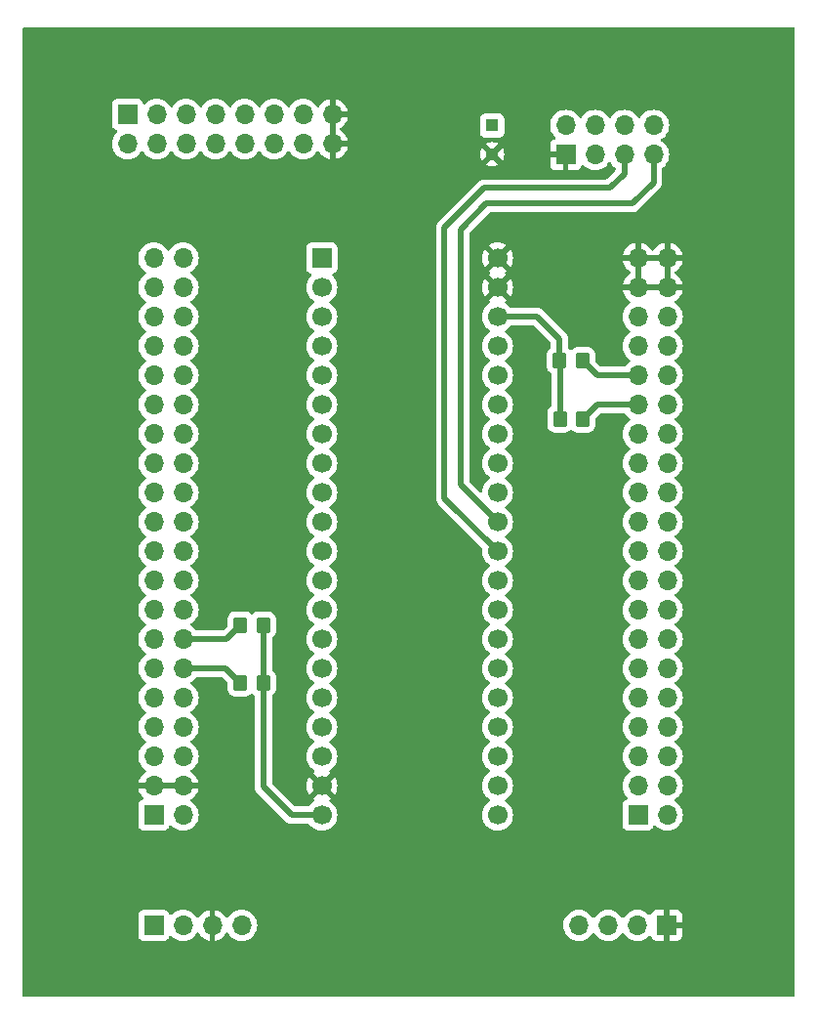
<source format=gbr>
%TF.GenerationSoftware,KiCad,Pcbnew,8.0.6*%
%TF.CreationDate,2024-11-07T15:38:19-03:00*%
%TF.ProjectId,Blue Pill extension board v2 (sin PTH),426c7565-2050-4696-9c6c-20657874656e,rev?*%
%TF.SameCoordinates,Original*%
%TF.FileFunction,Copper,L1,Top*%
%TF.FilePolarity,Positive*%
%FSLAX46Y46*%
G04 Gerber Fmt 4.6, Leading zero omitted, Abs format (unit mm)*
G04 Created by KiCad (PCBNEW 8.0.6) date 2024-11-07 15:38:19*
%MOMM*%
%LPD*%
G01*
G04 APERTURE LIST*
G04 Aperture macros list*
%AMRoundRect*
0 Rectangle with rounded corners*
0 $1 Rounding radius*
0 $2 $3 $4 $5 $6 $7 $8 $9 X,Y pos of 4 corners*
0 Add a 4 corners polygon primitive as box body*
4,1,4,$2,$3,$4,$5,$6,$7,$8,$9,$2,$3,0*
0 Add four circle primitives for the rounded corners*
1,1,$1+$1,$2,$3*
1,1,$1+$1,$4,$5*
1,1,$1+$1,$6,$7*
1,1,$1+$1,$8,$9*
0 Add four rect primitives between the rounded corners*
20,1,$1+$1,$2,$3,$4,$5,0*
20,1,$1+$1,$4,$5,$6,$7,0*
20,1,$1+$1,$6,$7,$8,$9,0*
20,1,$1+$1,$8,$9,$2,$3,0*%
G04 Aperture macros list end*
%TA.AperFunction,ComponentPad*%
%ADD10R,1.700000X1.700000*%
%TD*%
%TA.AperFunction,ComponentPad*%
%ADD11O,1.700000X1.700000*%
%TD*%
%TA.AperFunction,ComponentPad*%
%ADD12C,1.700000*%
%TD*%
%TA.AperFunction,SMDPad,CuDef*%
%ADD13RoundRect,0.250000X-0.350000X-0.450000X0.350000X-0.450000X0.350000X0.450000X-0.350000X0.450000X0*%
%TD*%
%TA.AperFunction,ComponentPad*%
%ADD14C,1.100000*%
%TD*%
%TA.AperFunction,ComponentPad*%
%ADD15R,1.100000X1.100000*%
%TD*%
%TA.AperFunction,SMDPad,CuDef*%
%ADD16RoundRect,0.250000X0.350000X0.450000X-0.350000X0.450000X-0.350000X-0.450000X0.350000X-0.450000X0*%
%TD*%
%TA.AperFunction,ViaPad*%
%ADD17C,1.200000*%
%TD*%
%TA.AperFunction,Conductor*%
%ADD18C,0.500000*%
%TD*%
G04 APERTURE END LIST*
D10*
%TO.P,J2,1,Pin_1*%
%TO.N,3V3_L*%
X124675000Y-114730000D03*
D11*
%TO.P,J2,2,Pin_2*%
X127215000Y-114730000D03*
%TO.P,J2,3,Pin_3*%
%TO.N,GND*%
X124675000Y-112190000D03*
%TO.P,J2,4,Pin_4*%
X127215000Y-112190000D03*
%TO.P,J2,5,Pin_5*%
%TO.N,5V*%
X124675000Y-109650000D03*
%TO.P,J2,6,Pin_6*%
X127215000Y-109650000D03*
%TO.P,J2,7,Pin_7*%
%TO.N,PB9*%
X124675000Y-107110000D03*
%TO.P,J2,8,Pin_8*%
X127215000Y-107110000D03*
%TO.P,J2,9,Pin_9*%
%TO.N,PB8*%
X124675000Y-104570000D03*
%TO.P,J2,10,Pin_10*%
X127215000Y-104570000D03*
%TO.P,J2,11,Pin_11*%
%TO.N,SDA1*%
X124675000Y-102030000D03*
%TO.P,J2,12,Pin_12*%
X127215000Y-102030000D03*
%TO.P,J2,13,Pin_13*%
%TO.N,SCL1*%
X124675000Y-99490000D03*
%TO.P,J2,14,Pin_14*%
X127215000Y-99490000D03*
%TO.P,J2,15,Pin_15*%
%TO.N,PB5*%
X124675000Y-96950000D03*
%TO.P,J2,16,Pin_16*%
X127215000Y-96950000D03*
%TO.P,J2,17,Pin_17*%
%TO.N,PB4*%
X124675000Y-94410000D03*
%TO.P,J2,18,Pin_18*%
X127215000Y-94410000D03*
%TO.P,J2,19,Pin_19*%
%TO.N,PB3*%
X124675000Y-91870000D03*
%TO.P,J2,20,Pin_20*%
X127215000Y-91870000D03*
%TO.P,J2,21,Pin_21*%
%TO.N,PA15*%
X124675000Y-89330000D03*
%TO.P,J2,22,Pin_22*%
X127215000Y-89330000D03*
%TO.P,J2,23,Pin_23*%
%TO.N,PA12*%
X124675000Y-86790000D03*
%TO.P,J2,24,Pin_24*%
X127215000Y-86790000D03*
%TO.P,J2,25,Pin_25*%
%TO.N,PA11*%
X124675000Y-84250000D03*
%TO.P,J2,26,Pin_26*%
X127215000Y-84250000D03*
%TO.P,J2,27,Pin_27*%
%TO.N,RX1*%
X124675000Y-81710000D03*
%TO.P,J2,28,Pin_28*%
X127215000Y-81710000D03*
%TO.P,J2,29,Pin_29*%
%TO.N,TX1*%
X124675000Y-79170000D03*
%TO.P,J2,30,Pin_30*%
X127215000Y-79170000D03*
%TO.P,J2,31,Pin_31*%
%TO.N,PA8*%
X124675000Y-76630000D03*
%TO.P,J2,32,Pin_32*%
X127215000Y-76630000D03*
%TO.P,J2,33,Pin_33*%
%TO.N,MOSI2*%
X124675000Y-74090000D03*
%TO.P,J2,34,Pin_34*%
X127215000Y-74090000D03*
%TO.P,J2,35,Pin_35*%
%TO.N,MISO2*%
X124675000Y-71550000D03*
%TO.P,J2,36,Pin_36*%
X127215000Y-71550000D03*
%TO.P,J2,37,Pin_37*%
%TO.N,SCK2*%
X124675000Y-69010000D03*
%TO.P,J2,38,Pin_38*%
X127215000Y-69010000D03*
%TO.P,J2,39,Pin_39*%
%TO.N,NSS2*%
X124675000Y-66470000D03*
%TO.P,J2,40,Pin_40*%
X127215000Y-66470000D03*
%TD*%
D10*
%TO.P,U1,1,PB12*%
%TO.N,NSS2*%
X139250000Y-66470000D03*
D12*
%TO.P,U1,2,PB13*%
%TO.N,SCK2*%
X139250000Y-69010000D03*
%TO.P,U1,3,PB14*%
%TO.N,MISO2*%
X139250000Y-71550000D03*
%TO.P,U1,4,PB15*%
%TO.N,MOSI2*%
X139250000Y-74090000D03*
%TO.P,U1,5,PA8*%
%TO.N,PA8*%
X139250000Y-76630000D03*
%TO.P,U1,6,PA9*%
%TO.N,TX1*%
X139250000Y-79170000D03*
%TO.P,U1,7,PA10*%
%TO.N,RX1*%
X139250000Y-81710000D03*
%TO.P,U1,8,PA11*%
%TO.N,PA11*%
X139250000Y-84250000D03*
%TO.P,U1,9,PA12*%
%TO.N,PA12*%
X139250000Y-86790000D03*
%TO.P,U1,10,PA15*%
%TO.N,PA15*%
X139250000Y-89330000D03*
%TO.P,U1,11,PB3*%
%TO.N,PB3*%
X139250000Y-91870000D03*
%TO.P,U1,12,PB4*%
%TO.N,PB4*%
X139250000Y-94410000D03*
%TO.P,U1,13,PB5*%
%TO.N,PB5*%
X139250000Y-96950000D03*
%TO.P,U1,14,PB6*%
%TO.N,SCL1*%
X139250000Y-99490000D03*
%TO.P,U1,15,PB7*%
%TO.N,SDA1*%
X139250000Y-102030000D03*
%TO.P,U1,16,PB8*%
%TO.N,PB8*%
X139250000Y-104570000D03*
%TO.P,U1,17,PB9*%
%TO.N,PB9*%
X139250000Y-107110000D03*
%TO.P,U1,18,5V*%
%TO.N,5V*%
X139250000Y-109650000D03*
%TO.P,U1,19,GND*%
%TO.N,GND*%
X139250000Y-112190000D03*
%TO.P,U1,20,3V3*%
%TO.N,3V3_L*%
X139250000Y-114730000D03*
%TO.P,U1,21,VBat*%
%TO.N,VBAT*%
X154490000Y-114730000D03*
%TO.P,U1,22,PC13*%
%TO.N,PC13*%
X154490000Y-112190000D03*
%TO.P,U1,23,PC14*%
%TO.N,PC14*%
X154490000Y-109650000D03*
%TO.P,U1,24,PC15*%
%TO.N,PC15*%
X154490000Y-107110000D03*
%TO.P,U1,25,PA0*%
%TO.N,PA0*%
X154490000Y-104570000D03*
%TO.P,U1,26,PA1*%
%TO.N,PA1*%
X154490000Y-102030000D03*
%TO.P,U1,27,PA2*%
%TO.N,TX2*%
X154490000Y-99490000D03*
%TO.P,U1,28,PA3*%
%TO.N,RX2*%
X154490000Y-96950000D03*
%TO.P,U1,29,PA4*%
%TO.N,NSS1*%
X154490000Y-94410000D03*
%TO.P,U1,30,PA5*%
%TO.N,SCK1*%
X154490000Y-91870000D03*
%TO.P,U1,31,PA6*%
%TO.N,MISO1*%
X154490000Y-89330000D03*
%TO.P,U1,32,PA7*%
%TO.N,MOSI1*%
X154490000Y-86790000D03*
%TO.P,U1,33,PB0*%
%TO.N,PB0*%
X154490000Y-84250000D03*
%TO.P,U1,34,PB1*%
%TO.N,PB1*%
X154490000Y-81710000D03*
%TO.P,U1,35,PB10*%
%TO.N,SCL2*%
X154490000Y-79170000D03*
%TO.P,U1,36,PB11*%
%TO.N,SDA2*%
X154490000Y-76630000D03*
%TO.P,U1,37,RST*%
%TO.N,RST*%
X154490000Y-74090000D03*
%TO.P,U1,38,3V3*%
%TO.N,3V3_R*%
X154490000Y-71550000D03*
%TO.P,U1,39,GND*%
%TO.N,GND*%
X154490000Y-69010000D03*
%TO.P,U1,40,GND*%
X154490000Y-66470000D03*
%TD*%
D10*
%TO.P,J4,1,Pin_1*%
%TO.N,VBAT*%
X166675000Y-114730000D03*
D11*
%TO.P,J4,2,Pin_2*%
X169215000Y-114730000D03*
%TO.P,J4,3,Pin_3*%
%TO.N,PC13*%
X166675000Y-112190000D03*
%TO.P,J4,4,Pin_4*%
X169215000Y-112190000D03*
%TO.P,J4,5,Pin_5*%
%TO.N,PC14*%
X166675000Y-109650000D03*
%TO.P,J4,6,Pin_6*%
X169215000Y-109650000D03*
%TO.P,J4,7,Pin_7*%
%TO.N,PC15*%
X166675000Y-107110000D03*
%TO.P,J4,8,Pin_8*%
X169215000Y-107110000D03*
%TO.P,J4,9,Pin_9*%
%TO.N,PA0*%
X166675000Y-104570000D03*
%TO.P,J4,10,Pin_10*%
X169215000Y-104570000D03*
%TO.P,J4,11,Pin_11*%
%TO.N,PA1*%
X166675000Y-102030000D03*
%TO.P,J4,12,Pin_12*%
X169215000Y-102030000D03*
%TO.P,J4,13,Pin_13*%
%TO.N,TX2*%
X166675000Y-99490000D03*
%TO.P,J4,14,Pin_14*%
X169215000Y-99490000D03*
%TO.P,J4,15,Pin_15*%
%TO.N,RX2*%
X166675000Y-96950000D03*
%TO.P,J4,16,Pin_16*%
X169215000Y-96950000D03*
%TO.P,J4,17,Pin_17*%
%TO.N,NSS1*%
X166675000Y-94410000D03*
%TO.P,J4,18,Pin_18*%
X169215000Y-94410000D03*
%TO.P,J4,19,Pin_19*%
%TO.N,SCK1*%
X166675000Y-91870000D03*
%TO.P,J4,20,Pin_20*%
X169215000Y-91870000D03*
%TO.P,J4,21,Pin_21*%
%TO.N,MISO1*%
X166675000Y-89330000D03*
%TO.P,J4,22,Pin_22*%
X169215000Y-89330000D03*
%TO.P,J4,23,Pin_23*%
%TO.N,MOSI1*%
X166675000Y-86790000D03*
%TO.P,J4,24,Pin_24*%
X169215000Y-86790000D03*
%TO.P,J4,25,Pin_25*%
%TO.N,PB0*%
X166675000Y-84250000D03*
%TO.P,J4,26,Pin_26*%
X169215000Y-84250000D03*
%TO.P,J4,27,Pin_27*%
%TO.N,PB1*%
X166675000Y-81710000D03*
%TO.P,J4,28,Pin_28*%
X169215000Y-81710000D03*
%TO.P,J4,29,Pin_29*%
%TO.N,SCL2*%
X166675000Y-79170000D03*
%TO.P,J4,30,Pin_30*%
X169215000Y-79170000D03*
%TO.P,J4,31,Pin_31*%
%TO.N,SDA2*%
X166675000Y-76630000D03*
%TO.P,J4,32,Pin_32*%
X169215000Y-76630000D03*
%TO.P,J4,33,Pin_33*%
%TO.N,RST*%
X166675000Y-74090000D03*
%TO.P,J4,34,Pin_34*%
X169215000Y-74090000D03*
%TO.P,J4,35,Pin_35*%
%TO.N,3V3_R*%
X166675000Y-71550000D03*
%TO.P,J4,36,Pin_36*%
X169215000Y-71550000D03*
%TO.P,J4,37,Pin_37*%
%TO.N,GND*%
X166675000Y-69010000D03*
%TO.P,J4,38,Pin_38*%
X169215000Y-69010000D03*
%TO.P,J4,39,Pin_39*%
X166675000Y-66470000D03*
%TO.P,J4,40,Pin_40*%
X169215000Y-66470000D03*
%TD*%
D10*
%TO.P,J3,1,Pin_1*%
%TO.N,unconnected-(J3-Pin_1-Pad1)*%
X122395000Y-54030000D03*
D11*
%TO.P,J3,2,Pin_2*%
%TO.N,unconnected-(J3-Pin_2-Pad2)*%
X122395000Y-56570000D03*
%TO.P,J3,3,Pin_3*%
%TO.N,MISO2*%
X124935000Y-54030000D03*
%TO.P,J3,4,Pin_4*%
X124935000Y-56570000D03*
%TO.P,J3,5,Pin_5*%
%TO.N,SCK2*%
X127475000Y-54030000D03*
%TO.P,J3,6,Pin_6*%
X127475000Y-56570000D03*
%TO.P,J3,7,Pin_7*%
%TO.N,MOSI2*%
X130015000Y-54030000D03*
%TO.P,J3,8,Pin_8*%
X130015000Y-56570000D03*
%TO.P,J3,9,Pin_9*%
%TO.N,NSS2*%
X132555000Y-54030000D03*
%TO.P,J3,10,Pin_10*%
X132555000Y-56570000D03*
%TO.P,J3,11,Pin_11*%
%TO.N,unconnected-(J3-Pin_11-Pad11)*%
X135095000Y-54030000D03*
%TO.P,J3,12,Pin_12*%
%TO.N,unconnected-(J3-Pin_12-Pad12)*%
X135095000Y-56570000D03*
%TO.P,J3,13,Pin_13*%
%TO.N,3V3_R*%
X137635000Y-54030000D03*
%TO.P,J3,14,Pin_14*%
X137635000Y-56570000D03*
%TO.P,J3,15,Pin_15*%
%TO.N,GND*%
X140175000Y-54030000D03*
%TO.P,J3,16,Pin_16*%
X140175000Y-56570000D03*
%TD*%
D13*
%TO.P,R3,1*%
%TO.N,3V3_R*%
X159875000Y-75350000D03*
%TO.P,R3,2*%
%TO.N,SDA2*%
X161875000Y-75350000D03*
%TD*%
D14*
%TO.P,C1,N*%
%TO.N,GND*%
X154025000Y-57480000D03*
D15*
%TO.P,C1,P*%
%TO.N,3V3_R*%
X154025000Y-54980000D03*
%TD*%
D10*
%TO.P,J5,1,Pin_1*%
%TO.N,GND*%
X169175000Y-124280000D03*
D11*
%TO.P,J5,2,Pin_2*%
%TO.N,TX2*%
X166635000Y-124280000D03*
%TO.P,J5,3,Pin_3*%
%TO.N,RX2*%
X164095000Y-124280000D03*
%TO.P,J5,4,Pin_4*%
%TO.N,3V3_L*%
X161555000Y-124280000D03*
%TD*%
D16*
%TO.P,R2,1*%
%TO.N,3V3_L*%
X134175000Y-98280000D03*
%TO.P,R2,2*%
%TO.N,SCL1*%
X132175000Y-98280000D03*
%TD*%
D13*
%TO.P,R4,1*%
%TO.N,3V3_R*%
X159895000Y-80430000D03*
%TO.P,R4,2*%
%TO.N,SCL2*%
X161895000Y-80430000D03*
%TD*%
D10*
%TO.P,J1,1,Pin_1*%
%TO.N,GND*%
X160405000Y-57520000D03*
D11*
%TO.P,J1,2,Pin_2*%
%TO.N,3V3_R*%
X160405000Y-54980000D03*
%TO.P,J1,3,Pin_3*%
%TO.N,PB1*%
X162945000Y-57520000D03*
%TO.P,J1,4,Pin_4*%
%TO.N,NSS1*%
X162945000Y-54980000D03*
%TO.P,J1,5,Pin_5*%
%TO.N,SCK1*%
X165485000Y-57520000D03*
%TO.P,J1,6,Pin_6*%
%TO.N,MOSI1*%
X165485000Y-54980000D03*
%TO.P,J1,7,Pin_7*%
%TO.N,MISO1*%
X168025000Y-57520000D03*
%TO.P,J1,8,Pin_8*%
%TO.N,PB0*%
X168025000Y-54980000D03*
%TD*%
D13*
%TO.P,R1,1*%
%TO.N,SDA1*%
X132175000Y-103280000D03*
%TO.P,R1,2*%
%TO.N,3V3_L*%
X134175000Y-103280000D03*
%TD*%
D10*
%TO.P,J6,1,Pin_1*%
%TO.N,SDA1*%
X124675000Y-124280000D03*
D11*
%TO.P,J6,2,Pin_2*%
%TO.N,SCL1*%
X127215000Y-124280000D03*
%TO.P,J6,3,Pin_3*%
%TO.N,GND*%
X129755000Y-124280000D03*
%TO.P,J6,4,Pin_4*%
%TO.N,3V3_L*%
X132295000Y-124280000D03*
%TD*%
D17*
%TO.N,GND*%
X145450000Y-90900000D03*
X146950000Y-56925000D03*
X139850000Y-121450000D03*
%TD*%
D18*
%TO.N,SCK1*%
X164250000Y-60400000D02*
X153350000Y-60400000D01*
X165485000Y-57520000D02*
X165485000Y-59165000D01*
X149900000Y-63850000D02*
X149900000Y-87280000D01*
X165485000Y-59165000D02*
X164250000Y-60400000D01*
X153350000Y-60400000D02*
X149900000Y-63850000D01*
X149900000Y-87280000D02*
X154490000Y-91870000D01*
%TO.N,SDA2*%
X166675000Y-76630000D02*
X163155000Y-76630000D01*
X163155000Y-76630000D02*
X161875000Y-75350000D01*
%TO.N,SCL2*%
X166675000Y-79170000D02*
X163155000Y-79170000D01*
X163155000Y-79170000D02*
X161895000Y-80430000D01*
%TO.N,PB0*%
X154495000Y-84245000D02*
X154490000Y-84250000D01*
%TO.N,MISO1*%
X153525000Y-61730000D02*
X151275000Y-63980000D01*
X168025000Y-57520000D02*
X168025000Y-59925000D01*
X165025000Y-61730000D02*
X153525000Y-61730000D01*
X168025000Y-59925000D02*
X166225000Y-61725000D01*
X165030000Y-61725000D02*
X165025000Y-61730000D01*
X151275000Y-63980000D02*
X151275000Y-86115000D01*
X166225000Y-61725000D02*
X165030000Y-61725000D01*
X151275000Y-86115000D02*
X154490000Y-89330000D01*
%TO.N,SDA1*%
X127215000Y-102030000D02*
X130925000Y-102030000D01*
X130925000Y-102030000D02*
X132175000Y-103280000D01*
%TO.N,SCL1*%
X127215000Y-99490000D02*
X130965000Y-99490000D01*
X130965000Y-99490000D02*
X132175000Y-98280000D01*
%TO.N,3V3_R*%
X159875000Y-75350000D02*
X159875000Y-73480000D01*
X159895000Y-80430000D02*
X159925000Y-80400000D01*
X157675000Y-71530000D02*
X157655000Y-71550000D01*
X157655000Y-71550000D02*
X154490000Y-71550000D01*
X157925000Y-71530000D02*
X157675000Y-71530000D01*
X159875000Y-73480000D02*
X157925000Y-71530000D01*
X159925000Y-80400000D02*
X159925000Y-75400000D01*
X159925000Y-75400000D02*
X159875000Y-75350000D01*
%TO.N,3V3_L*%
X134175000Y-112280000D02*
X134175000Y-103280000D01*
X139250000Y-114730000D02*
X136625000Y-114730000D01*
X134175000Y-98280000D02*
X134175000Y-103280000D01*
X136625000Y-114730000D02*
X134175000Y-112280000D01*
%TD*%
%TA.AperFunction,Conductor*%
%TO.N,GND*%
G36*
X126749075Y-111997007D02*
G01*
X126715000Y-112124174D01*
X126715000Y-112255826D01*
X126749075Y-112382993D01*
X126781988Y-112440000D01*
X125108012Y-112440000D01*
X125140925Y-112382993D01*
X125175000Y-112255826D01*
X125175000Y-112124174D01*
X125140925Y-111997007D01*
X125108012Y-111940000D01*
X126781988Y-111940000D01*
X126749075Y-111997007D01*
G37*
%TD.AperFunction*%
%TA.AperFunction,Conductor*%
G36*
X168749075Y-68817007D02*
G01*
X168715000Y-68944174D01*
X168715000Y-69075826D01*
X168749075Y-69202993D01*
X168781988Y-69260000D01*
X167108012Y-69260000D01*
X167140925Y-69202993D01*
X167175000Y-69075826D01*
X167175000Y-68944174D01*
X167140925Y-68817007D01*
X167108012Y-68760000D01*
X168781988Y-68760000D01*
X168749075Y-68817007D01*
G37*
%TD.AperFunction*%
%TA.AperFunction,Conductor*%
G36*
X166925000Y-68576988D02*
G01*
X166867993Y-68544075D01*
X166740826Y-68510000D01*
X166609174Y-68510000D01*
X166482007Y-68544075D01*
X166425000Y-68576988D01*
X166425000Y-66903012D01*
X166482007Y-66935925D01*
X166609174Y-66970000D01*
X166740826Y-66970000D01*
X166867993Y-66935925D01*
X166925000Y-66903012D01*
X166925000Y-68576988D01*
G37*
%TD.AperFunction*%
%TA.AperFunction,Conductor*%
G36*
X169465000Y-68576988D02*
G01*
X169407993Y-68544075D01*
X169280826Y-68510000D01*
X169149174Y-68510000D01*
X169022007Y-68544075D01*
X168965000Y-68576988D01*
X168965000Y-66903012D01*
X169022007Y-66935925D01*
X169149174Y-66970000D01*
X169280826Y-66970000D01*
X169407993Y-66935925D01*
X169465000Y-66903012D01*
X169465000Y-68576988D01*
G37*
%TD.AperFunction*%
%TA.AperFunction,Conductor*%
G36*
X168749075Y-66277007D02*
G01*
X168715000Y-66404174D01*
X168715000Y-66535826D01*
X168749075Y-66662993D01*
X168781988Y-66720000D01*
X167108012Y-66720000D01*
X167140925Y-66662993D01*
X167175000Y-66535826D01*
X167175000Y-66404174D01*
X167140925Y-66277007D01*
X167108012Y-66220000D01*
X168781988Y-66220000D01*
X168749075Y-66277007D01*
G37*
%TD.AperFunction*%
%TA.AperFunction,Conductor*%
G36*
X140425000Y-56136988D02*
G01*
X140367993Y-56104075D01*
X140240826Y-56070000D01*
X140109174Y-56070000D01*
X139982007Y-56104075D01*
X139925000Y-56136988D01*
X139925000Y-54463012D01*
X139982007Y-54495925D01*
X140109174Y-54530000D01*
X140240826Y-54530000D01*
X140367993Y-54495925D01*
X140425000Y-54463012D01*
X140425000Y-56136988D01*
G37*
%TD.AperFunction*%
%TA.AperFunction,Conductor*%
G36*
X180217539Y-46500185D02*
G01*
X180263294Y-46552989D01*
X180274500Y-46604500D01*
X180274500Y-130355500D01*
X180254815Y-130422539D01*
X180202011Y-130468294D01*
X180150500Y-130479500D01*
X113399500Y-130479500D01*
X113332461Y-130459815D01*
X113286706Y-130407011D01*
X113275500Y-130355500D01*
X113275500Y-123382135D01*
X123324500Y-123382135D01*
X123324500Y-125177870D01*
X123324501Y-125177876D01*
X123330908Y-125237483D01*
X123381202Y-125372328D01*
X123381206Y-125372335D01*
X123467452Y-125487544D01*
X123467455Y-125487547D01*
X123582664Y-125573793D01*
X123582671Y-125573797D01*
X123717517Y-125624091D01*
X123717516Y-125624091D01*
X123724444Y-125624835D01*
X123777127Y-125630500D01*
X125572872Y-125630499D01*
X125632483Y-125624091D01*
X125767331Y-125573796D01*
X125882546Y-125487546D01*
X125968796Y-125372331D01*
X126017810Y-125240916D01*
X126059681Y-125184984D01*
X126125145Y-125160566D01*
X126193418Y-125175417D01*
X126221673Y-125196569D01*
X126343599Y-125318495D01*
X126440384Y-125386265D01*
X126537165Y-125454032D01*
X126537167Y-125454033D01*
X126537170Y-125454035D01*
X126751337Y-125553903D01*
X126979592Y-125615063D01*
X127156034Y-125630500D01*
X127214999Y-125635659D01*
X127215000Y-125635659D01*
X127215001Y-125635659D01*
X127273966Y-125630500D01*
X127450408Y-125615063D01*
X127678663Y-125553903D01*
X127892830Y-125454035D01*
X128086401Y-125318495D01*
X128253495Y-125151401D01*
X128383730Y-124965405D01*
X128438307Y-124921781D01*
X128507805Y-124914587D01*
X128570160Y-124946110D01*
X128586879Y-124965405D01*
X128716890Y-125151078D01*
X128883917Y-125318105D01*
X129077421Y-125453600D01*
X129291507Y-125553429D01*
X129291516Y-125553433D01*
X129505000Y-125610634D01*
X129505000Y-124713012D01*
X129562007Y-124745925D01*
X129689174Y-124780000D01*
X129820826Y-124780000D01*
X129947993Y-124745925D01*
X130005000Y-124713012D01*
X130005000Y-125610633D01*
X130218483Y-125553433D01*
X130218492Y-125553429D01*
X130432578Y-125453600D01*
X130626082Y-125318105D01*
X130793105Y-125151082D01*
X130923119Y-124965405D01*
X130977696Y-124921781D01*
X131047195Y-124914588D01*
X131109549Y-124946110D01*
X131126269Y-124965405D01*
X131256505Y-125151401D01*
X131423599Y-125318495D01*
X131520384Y-125386265D01*
X131617165Y-125454032D01*
X131617167Y-125454033D01*
X131617170Y-125454035D01*
X131831337Y-125553903D01*
X132059592Y-125615063D01*
X132236034Y-125630500D01*
X132294999Y-125635659D01*
X132295000Y-125635659D01*
X132295001Y-125635659D01*
X132353966Y-125630500D01*
X132530408Y-125615063D01*
X132758663Y-125553903D01*
X132972830Y-125454035D01*
X133166401Y-125318495D01*
X133333495Y-125151401D01*
X133469035Y-124957830D01*
X133568903Y-124743663D01*
X133630063Y-124515408D01*
X133650659Y-124280000D01*
X133650659Y-124279999D01*
X160199341Y-124279999D01*
X160199341Y-124280000D01*
X160219936Y-124515403D01*
X160219938Y-124515413D01*
X160281094Y-124743655D01*
X160281096Y-124743659D01*
X160281097Y-124743663D01*
X160360801Y-124914588D01*
X160380965Y-124957830D01*
X160380967Y-124957834D01*
X160489281Y-125112521D01*
X160516505Y-125151401D01*
X160683599Y-125318495D01*
X160780384Y-125386265D01*
X160877165Y-125454032D01*
X160877167Y-125454033D01*
X160877170Y-125454035D01*
X161091337Y-125553903D01*
X161319592Y-125615063D01*
X161496034Y-125630500D01*
X161554999Y-125635659D01*
X161555000Y-125635659D01*
X161555001Y-125635659D01*
X161613966Y-125630500D01*
X161790408Y-125615063D01*
X162018663Y-125553903D01*
X162232830Y-125454035D01*
X162426401Y-125318495D01*
X162593495Y-125151401D01*
X162723425Y-124965842D01*
X162778002Y-124922217D01*
X162847500Y-124915023D01*
X162909855Y-124946546D01*
X162926575Y-124965842D01*
X163056500Y-125151395D01*
X163056505Y-125151401D01*
X163223599Y-125318495D01*
X163320384Y-125386265D01*
X163417165Y-125454032D01*
X163417167Y-125454033D01*
X163417170Y-125454035D01*
X163631337Y-125553903D01*
X163859592Y-125615063D01*
X164036034Y-125630500D01*
X164094999Y-125635659D01*
X164095000Y-125635659D01*
X164095001Y-125635659D01*
X164153966Y-125630500D01*
X164330408Y-125615063D01*
X164558663Y-125553903D01*
X164772830Y-125454035D01*
X164966401Y-125318495D01*
X165133495Y-125151401D01*
X165263425Y-124965842D01*
X165318002Y-124922217D01*
X165387500Y-124915023D01*
X165449855Y-124946546D01*
X165466575Y-124965842D01*
X165596500Y-125151395D01*
X165596505Y-125151401D01*
X165763599Y-125318495D01*
X165860384Y-125386265D01*
X165957165Y-125454032D01*
X165957167Y-125454033D01*
X165957170Y-125454035D01*
X166171337Y-125553903D01*
X166399592Y-125615063D01*
X166576034Y-125630500D01*
X166634999Y-125635659D01*
X166635000Y-125635659D01*
X166635001Y-125635659D01*
X166693966Y-125630500D01*
X166870408Y-125615063D01*
X167098663Y-125553903D01*
X167312830Y-125454035D01*
X167506401Y-125318495D01*
X167628717Y-125196178D01*
X167690036Y-125162696D01*
X167759728Y-125167680D01*
X167815662Y-125209551D01*
X167832577Y-125240528D01*
X167881646Y-125372088D01*
X167881649Y-125372093D01*
X167967809Y-125487187D01*
X167967812Y-125487190D01*
X168082906Y-125573350D01*
X168082913Y-125573354D01*
X168217620Y-125623596D01*
X168217627Y-125623598D01*
X168277155Y-125629999D01*
X168277172Y-125630000D01*
X168925000Y-125630000D01*
X168925000Y-124713012D01*
X168982007Y-124745925D01*
X169109174Y-124780000D01*
X169240826Y-124780000D01*
X169367993Y-124745925D01*
X169425000Y-124713012D01*
X169425000Y-125630000D01*
X170072828Y-125630000D01*
X170072844Y-125629999D01*
X170132372Y-125623598D01*
X170132379Y-125623596D01*
X170267086Y-125573354D01*
X170267093Y-125573350D01*
X170382187Y-125487190D01*
X170382190Y-125487187D01*
X170468350Y-125372093D01*
X170468354Y-125372086D01*
X170518596Y-125237379D01*
X170518598Y-125237372D01*
X170524999Y-125177844D01*
X170525000Y-125177827D01*
X170525000Y-124530000D01*
X169608012Y-124530000D01*
X169640925Y-124472993D01*
X169675000Y-124345826D01*
X169675000Y-124214174D01*
X169640925Y-124087007D01*
X169608012Y-124030000D01*
X170525000Y-124030000D01*
X170525000Y-123382172D01*
X170524999Y-123382155D01*
X170518598Y-123322627D01*
X170518596Y-123322620D01*
X170468354Y-123187913D01*
X170468350Y-123187906D01*
X170382190Y-123072812D01*
X170382187Y-123072809D01*
X170267093Y-122986649D01*
X170267086Y-122986645D01*
X170132379Y-122936403D01*
X170132372Y-122936401D01*
X170072844Y-122930000D01*
X169425000Y-122930000D01*
X169425000Y-123846988D01*
X169367993Y-123814075D01*
X169240826Y-123780000D01*
X169109174Y-123780000D01*
X168982007Y-123814075D01*
X168925000Y-123846988D01*
X168925000Y-122930000D01*
X168277155Y-122930000D01*
X168217627Y-122936401D01*
X168217620Y-122936403D01*
X168082913Y-122986645D01*
X168082906Y-122986649D01*
X167967812Y-123072809D01*
X167967809Y-123072812D01*
X167881649Y-123187906D01*
X167881645Y-123187913D01*
X167832578Y-123319470D01*
X167790707Y-123375404D01*
X167725242Y-123399821D01*
X167656969Y-123384969D01*
X167628715Y-123363819D01*
X167583977Y-123319081D01*
X167506401Y-123241505D01*
X167506397Y-123241502D01*
X167506396Y-123241501D01*
X167312834Y-123105967D01*
X167312830Y-123105965D01*
X167241727Y-123072809D01*
X167098663Y-123006097D01*
X167098659Y-123006096D01*
X167098655Y-123006094D01*
X166870413Y-122944938D01*
X166870403Y-122944936D01*
X166635001Y-122924341D01*
X166634999Y-122924341D01*
X166399596Y-122944936D01*
X166399586Y-122944938D01*
X166171344Y-123006094D01*
X166171335Y-123006098D01*
X165957171Y-123105964D01*
X165957169Y-123105965D01*
X165763597Y-123241505D01*
X165596505Y-123408597D01*
X165466575Y-123594158D01*
X165411998Y-123637783D01*
X165342500Y-123644977D01*
X165280145Y-123613454D01*
X165263425Y-123594158D01*
X165133494Y-123408597D01*
X164966402Y-123241506D01*
X164966395Y-123241501D01*
X164772834Y-123105967D01*
X164772830Y-123105965D01*
X164701727Y-123072809D01*
X164558663Y-123006097D01*
X164558659Y-123006096D01*
X164558655Y-123006094D01*
X164330413Y-122944938D01*
X164330403Y-122944936D01*
X164095001Y-122924341D01*
X164094999Y-122924341D01*
X163859596Y-122944936D01*
X163859586Y-122944938D01*
X163631344Y-123006094D01*
X163631335Y-123006098D01*
X163417171Y-123105964D01*
X163417169Y-123105965D01*
X163223597Y-123241505D01*
X163056505Y-123408597D01*
X162926575Y-123594158D01*
X162871998Y-123637783D01*
X162802500Y-123644977D01*
X162740145Y-123613454D01*
X162723425Y-123594158D01*
X162593494Y-123408597D01*
X162426402Y-123241506D01*
X162426395Y-123241501D01*
X162232834Y-123105967D01*
X162232830Y-123105965D01*
X162161727Y-123072809D01*
X162018663Y-123006097D01*
X162018659Y-123006096D01*
X162018655Y-123006094D01*
X161790413Y-122944938D01*
X161790403Y-122944936D01*
X161555001Y-122924341D01*
X161554999Y-122924341D01*
X161319596Y-122944936D01*
X161319586Y-122944938D01*
X161091344Y-123006094D01*
X161091335Y-123006098D01*
X160877171Y-123105964D01*
X160877169Y-123105965D01*
X160683597Y-123241505D01*
X160516505Y-123408597D01*
X160380965Y-123602169D01*
X160380964Y-123602171D01*
X160281098Y-123816335D01*
X160281094Y-123816344D01*
X160219938Y-124044586D01*
X160219936Y-124044596D01*
X160199341Y-124279999D01*
X133650659Y-124279999D01*
X133630063Y-124044592D01*
X133568903Y-123816337D01*
X133469035Y-123602171D01*
X133463731Y-123594595D01*
X133333494Y-123408597D01*
X133166402Y-123241506D01*
X133166395Y-123241501D01*
X132972834Y-123105967D01*
X132972830Y-123105965D01*
X132901727Y-123072809D01*
X132758663Y-123006097D01*
X132758659Y-123006096D01*
X132758655Y-123006094D01*
X132530413Y-122944938D01*
X132530403Y-122944936D01*
X132295001Y-122924341D01*
X132294999Y-122924341D01*
X132059596Y-122944936D01*
X132059586Y-122944938D01*
X131831344Y-123006094D01*
X131831335Y-123006098D01*
X131617171Y-123105964D01*
X131617169Y-123105965D01*
X131423597Y-123241505D01*
X131256508Y-123408594D01*
X131126269Y-123594595D01*
X131071692Y-123638219D01*
X131002193Y-123645412D01*
X130939839Y-123613890D01*
X130923119Y-123594594D01*
X130793113Y-123408926D01*
X130793108Y-123408920D01*
X130626082Y-123241894D01*
X130432578Y-123106399D01*
X130218492Y-123006570D01*
X130218486Y-123006567D01*
X130005000Y-122949364D01*
X130005000Y-123846988D01*
X129947993Y-123814075D01*
X129820826Y-123780000D01*
X129689174Y-123780000D01*
X129562007Y-123814075D01*
X129505000Y-123846988D01*
X129505000Y-122949364D01*
X129504999Y-122949364D01*
X129291513Y-123006567D01*
X129291507Y-123006570D01*
X129077422Y-123106399D01*
X129077420Y-123106400D01*
X128883926Y-123241886D01*
X128883920Y-123241891D01*
X128716891Y-123408920D01*
X128716890Y-123408922D01*
X128586880Y-123594595D01*
X128532303Y-123638219D01*
X128462804Y-123645412D01*
X128400450Y-123613890D01*
X128383730Y-123594594D01*
X128253494Y-123408597D01*
X128086402Y-123241506D01*
X128086395Y-123241501D01*
X127892834Y-123105967D01*
X127892830Y-123105965D01*
X127821727Y-123072809D01*
X127678663Y-123006097D01*
X127678659Y-123006096D01*
X127678655Y-123006094D01*
X127450413Y-122944938D01*
X127450403Y-122944936D01*
X127215001Y-122924341D01*
X127214999Y-122924341D01*
X126979596Y-122944936D01*
X126979586Y-122944938D01*
X126751344Y-123006094D01*
X126751335Y-123006098D01*
X126537171Y-123105964D01*
X126537169Y-123105965D01*
X126343600Y-123241503D01*
X126221673Y-123363430D01*
X126160350Y-123396914D01*
X126090658Y-123391930D01*
X126034725Y-123350058D01*
X126017810Y-123319081D01*
X125968797Y-123187671D01*
X125968793Y-123187664D01*
X125882547Y-123072455D01*
X125882544Y-123072452D01*
X125767335Y-122986206D01*
X125767328Y-122986202D01*
X125632482Y-122935908D01*
X125632483Y-122935908D01*
X125572883Y-122929501D01*
X125572881Y-122929500D01*
X125572873Y-122929500D01*
X125572864Y-122929500D01*
X123777129Y-122929500D01*
X123777123Y-122929501D01*
X123717516Y-122935908D01*
X123582671Y-122986202D01*
X123582664Y-122986206D01*
X123467455Y-123072452D01*
X123467452Y-123072455D01*
X123381206Y-123187664D01*
X123381202Y-123187671D01*
X123330908Y-123322517D01*
X123324501Y-123382116D01*
X123324500Y-123382135D01*
X113275500Y-123382135D01*
X113275500Y-66469999D01*
X123319341Y-66469999D01*
X123319341Y-66470000D01*
X123339936Y-66705403D01*
X123339938Y-66705413D01*
X123401094Y-66933655D01*
X123401096Y-66933659D01*
X123401097Y-66933663D01*
X123480597Y-67104151D01*
X123500965Y-67147830D01*
X123500967Y-67147834D01*
X123559462Y-67231373D01*
X123636501Y-67341396D01*
X123636506Y-67341402D01*
X123803597Y-67508493D01*
X123803603Y-67508498D01*
X123989158Y-67638425D01*
X124032783Y-67693002D01*
X124039977Y-67762500D01*
X124008454Y-67824855D01*
X123989158Y-67841575D01*
X123803597Y-67971505D01*
X123636505Y-68138597D01*
X123500965Y-68332169D01*
X123500964Y-68332171D01*
X123401098Y-68546335D01*
X123401094Y-68546344D01*
X123339938Y-68774586D01*
X123339936Y-68774596D01*
X123319341Y-69009999D01*
X123319341Y-69010000D01*
X123339936Y-69245403D01*
X123339938Y-69245413D01*
X123401094Y-69473655D01*
X123401096Y-69473659D01*
X123401097Y-69473663D01*
X123480597Y-69644151D01*
X123500965Y-69687830D01*
X123500967Y-69687834D01*
X123559462Y-69771373D01*
X123636501Y-69881396D01*
X123636506Y-69881402D01*
X123803597Y-70048493D01*
X123803603Y-70048498D01*
X123989158Y-70178425D01*
X124032783Y-70233002D01*
X124039977Y-70302500D01*
X124008454Y-70364855D01*
X123989158Y-70381575D01*
X123803597Y-70511505D01*
X123636505Y-70678597D01*
X123500965Y-70872169D01*
X123500964Y-70872171D01*
X123401098Y-71086335D01*
X123401094Y-71086344D01*
X123339938Y-71314586D01*
X123339936Y-71314596D01*
X123319341Y-71549999D01*
X123319341Y-71550000D01*
X123339936Y-71785403D01*
X123339938Y-71785413D01*
X123401094Y-72013655D01*
X123401096Y-72013659D01*
X123401097Y-72013663D01*
X123405000Y-72022032D01*
X123500965Y-72227830D01*
X123500967Y-72227834D01*
X123577280Y-72336819D01*
X123636501Y-72421396D01*
X123636506Y-72421402D01*
X123803597Y-72588493D01*
X123803603Y-72588498D01*
X123989158Y-72718425D01*
X124032783Y-72773002D01*
X124039977Y-72842500D01*
X124008454Y-72904855D01*
X123989158Y-72921575D01*
X123803597Y-73051505D01*
X123636505Y-73218597D01*
X123500965Y-73412169D01*
X123500964Y-73412171D01*
X123401098Y-73626335D01*
X123401094Y-73626344D01*
X123339938Y-73854586D01*
X123339936Y-73854596D01*
X123319341Y-74089999D01*
X123319341Y-74090000D01*
X123339936Y-74325403D01*
X123339938Y-74325413D01*
X123401094Y-74553655D01*
X123401096Y-74553659D01*
X123401097Y-74553663D01*
X123413689Y-74580666D01*
X123500965Y-74767830D01*
X123500967Y-74767834D01*
X123609281Y-74922521D01*
X123636501Y-74961396D01*
X123636506Y-74961402D01*
X123803597Y-75128493D01*
X123803603Y-75128498D01*
X123989158Y-75258425D01*
X124032783Y-75313002D01*
X124039977Y-75382500D01*
X124008454Y-75444855D01*
X123989158Y-75461575D01*
X123803597Y-75591505D01*
X123636505Y-75758597D01*
X123500965Y-75952169D01*
X123500964Y-75952171D01*
X123401098Y-76166335D01*
X123401094Y-76166344D01*
X123339938Y-76394586D01*
X123339936Y-76394596D01*
X123319341Y-76629999D01*
X123319341Y-76630000D01*
X123339936Y-76865403D01*
X123339938Y-76865413D01*
X123401094Y-77093655D01*
X123401096Y-77093659D01*
X123401097Y-77093663D01*
X123405000Y-77102032D01*
X123500965Y-77307830D01*
X123500967Y-77307834D01*
X123588873Y-77433376D01*
X123636501Y-77501396D01*
X123636506Y-77501402D01*
X123803597Y-77668493D01*
X123803603Y-77668498D01*
X123989158Y-77798425D01*
X124032783Y-77853002D01*
X124039977Y-77922500D01*
X124008454Y-77984855D01*
X123989158Y-78001575D01*
X123803597Y-78131505D01*
X123636505Y-78298597D01*
X123500965Y-78492169D01*
X123500964Y-78492171D01*
X123401098Y-78706335D01*
X123401094Y-78706344D01*
X123339938Y-78934586D01*
X123339936Y-78934596D01*
X123319341Y-79169999D01*
X123319341Y-79170000D01*
X123339936Y-79405403D01*
X123339938Y-79405413D01*
X123401094Y-79633655D01*
X123401096Y-79633659D01*
X123401097Y-79633663D01*
X123413689Y-79660666D01*
X123500965Y-79847830D01*
X123500967Y-79847834D01*
X123577280Y-79956819D01*
X123636501Y-80041396D01*
X123636506Y-80041402D01*
X123803597Y-80208493D01*
X123803603Y-80208498D01*
X123989158Y-80338425D01*
X124032783Y-80393002D01*
X124039977Y-80462500D01*
X124008454Y-80524855D01*
X123989158Y-80541575D01*
X123803597Y-80671505D01*
X123636505Y-80838597D01*
X123500965Y-81032169D01*
X123500964Y-81032171D01*
X123401098Y-81246335D01*
X123401094Y-81246344D01*
X123339938Y-81474586D01*
X123339936Y-81474596D01*
X123319341Y-81709999D01*
X123319341Y-81710000D01*
X123339936Y-81945403D01*
X123339938Y-81945413D01*
X123401094Y-82173655D01*
X123401096Y-82173659D01*
X123401097Y-82173663D01*
X123405000Y-82182032D01*
X123500965Y-82387830D01*
X123500967Y-82387834D01*
X123609281Y-82542521D01*
X123636501Y-82581396D01*
X123636506Y-82581402D01*
X123803597Y-82748493D01*
X123803603Y-82748498D01*
X123989158Y-82878425D01*
X124032783Y-82933002D01*
X124039977Y-83002500D01*
X124008454Y-83064855D01*
X123989158Y-83081575D01*
X123803597Y-83211505D01*
X123636505Y-83378597D01*
X123500965Y-83572169D01*
X123500964Y-83572171D01*
X123401098Y-83786335D01*
X123401094Y-83786344D01*
X123339938Y-84014586D01*
X123339936Y-84014596D01*
X123319341Y-84249999D01*
X123319341Y-84250000D01*
X123339936Y-84485403D01*
X123339938Y-84485413D01*
X123401094Y-84713655D01*
X123401096Y-84713659D01*
X123401097Y-84713663D01*
X123405000Y-84722032D01*
X123500965Y-84927830D01*
X123500967Y-84927834D01*
X123609281Y-85082521D01*
X123636501Y-85121396D01*
X123636506Y-85121402D01*
X123803597Y-85288493D01*
X123803603Y-85288498D01*
X123989158Y-85418425D01*
X124032783Y-85473002D01*
X124039977Y-85542500D01*
X124008454Y-85604855D01*
X123989158Y-85621575D01*
X123803597Y-85751505D01*
X123636505Y-85918597D01*
X123500965Y-86112169D01*
X123500964Y-86112171D01*
X123401098Y-86326335D01*
X123401094Y-86326344D01*
X123339938Y-86554586D01*
X123339936Y-86554596D01*
X123319341Y-86789999D01*
X123319341Y-86790000D01*
X123339936Y-87025403D01*
X123339938Y-87025413D01*
X123401094Y-87253655D01*
X123401096Y-87253659D01*
X123401097Y-87253663D01*
X123405000Y-87262032D01*
X123500965Y-87467830D01*
X123500967Y-87467834D01*
X123522732Y-87498917D01*
X123636504Y-87661399D01*
X123636505Y-87661401D01*
X123803597Y-87828493D01*
X123803603Y-87828498D01*
X123989158Y-87958425D01*
X124032783Y-88013002D01*
X124039977Y-88082500D01*
X124008454Y-88144855D01*
X123989158Y-88161575D01*
X123803597Y-88291505D01*
X123636505Y-88458597D01*
X123500965Y-88652169D01*
X123500964Y-88652171D01*
X123401098Y-88866335D01*
X123401094Y-88866344D01*
X123339938Y-89094586D01*
X123339936Y-89094596D01*
X123319341Y-89329999D01*
X123319341Y-89330000D01*
X123339936Y-89565403D01*
X123339938Y-89565413D01*
X123401094Y-89793655D01*
X123401096Y-89793659D01*
X123401097Y-89793663D01*
X123405000Y-89802032D01*
X123500965Y-90007830D01*
X123500967Y-90007834D01*
X123609281Y-90162521D01*
X123636501Y-90201396D01*
X123636506Y-90201402D01*
X123803597Y-90368493D01*
X123803603Y-90368498D01*
X123989158Y-90498425D01*
X124032783Y-90553002D01*
X124039977Y-90622500D01*
X124008454Y-90684855D01*
X123989158Y-90701575D01*
X123803597Y-90831505D01*
X123636505Y-90998597D01*
X123500965Y-91192169D01*
X123500964Y-91192171D01*
X123401098Y-91406335D01*
X123401094Y-91406344D01*
X123339938Y-91634586D01*
X123339936Y-91634596D01*
X123319341Y-91869999D01*
X123319341Y-91870000D01*
X123339936Y-92105403D01*
X123339938Y-92105413D01*
X123401094Y-92333655D01*
X123401096Y-92333659D01*
X123401097Y-92333663D01*
X123405000Y-92342032D01*
X123500965Y-92547830D01*
X123500967Y-92547834D01*
X123609281Y-92702521D01*
X123636501Y-92741396D01*
X123636506Y-92741402D01*
X123803597Y-92908493D01*
X123803603Y-92908498D01*
X123989158Y-93038425D01*
X124032783Y-93093002D01*
X124039977Y-93162500D01*
X124008454Y-93224855D01*
X123989158Y-93241575D01*
X123803597Y-93371505D01*
X123636505Y-93538597D01*
X123500965Y-93732169D01*
X123500964Y-93732171D01*
X123401098Y-93946335D01*
X123401094Y-93946344D01*
X123339938Y-94174586D01*
X123339936Y-94174596D01*
X123319341Y-94409999D01*
X123319341Y-94410000D01*
X123339936Y-94645403D01*
X123339938Y-94645413D01*
X123401094Y-94873655D01*
X123401096Y-94873659D01*
X123401097Y-94873663D01*
X123405000Y-94882032D01*
X123500965Y-95087830D01*
X123500967Y-95087834D01*
X123609281Y-95242521D01*
X123636501Y-95281396D01*
X123636506Y-95281402D01*
X123803597Y-95448493D01*
X123803603Y-95448498D01*
X123989158Y-95578425D01*
X124032783Y-95633002D01*
X124039977Y-95702500D01*
X124008454Y-95764855D01*
X123989158Y-95781575D01*
X123803597Y-95911505D01*
X123636505Y-96078597D01*
X123500965Y-96272169D01*
X123500964Y-96272171D01*
X123401098Y-96486335D01*
X123401094Y-96486344D01*
X123339938Y-96714586D01*
X123339936Y-96714596D01*
X123319341Y-96949999D01*
X123319341Y-96950000D01*
X123339936Y-97185403D01*
X123339938Y-97185413D01*
X123401094Y-97413655D01*
X123401096Y-97413659D01*
X123401097Y-97413663D01*
X123481004Y-97585023D01*
X123500965Y-97627830D01*
X123500967Y-97627834D01*
X123535534Y-97677200D01*
X123636501Y-97821396D01*
X123636506Y-97821402D01*
X123803597Y-97988493D01*
X123803603Y-97988498D01*
X123989158Y-98118425D01*
X124032783Y-98173002D01*
X124039977Y-98242500D01*
X124008454Y-98304855D01*
X123989158Y-98321575D01*
X123803597Y-98451505D01*
X123636505Y-98618597D01*
X123500965Y-98812169D01*
X123500964Y-98812171D01*
X123401098Y-99026335D01*
X123401094Y-99026344D01*
X123339938Y-99254586D01*
X123339936Y-99254596D01*
X123319341Y-99489999D01*
X123319341Y-99490000D01*
X123339936Y-99725403D01*
X123339938Y-99725413D01*
X123401094Y-99953655D01*
X123401096Y-99953659D01*
X123401097Y-99953663D01*
X123479681Y-100122186D01*
X123500965Y-100167830D01*
X123500967Y-100167834D01*
X123588873Y-100293376D01*
X123636501Y-100361396D01*
X123636506Y-100361402D01*
X123803597Y-100528493D01*
X123803603Y-100528498D01*
X123989158Y-100658425D01*
X124032783Y-100713002D01*
X124039977Y-100782500D01*
X124008454Y-100844855D01*
X123989158Y-100861575D01*
X123803597Y-100991505D01*
X123636505Y-101158597D01*
X123500965Y-101352169D01*
X123500964Y-101352171D01*
X123401098Y-101566335D01*
X123401094Y-101566344D01*
X123339938Y-101794586D01*
X123339936Y-101794596D01*
X123319341Y-102029999D01*
X123319341Y-102030000D01*
X123339936Y-102265403D01*
X123339938Y-102265413D01*
X123401094Y-102493655D01*
X123401096Y-102493659D01*
X123401097Y-102493663D01*
X123409026Y-102510666D01*
X123500965Y-102707830D01*
X123500967Y-102707834D01*
X123577280Y-102816819D01*
X123636501Y-102901396D01*
X123636506Y-102901402D01*
X123803597Y-103068493D01*
X123803603Y-103068498D01*
X123989158Y-103198425D01*
X124032783Y-103253002D01*
X124039977Y-103322500D01*
X124008454Y-103384855D01*
X123989158Y-103401575D01*
X123803597Y-103531505D01*
X123636505Y-103698597D01*
X123500965Y-103892169D01*
X123500964Y-103892171D01*
X123401098Y-104106335D01*
X123401094Y-104106344D01*
X123339938Y-104334586D01*
X123339936Y-104334596D01*
X123319341Y-104569999D01*
X123319341Y-104570000D01*
X123339936Y-104805403D01*
X123339938Y-104805413D01*
X123401094Y-105033655D01*
X123401096Y-105033659D01*
X123401097Y-105033663D01*
X123405000Y-105042032D01*
X123500965Y-105247830D01*
X123500967Y-105247834D01*
X123609281Y-105402521D01*
X123636501Y-105441396D01*
X123636506Y-105441402D01*
X123803597Y-105608493D01*
X123803603Y-105608498D01*
X123989158Y-105738425D01*
X124032783Y-105793002D01*
X124039977Y-105862500D01*
X124008454Y-105924855D01*
X123989158Y-105941575D01*
X123803597Y-106071505D01*
X123636505Y-106238597D01*
X123500965Y-106432169D01*
X123500964Y-106432171D01*
X123401098Y-106646335D01*
X123401094Y-106646344D01*
X123339938Y-106874586D01*
X123339936Y-106874596D01*
X123319341Y-107109999D01*
X123319341Y-107110000D01*
X123339936Y-107345403D01*
X123339938Y-107345413D01*
X123401094Y-107573655D01*
X123401096Y-107573659D01*
X123401097Y-107573663D01*
X123405000Y-107582032D01*
X123500965Y-107787830D01*
X123500967Y-107787834D01*
X123609281Y-107942521D01*
X123636501Y-107981396D01*
X123636506Y-107981402D01*
X123803597Y-108148493D01*
X123803603Y-108148498D01*
X123989158Y-108278425D01*
X124032783Y-108333002D01*
X124039977Y-108402500D01*
X124008454Y-108464855D01*
X123989158Y-108481575D01*
X123803597Y-108611505D01*
X123636505Y-108778597D01*
X123500965Y-108972169D01*
X123500964Y-108972171D01*
X123401098Y-109186335D01*
X123401094Y-109186344D01*
X123339938Y-109414586D01*
X123339936Y-109414596D01*
X123319341Y-109649999D01*
X123319341Y-109650000D01*
X123339936Y-109885403D01*
X123339938Y-109885413D01*
X123401094Y-110113655D01*
X123401096Y-110113659D01*
X123401097Y-110113663D01*
X123405000Y-110122032D01*
X123500965Y-110327830D01*
X123500967Y-110327834D01*
X123609281Y-110482521D01*
X123636501Y-110521396D01*
X123636506Y-110521402D01*
X123803597Y-110688493D01*
X123803603Y-110688498D01*
X123989594Y-110818730D01*
X124033219Y-110873307D01*
X124040413Y-110942805D01*
X124008890Y-111005160D01*
X123989595Y-111021880D01*
X123803922Y-111151890D01*
X123803920Y-111151891D01*
X123636891Y-111318920D01*
X123636886Y-111318926D01*
X123501400Y-111512420D01*
X123501399Y-111512422D01*
X123401570Y-111726507D01*
X123401567Y-111726513D01*
X123344364Y-111939999D01*
X123344364Y-111940000D01*
X124241988Y-111940000D01*
X124209075Y-111997007D01*
X124175000Y-112124174D01*
X124175000Y-112255826D01*
X124209075Y-112382993D01*
X124241988Y-112440000D01*
X123344364Y-112440000D01*
X123401567Y-112653486D01*
X123401570Y-112653492D01*
X123501399Y-112867578D01*
X123636894Y-113061082D01*
X123758946Y-113183134D01*
X123792431Y-113244457D01*
X123787447Y-113314149D01*
X123745575Y-113370082D01*
X123714598Y-113386997D01*
X123582671Y-113436202D01*
X123582664Y-113436206D01*
X123467455Y-113522452D01*
X123467452Y-113522455D01*
X123381206Y-113637664D01*
X123381202Y-113637671D01*
X123330908Y-113772517D01*
X123324501Y-113832116D01*
X123324500Y-113832135D01*
X123324500Y-115627870D01*
X123324501Y-115627876D01*
X123330908Y-115687483D01*
X123381202Y-115822328D01*
X123381206Y-115822335D01*
X123467452Y-115937544D01*
X123467455Y-115937547D01*
X123582664Y-116023793D01*
X123582671Y-116023797D01*
X123717517Y-116074091D01*
X123717516Y-116074091D01*
X123724444Y-116074835D01*
X123777127Y-116080500D01*
X125572872Y-116080499D01*
X125632483Y-116074091D01*
X125767331Y-116023796D01*
X125882546Y-115937546D01*
X125968796Y-115822331D01*
X126017810Y-115690916D01*
X126059681Y-115634984D01*
X126125145Y-115610566D01*
X126193418Y-115625417D01*
X126221673Y-115646569D01*
X126343599Y-115768495D01*
X126440384Y-115836265D01*
X126537165Y-115904032D01*
X126537167Y-115904033D01*
X126537170Y-115904035D01*
X126751337Y-116003903D01*
X126979592Y-116065063D01*
X127156034Y-116080500D01*
X127214999Y-116085659D01*
X127215000Y-116085659D01*
X127215001Y-116085659D01*
X127273966Y-116080500D01*
X127450408Y-116065063D01*
X127678663Y-116003903D01*
X127892830Y-115904035D01*
X128086401Y-115768495D01*
X128253495Y-115601401D01*
X128389035Y-115407830D01*
X128488903Y-115193663D01*
X128550063Y-114965408D01*
X128570659Y-114730000D01*
X128550063Y-114494592D01*
X128488903Y-114266337D01*
X128389035Y-114052171D01*
X128338151Y-113979500D01*
X128253494Y-113858597D01*
X128086402Y-113691506D01*
X128086401Y-113691505D01*
X127900405Y-113561269D01*
X127856781Y-113506692D01*
X127849588Y-113437193D01*
X127881110Y-113374839D01*
X127900405Y-113358119D01*
X128086082Y-113228105D01*
X128253105Y-113061082D01*
X128388600Y-112867578D01*
X128488429Y-112653492D01*
X128488432Y-112653486D01*
X128545636Y-112440000D01*
X127648012Y-112440000D01*
X127680925Y-112382993D01*
X127715000Y-112255826D01*
X127715000Y-112124174D01*
X127680925Y-111997007D01*
X127648012Y-111940000D01*
X128545636Y-111940000D01*
X128545635Y-111939999D01*
X128488432Y-111726513D01*
X128488429Y-111726507D01*
X128388600Y-111512422D01*
X128388599Y-111512420D01*
X128253113Y-111318926D01*
X128253108Y-111318920D01*
X128086078Y-111151890D01*
X127900405Y-111021879D01*
X127856780Y-110967302D01*
X127849588Y-110897804D01*
X127881110Y-110835449D01*
X127900406Y-110818730D01*
X127900842Y-110818425D01*
X128086401Y-110688495D01*
X128253495Y-110521401D01*
X128389035Y-110327830D01*
X128488903Y-110113663D01*
X128550063Y-109885408D01*
X128570659Y-109650000D01*
X128550063Y-109414592D01*
X128488903Y-109186337D01*
X128389035Y-108972171D01*
X128383425Y-108964158D01*
X128253494Y-108778597D01*
X128086402Y-108611506D01*
X128086396Y-108611501D01*
X127900842Y-108481575D01*
X127857217Y-108426998D01*
X127850023Y-108357500D01*
X127881546Y-108295145D01*
X127900842Y-108278425D01*
X127923026Y-108262891D01*
X128086401Y-108148495D01*
X128253495Y-107981401D01*
X128389035Y-107787830D01*
X128488903Y-107573663D01*
X128550063Y-107345408D01*
X128570659Y-107110000D01*
X128550063Y-106874592D01*
X128488903Y-106646337D01*
X128389035Y-106432171D01*
X128383425Y-106424158D01*
X128253494Y-106238597D01*
X128086402Y-106071506D01*
X128086396Y-106071501D01*
X127900842Y-105941575D01*
X127857217Y-105886998D01*
X127850023Y-105817500D01*
X127881546Y-105755145D01*
X127900842Y-105738425D01*
X127923026Y-105722891D01*
X128086401Y-105608495D01*
X128253495Y-105441401D01*
X128389035Y-105247830D01*
X128488903Y-105033663D01*
X128550063Y-104805408D01*
X128570659Y-104570000D01*
X128550063Y-104334592D01*
X128488903Y-104106337D01*
X128389035Y-103892171D01*
X128383425Y-103884158D01*
X128253494Y-103698597D01*
X128086402Y-103531506D01*
X128086396Y-103531501D01*
X127900842Y-103401575D01*
X127857217Y-103346998D01*
X127850023Y-103277500D01*
X127881546Y-103215145D01*
X127900842Y-103198425D01*
X127923026Y-103182891D01*
X128086401Y-103068495D01*
X128253495Y-102901401D01*
X128301127Y-102833376D01*
X128355704Y-102789751D01*
X128402701Y-102780500D01*
X130562770Y-102780500D01*
X130629809Y-102800185D01*
X130650451Y-102816819D01*
X131038181Y-103204549D01*
X131071666Y-103265872D01*
X131074500Y-103292230D01*
X131074500Y-103780001D01*
X131074501Y-103780019D01*
X131085000Y-103882796D01*
X131085001Y-103882799D01*
X131140185Y-104049331D01*
X131140186Y-104049334D01*
X131232288Y-104198656D01*
X131356344Y-104322712D01*
X131505666Y-104414814D01*
X131672203Y-104469999D01*
X131774991Y-104480500D01*
X132575008Y-104480499D01*
X132575016Y-104480498D01*
X132575019Y-104480498D01*
X132631302Y-104474748D01*
X132677797Y-104469999D01*
X132844334Y-104414814D01*
X132993656Y-104322712D01*
X133087319Y-104229049D01*
X133148642Y-104195564D01*
X133218334Y-104200548D01*
X133262681Y-104229049D01*
X133356344Y-104322712D01*
X133365591Y-104328416D01*
X133412318Y-104380360D01*
X133424500Y-104433957D01*
X133424500Y-112353918D01*
X133424500Y-112353920D01*
X133424499Y-112353920D01*
X133453340Y-112498907D01*
X133453343Y-112498917D01*
X133509912Y-112635488D01*
X133509916Y-112635495D01*
X133528903Y-112663911D01*
X133528904Y-112663914D01*
X133592046Y-112758414D01*
X133592052Y-112758421D01*
X136146580Y-115312948D01*
X136146584Y-115312951D01*
X136269498Y-115395080D01*
X136269511Y-115395087D01*
X136406082Y-115451656D01*
X136406087Y-115451658D01*
X136406091Y-115451658D01*
X136406092Y-115451659D01*
X136551079Y-115480500D01*
X136551082Y-115480500D01*
X136698917Y-115480500D01*
X138062299Y-115480500D01*
X138129338Y-115500185D01*
X138163873Y-115533376D01*
X138211505Y-115601401D01*
X138378599Y-115768495D01*
X138475384Y-115836265D01*
X138572165Y-115904032D01*
X138572167Y-115904033D01*
X138572170Y-115904035D01*
X138786337Y-116003903D01*
X139014592Y-116065063D01*
X139191034Y-116080500D01*
X139249999Y-116085659D01*
X139250000Y-116085659D01*
X139250001Y-116085659D01*
X139308966Y-116080500D01*
X139485408Y-116065063D01*
X139713663Y-116003903D01*
X139927830Y-115904035D01*
X140121401Y-115768495D01*
X140288495Y-115601401D01*
X140424035Y-115407830D01*
X140523903Y-115193663D01*
X140585063Y-114965408D01*
X140605659Y-114730000D01*
X140585063Y-114494592D01*
X140523903Y-114266337D01*
X140424035Y-114052171D01*
X140373151Y-113979500D01*
X140288494Y-113858597D01*
X140121402Y-113691506D01*
X140121401Y-113691505D01*
X139935405Y-113561269D01*
X139891781Y-113506692D01*
X139884588Y-113437193D01*
X139916110Y-113374839D01*
X139935405Y-113358119D01*
X140011373Y-113304925D01*
X139379409Y-112672962D01*
X139442993Y-112655925D01*
X139557007Y-112590099D01*
X139650099Y-112497007D01*
X139715925Y-112382993D01*
X139732962Y-112319410D01*
X140364925Y-112951373D01*
X140364926Y-112951373D01*
X140423598Y-112867582D01*
X140423600Y-112867578D01*
X140523429Y-112653492D01*
X140523433Y-112653483D01*
X140584567Y-112425326D01*
X140584569Y-112425315D01*
X140605157Y-112190001D01*
X140605157Y-112189998D01*
X140584569Y-111954684D01*
X140584567Y-111954673D01*
X140523433Y-111726516D01*
X140523429Y-111726507D01*
X140423600Y-111512423D01*
X140423599Y-111512421D01*
X140364925Y-111428626D01*
X140364925Y-111428625D01*
X139732962Y-112060589D01*
X139715925Y-111997007D01*
X139650099Y-111882993D01*
X139557007Y-111789901D01*
X139442993Y-111724075D01*
X139379410Y-111707037D01*
X140011373Y-111075073D01*
X140011373Y-111075072D01*
X139935405Y-111021880D01*
X139891780Y-110967304D01*
X139884586Y-110897805D01*
X139916108Y-110835451D01*
X139935399Y-110818734D01*
X140121401Y-110688495D01*
X140288495Y-110521401D01*
X140424035Y-110327830D01*
X140523903Y-110113663D01*
X140585063Y-109885408D01*
X140605659Y-109650000D01*
X140585063Y-109414592D01*
X140523903Y-109186337D01*
X140424035Y-108972171D01*
X140418425Y-108964158D01*
X140288494Y-108778597D01*
X140121402Y-108611506D01*
X140121396Y-108611501D01*
X139935842Y-108481575D01*
X139892217Y-108426998D01*
X139885023Y-108357500D01*
X139916546Y-108295145D01*
X139935842Y-108278425D01*
X139958026Y-108262891D01*
X140121401Y-108148495D01*
X140288495Y-107981401D01*
X140424035Y-107787830D01*
X140523903Y-107573663D01*
X140585063Y-107345408D01*
X140605659Y-107110000D01*
X140585063Y-106874592D01*
X140523903Y-106646337D01*
X140424035Y-106432171D01*
X140418425Y-106424158D01*
X140288494Y-106238597D01*
X140121402Y-106071506D01*
X140121396Y-106071501D01*
X139935842Y-105941575D01*
X139892217Y-105886998D01*
X139885023Y-105817500D01*
X139916546Y-105755145D01*
X139935842Y-105738425D01*
X139958026Y-105722891D01*
X140121401Y-105608495D01*
X140288495Y-105441401D01*
X140424035Y-105247830D01*
X140523903Y-105033663D01*
X140585063Y-104805408D01*
X140605659Y-104570000D01*
X140585063Y-104334592D01*
X140523903Y-104106337D01*
X140424035Y-103892171D01*
X140418425Y-103884158D01*
X140288494Y-103698597D01*
X140121402Y-103531506D01*
X140121396Y-103531501D01*
X139935842Y-103401575D01*
X139892217Y-103346998D01*
X139885023Y-103277500D01*
X139916546Y-103215145D01*
X139935842Y-103198425D01*
X139958026Y-103182891D01*
X140121401Y-103068495D01*
X140288495Y-102901401D01*
X140424035Y-102707830D01*
X140523903Y-102493663D01*
X140585063Y-102265408D01*
X140605659Y-102030000D01*
X140585063Y-101794592D01*
X140523903Y-101566337D01*
X140424035Y-101352171D01*
X140418425Y-101344158D01*
X140288494Y-101158597D01*
X140121402Y-100991506D01*
X140121396Y-100991501D01*
X139935842Y-100861575D01*
X139892217Y-100806998D01*
X139885023Y-100737500D01*
X139916546Y-100675145D01*
X139935842Y-100658425D01*
X139958026Y-100642891D01*
X140121401Y-100528495D01*
X140288495Y-100361401D01*
X140424035Y-100167830D01*
X140523903Y-99953663D01*
X140585063Y-99725408D01*
X140605659Y-99490000D01*
X140585063Y-99254592D01*
X140538626Y-99081285D01*
X140523905Y-99026344D01*
X140523904Y-99026343D01*
X140523903Y-99026337D01*
X140424035Y-98812171D01*
X140418425Y-98804158D01*
X140288494Y-98618597D01*
X140121402Y-98451506D01*
X140121396Y-98451501D01*
X139935842Y-98321575D01*
X139892217Y-98266998D01*
X139885023Y-98197500D01*
X139916546Y-98135145D01*
X139935842Y-98118425D01*
X139958026Y-98102891D01*
X140121401Y-97988495D01*
X140288495Y-97821401D01*
X140424035Y-97627830D01*
X140523903Y-97413663D01*
X140585063Y-97185408D01*
X140605659Y-96950000D01*
X140585063Y-96714592D01*
X140523903Y-96486337D01*
X140424035Y-96272171D01*
X140418425Y-96264158D01*
X140288494Y-96078597D01*
X140121402Y-95911506D01*
X140121396Y-95911501D01*
X139935842Y-95781575D01*
X139892217Y-95726998D01*
X139885023Y-95657500D01*
X139916546Y-95595145D01*
X139935842Y-95578425D01*
X139958026Y-95562891D01*
X140121401Y-95448495D01*
X140288495Y-95281401D01*
X140424035Y-95087830D01*
X140523903Y-94873663D01*
X140585063Y-94645408D01*
X140605659Y-94410000D01*
X140585063Y-94174592D01*
X140523903Y-93946337D01*
X140424035Y-93732171D01*
X140418425Y-93724158D01*
X140288494Y-93538597D01*
X140121402Y-93371506D01*
X140121396Y-93371501D01*
X139935842Y-93241575D01*
X139892217Y-93186998D01*
X139885023Y-93117500D01*
X139916546Y-93055145D01*
X139935842Y-93038425D01*
X139958026Y-93022891D01*
X140121401Y-92908495D01*
X140288495Y-92741401D01*
X140424035Y-92547830D01*
X140523903Y-92333663D01*
X140585063Y-92105408D01*
X140605659Y-91870000D01*
X140585063Y-91634592D01*
X140523903Y-91406337D01*
X140424035Y-91192171D01*
X140418425Y-91184158D01*
X140288494Y-90998597D01*
X140121402Y-90831506D01*
X140121396Y-90831501D01*
X139935842Y-90701575D01*
X139892217Y-90646998D01*
X139885023Y-90577500D01*
X139916546Y-90515145D01*
X139935842Y-90498425D01*
X139958026Y-90482891D01*
X140121401Y-90368495D01*
X140288495Y-90201401D01*
X140424035Y-90007830D01*
X140523903Y-89793663D01*
X140585063Y-89565408D01*
X140605659Y-89330000D01*
X140585063Y-89094592D01*
X140523903Y-88866337D01*
X140424035Y-88652171D01*
X140418425Y-88644158D01*
X140288494Y-88458597D01*
X140121402Y-88291506D01*
X140121396Y-88291501D01*
X139935842Y-88161575D01*
X139892217Y-88106998D01*
X139885023Y-88037500D01*
X139916546Y-87975145D01*
X139935842Y-87958425D01*
X139958026Y-87942891D01*
X140121401Y-87828495D01*
X140288495Y-87661401D01*
X140424035Y-87467830D01*
X140477152Y-87353920D01*
X149149499Y-87353920D01*
X149178340Y-87498907D01*
X149178343Y-87498917D01*
X149234913Y-87635490D01*
X149234914Y-87635491D01*
X149234916Y-87635495D01*
X149252222Y-87661395D01*
X149252225Y-87661399D01*
X149252226Y-87661401D01*
X149317051Y-87758420D01*
X149317052Y-87758421D01*
X153117130Y-91558497D01*
X153150615Y-91619820D01*
X153152977Y-91656985D01*
X153134341Y-91869997D01*
X153134341Y-91870000D01*
X153154936Y-92105403D01*
X153154938Y-92105413D01*
X153216094Y-92333655D01*
X153216096Y-92333659D01*
X153216097Y-92333663D01*
X153220000Y-92342032D01*
X153315965Y-92547830D01*
X153315967Y-92547834D01*
X153424281Y-92702521D01*
X153451501Y-92741396D01*
X153451506Y-92741402D01*
X153618597Y-92908493D01*
X153618603Y-92908498D01*
X153804158Y-93038425D01*
X153847783Y-93093002D01*
X153854977Y-93162500D01*
X153823454Y-93224855D01*
X153804158Y-93241575D01*
X153618597Y-93371505D01*
X153451505Y-93538597D01*
X153315965Y-93732169D01*
X153315964Y-93732171D01*
X153216098Y-93946335D01*
X153216094Y-93946344D01*
X153154938Y-94174586D01*
X153154936Y-94174596D01*
X153134341Y-94409999D01*
X153134341Y-94410000D01*
X153154936Y-94645403D01*
X153154938Y-94645413D01*
X153216094Y-94873655D01*
X153216096Y-94873659D01*
X153216097Y-94873663D01*
X153220000Y-94882032D01*
X153315965Y-95087830D01*
X153315967Y-95087834D01*
X153424281Y-95242521D01*
X153451501Y-95281396D01*
X153451506Y-95281402D01*
X153618597Y-95448493D01*
X153618603Y-95448498D01*
X153804158Y-95578425D01*
X153847783Y-95633002D01*
X153854977Y-95702500D01*
X153823454Y-95764855D01*
X153804158Y-95781575D01*
X153618597Y-95911505D01*
X153451505Y-96078597D01*
X153315965Y-96272169D01*
X153315964Y-96272171D01*
X153216098Y-96486335D01*
X153216094Y-96486344D01*
X153154938Y-96714586D01*
X153154936Y-96714596D01*
X153134341Y-96949999D01*
X153134341Y-96950000D01*
X153154936Y-97185403D01*
X153154938Y-97185413D01*
X153216094Y-97413655D01*
X153216096Y-97413659D01*
X153216097Y-97413663D01*
X153296004Y-97585023D01*
X153315965Y-97627830D01*
X153315967Y-97627834D01*
X153350534Y-97677200D01*
X153451501Y-97821396D01*
X153451506Y-97821402D01*
X153618597Y-97988493D01*
X153618603Y-97988498D01*
X153804158Y-98118425D01*
X153847783Y-98173002D01*
X153854977Y-98242500D01*
X153823454Y-98304855D01*
X153804158Y-98321575D01*
X153618597Y-98451505D01*
X153451505Y-98618597D01*
X153315965Y-98812169D01*
X153315964Y-98812171D01*
X153216098Y-99026335D01*
X153216094Y-99026344D01*
X153154938Y-99254586D01*
X153154936Y-99254596D01*
X153134341Y-99489999D01*
X153134341Y-99490000D01*
X153154936Y-99725403D01*
X153154938Y-99725413D01*
X153216094Y-99953655D01*
X153216096Y-99953659D01*
X153216097Y-99953663D01*
X153294681Y-100122186D01*
X153315965Y-100167830D01*
X153315967Y-100167834D01*
X153403873Y-100293376D01*
X153451501Y-100361396D01*
X153451506Y-100361402D01*
X153618597Y-100528493D01*
X153618603Y-100528498D01*
X153804158Y-100658425D01*
X153847783Y-100713002D01*
X153854977Y-100782500D01*
X153823454Y-100844855D01*
X153804158Y-100861575D01*
X153618597Y-100991505D01*
X153451505Y-101158597D01*
X153315965Y-101352169D01*
X153315964Y-101352171D01*
X153216098Y-101566335D01*
X153216094Y-101566344D01*
X153154938Y-101794586D01*
X153154936Y-101794596D01*
X153134341Y-102029999D01*
X153134341Y-102030000D01*
X153154936Y-102265403D01*
X153154938Y-102265413D01*
X153216094Y-102493655D01*
X153216096Y-102493659D01*
X153216097Y-102493663D01*
X153224026Y-102510666D01*
X153315965Y-102707830D01*
X153315967Y-102707834D01*
X153392280Y-102816819D01*
X153451501Y-102901396D01*
X153451506Y-102901402D01*
X153618597Y-103068493D01*
X153618603Y-103068498D01*
X153804158Y-103198425D01*
X153847783Y-103253002D01*
X153854977Y-103322500D01*
X153823454Y-103384855D01*
X153804158Y-103401575D01*
X153618597Y-103531505D01*
X153451505Y-103698597D01*
X153315965Y-103892169D01*
X153315964Y-103892171D01*
X153216098Y-104106335D01*
X153216094Y-104106344D01*
X153154938Y-104334586D01*
X153154936Y-104334596D01*
X153134341Y-104569999D01*
X153134341Y-104570000D01*
X153154936Y-104805403D01*
X153154938Y-104805413D01*
X153216094Y-105033655D01*
X153216096Y-105033659D01*
X153216097Y-105033663D01*
X153220000Y-105042032D01*
X153315965Y-105247830D01*
X153315967Y-105247834D01*
X153424281Y-105402521D01*
X153451501Y-105441396D01*
X153451506Y-105441402D01*
X153618597Y-105608493D01*
X153618603Y-105608498D01*
X153804158Y-105738425D01*
X153847783Y-105793002D01*
X153854977Y-105862500D01*
X153823454Y-105924855D01*
X153804158Y-105941575D01*
X153618597Y-106071505D01*
X153451505Y-106238597D01*
X153315965Y-106432169D01*
X153315964Y-106432171D01*
X153216098Y-106646335D01*
X153216094Y-106646344D01*
X153154938Y-106874586D01*
X153154936Y-106874596D01*
X153134341Y-107109999D01*
X153134341Y-107110000D01*
X153154936Y-107345403D01*
X153154938Y-107345413D01*
X153216094Y-107573655D01*
X153216096Y-107573659D01*
X153216097Y-107573663D01*
X153220000Y-107582032D01*
X153315965Y-107787830D01*
X153315967Y-107787834D01*
X153424281Y-107942521D01*
X153451501Y-107981396D01*
X153451506Y-107981402D01*
X153618597Y-108148493D01*
X153618603Y-108148498D01*
X153804158Y-108278425D01*
X153847783Y-108333002D01*
X153854977Y-108402500D01*
X153823454Y-108464855D01*
X153804158Y-108481575D01*
X153618597Y-108611505D01*
X153451505Y-108778597D01*
X153315965Y-108972169D01*
X153315964Y-108972171D01*
X153216098Y-109186335D01*
X153216094Y-109186344D01*
X153154938Y-109414586D01*
X153154936Y-109414596D01*
X153134341Y-109649999D01*
X153134341Y-109650000D01*
X153154936Y-109885403D01*
X153154938Y-109885413D01*
X153216094Y-110113655D01*
X153216096Y-110113659D01*
X153216097Y-110113663D01*
X153220000Y-110122032D01*
X153315965Y-110327830D01*
X153315967Y-110327834D01*
X153424281Y-110482521D01*
X153451501Y-110521396D01*
X153451506Y-110521402D01*
X153618597Y-110688493D01*
X153618603Y-110688498D01*
X153804158Y-110818425D01*
X153847783Y-110873002D01*
X153854977Y-110942500D01*
X153823454Y-111004855D01*
X153804158Y-111021575D01*
X153618597Y-111151505D01*
X153451505Y-111318597D01*
X153315965Y-111512169D01*
X153315964Y-111512171D01*
X153216098Y-111726335D01*
X153216094Y-111726344D01*
X153154938Y-111954586D01*
X153154936Y-111954596D01*
X153134341Y-112189999D01*
X153134341Y-112190000D01*
X153154936Y-112425403D01*
X153154938Y-112425413D01*
X153216094Y-112653655D01*
X153216096Y-112653659D01*
X153216097Y-112653663D01*
X153264947Y-112758421D01*
X153315965Y-112867830D01*
X153315967Y-112867834D01*
X153374462Y-112951373D01*
X153451501Y-113061396D01*
X153451506Y-113061402D01*
X153618597Y-113228493D01*
X153618603Y-113228498D01*
X153804158Y-113358425D01*
X153847783Y-113413002D01*
X153854977Y-113482500D01*
X153823454Y-113544855D01*
X153804158Y-113561575D01*
X153618597Y-113691505D01*
X153451505Y-113858597D01*
X153315965Y-114052169D01*
X153315964Y-114052171D01*
X153216098Y-114266335D01*
X153216094Y-114266344D01*
X153154938Y-114494586D01*
X153154936Y-114494596D01*
X153134341Y-114729999D01*
X153134341Y-114730000D01*
X153154936Y-114965403D01*
X153154938Y-114965413D01*
X153216094Y-115193655D01*
X153216096Y-115193659D01*
X153216097Y-115193663D01*
X153271721Y-115312948D01*
X153315965Y-115407830D01*
X153315967Y-115407834D01*
X153403873Y-115533376D01*
X153451505Y-115601401D01*
X153618599Y-115768495D01*
X153715384Y-115836265D01*
X153812165Y-115904032D01*
X153812167Y-115904033D01*
X153812170Y-115904035D01*
X154026337Y-116003903D01*
X154254592Y-116065063D01*
X154431034Y-116080500D01*
X154489999Y-116085659D01*
X154490000Y-116085659D01*
X154490001Y-116085659D01*
X154548966Y-116080500D01*
X154725408Y-116065063D01*
X154953663Y-116003903D01*
X155167830Y-115904035D01*
X155361401Y-115768495D01*
X155528495Y-115601401D01*
X155664035Y-115407830D01*
X155763903Y-115193663D01*
X155825063Y-114965408D01*
X155845659Y-114730000D01*
X155825063Y-114494592D01*
X155763903Y-114266337D01*
X155664035Y-114052171D01*
X155613151Y-113979500D01*
X155528494Y-113858597D01*
X155361402Y-113691506D01*
X155361396Y-113691501D01*
X155175842Y-113561575D01*
X155132217Y-113506998D01*
X155125023Y-113437500D01*
X155156546Y-113375145D01*
X155175842Y-113358425D01*
X155238800Y-113314341D01*
X155361401Y-113228495D01*
X155528495Y-113061401D01*
X155664035Y-112867830D01*
X155763903Y-112653663D01*
X155825063Y-112425408D01*
X155845659Y-112190000D01*
X155825063Y-111954592D01*
X155763903Y-111726337D01*
X155664035Y-111512171D01*
X155658425Y-111504158D01*
X155528494Y-111318597D01*
X155361402Y-111151506D01*
X155361396Y-111151501D01*
X155175842Y-111021575D01*
X155132217Y-110966998D01*
X155125023Y-110897500D01*
X155156546Y-110835145D01*
X155175842Y-110818425D01*
X155198026Y-110802891D01*
X155361401Y-110688495D01*
X155528495Y-110521401D01*
X155664035Y-110327830D01*
X155763903Y-110113663D01*
X155825063Y-109885408D01*
X155845659Y-109650000D01*
X155825063Y-109414592D01*
X155763903Y-109186337D01*
X155664035Y-108972171D01*
X155658425Y-108964158D01*
X155528494Y-108778597D01*
X155361402Y-108611506D01*
X155361396Y-108611501D01*
X155175842Y-108481575D01*
X155132217Y-108426998D01*
X155125023Y-108357500D01*
X155156546Y-108295145D01*
X155175842Y-108278425D01*
X155198026Y-108262891D01*
X155361401Y-108148495D01*
X155528495Y-107981401D01*
X155664035Y-107787830D01*
X155763903Y-107573663D01*
X155825063Y-107345408D01*
X155845659Y-107110000D01*
X155825063Y-106874592D01*
X155763903Y-106646337D01*
X155664035Y-106432171D01*
X155658425Y-106424158D01*
X155528494Y-106238597D01*
X155361402Y-106071506D01*
X155361396Y-106071501D01*
X155175842Y-105941575D01*
X155132217Y-105886998D01*
X155125023Y-105817500D01*
X155156546Y-105755145D01*
X155175842Y-105738425D01*
X155198026Y-105722891D01*
X155361401Y-105608495D01*
X155528495Y-105441401D01*
X155664035Y-105247830D01*
X155763903Y-105033663D01*
X155825063Y-104805408D01*
X155845659Y-104570000D01*
X155825063Y-104334592D01*
X155763903Y-104106337D01*
X155664035Y-103892171D01*
X155658425Y-103884158D01*
X155528494Y-103698597D01*
X155361402Y-103531506D01*
X155361396Y-103531501D01*
X155175842Y-103401575D01*
X155132217Y-103346998D01*
X155125023Y-103277500D01*
X155156546Y-103215145D01*
X155175842Y-103198425D01*
X155198026Y-103182891D01*
X155361401Y-103068495D01*
X155528495Y-102901401D01*
X155664035Y-102707830D01*
X155763903Y-102493663D01*
X155825063Y-102265408D01*
X155845659Y-102030000D01*
X155825063Y-101794592D01*
X155763903Y-101566337D01*
X155664035Y-101352171D01*
X155658425Y-101344158D01*
X155528494Y-101158597D01*
X155361402Y-100991506D01*
X155361396Y-100991501D01*
X155175842Y-100861575D01*
X155132217Y-100806998D01*
X155125023Y-100737500D01*
X155156546Y-100675145D01*
X155175842Y-100658425D01*
X155198026Y-100642891D01*
X155361401Y-100528495D01*
X155528495Y-100361401D01*
X155664035Y-100167830D01*
X155763903Y-99953663D01*
X155825063Y-99725408D01*
X155845659Y-99490000D01*
X155825063Y-99254592D01*
X155778626Y-99081285D01*
X155763905Y-99026344D01*
X155763904Y-99026343D01*
X155763903Y-99026337D01*
X155664035Y-98812171D01*
X155658425Y-98804158D01*
X155528494Y-98618597D01*
X155361402Y-98451506D01*
X155361396Y-98451501D01*
X155175842Y-98321575D01*
X155132217Y-98266998D01*
X155125023Y-98197500D01*
X155156546Y-98135145D01*
X155175842Y-98118425D01*
X155198026Y-98102891D01*
X155361401Y-97988495D01*
X155528495Y-97821401D01*
X155664035Y-97627830D01*
X155763903Y-97413663D01*
X155825063Y-97185408D01*
X155845659Y-96950000D01*
X155825063Y-96714592D01*
X155763903Y-96486337D01*
X155664035Y-96272171D01*
X155658425Y-96264158D01*
X155528494Y-96078597D01*
X155361402Y-95911506D01*
X155361396Y-95911501D01*
X155175842Y-95781575D01*
X155132217Y-95726998D01*
X155125023Y-95657500D01*
X155156546Y-95595145D01*
X155175842Y-95578425D01*
X155198026Y-95562891D01*
X155361401Y-95448495D01*
X155528495Y-95281401D01*
X155664035Y-95087830D01*
X155763903Y-94873663D01*
X155825063Y-94645408D01*
X155845659Y-94410000D01*
X155825063Y-94174592D01*
X155763903Y-93946337D01*
X155664035Y-93732171D01*
X155658425Y-93724158D01*
X155528494Y-93538597D01*
X155361402Y-93371506D01*
X155361396Y-93371501D01*
X155175842Y-93241575D01*
X155132217Y-93186998D01*
X155125023Y-93117500D01*
X155156546Y-93055145D01*
X155175842Y-93038425D01*
X155198026Y-93022891D01*
X155361401Y-92908495D01*
X155528495Y-92741401D01*
X155664035Y-92547830D01*
X155763903Y-92333663D01*
X155825063Y-92105408D01*
X155845659Y-91870000D01*
X155825063Y-91634592D01*
X155763903Y-91406337D01*
X155664035Y-91192171D01*
X155658425Y-91184158D01*
X155528494Y-90998597D01*
X155361402Y-90831506D01*
X155361396Y-90831501D01*
X155175842Y-90701575D01*
X155132217Y-90646998D01*
X155125023Y-90577500D01*
X155156546Y-90515145D01*
X155175842Y-90498425D01*
X155198026Y-90482891D01*
X155361401Y-90368495D01*
X155528495Y-90201401D01*
X155664035Y-90007830D01*
X155763903Y-89793663D01*
X155825063Y-89565408D01*
X155845659Y-89330000D01*
X155825063Y-89094592D01*
X155763903Y-88866337D01*
X155664035Y-88652171D01*
X155658425Y-88644158D01*
X155528494Y-88458597D01*
X155361402Y-88291506D01*
X155361396Y-88291501D01*
X155175842Y-88161575D01*
X155132217Y-88106998D01*
X155125023Y-88037500D01*
X155156546Y-87975145D01*
X155175842Y-87958425D01*
X155198026Y-87942891D01*
X155361401Y-87828495D01*
X155528495Y-87661401D01*
X155664035Y-87467830D01*
X155763903Y-87253663D01*
X155825063Y-87025408D01*
X155845659Y-86790000D01*
X155825063Y-86554592D01*
X155763903Y-86326337D01*
X155664035Y-86112171D01*
X155658425Y-86104158D01*
X155528494Y-85918597D01*
X155361402Y-85751506D01*
X155361396Y-85751501D01*
X155175842Y-85621575D01*
X155132217Y-85566998D01*
X155125023Y-85497500D01*
X155156546Y-85435145D01*
X155175842Y-85418425D01*
X155198026Y-85402891D01*
X155361401Y-85288495D01*
X155528495Y-85121401D01*
X155664035Y-84927830D01*
X155763903Y-84713663D01*
X155825063Y-84485408D01*
X155845659Y-84250000D01*
X155825063Y-84014592D01*
X155763903Y-83786337D01*
X155664035Y-83572171D01*
X155658425Y-83564158D01*
X155528494Y-83378597D01*
X155361402Y-83211506D01*
X155361396Y-83211501D01*
X155175842Y-83081575D01*
X155132217Y-83026998D01*
X155125023Y-82957500D01*
X155156546Y-82895145D01*
X155175842Y-82878425D01*
X155198026Y-82862891D01*
X155361401Y-82748495D01*
X155528495Y-82581401D01*
X155664035Y-82387830D01*
X155763903Y-82173663D01*
X155825063Y-81945408D01*
X155845659Y-81710000D01*
X155825063Y-81474592D01*
X155763903Y-81246337D01*
X155664035Y-81032171D01*
X155658425Y-81024158D01*
X155528494Y-80838597D01*
X155361402Y-80671506D01*
X155361396Y-80671501D01*
X155175842Y-80541575D01*
X155132217Y-80486998D01*
X155125023Y-80417500D01*
X155156546Y-80355145D01*
X155175842Y-80338425D01*
X155198026Y-80322891D01*
X155361401Y-80208495D01*
X155528495Y-80041401D01*
X155664035Y-79847830D01*
X155763903Y-79633663D01*
X155825063Y-79405408D01*
X155845659Y-79170000D01*
X155825063Y-78934592D01*
X155763903Y-78706337D01*
X155664035Y-78492171D01*
X155658425Y-78484158D01*
X155528494Y-78298597D01*
X155361402Y-78131506D01*
X155361396Y-78131501D01*
X155175842Y-78001575D01*
X155132217Y-77946998D01*
X155125023Y-77877500D01*
X155156546Y-77815145D01*
X155175842Y-77798425D01*
X155198026Y-77782891D01*
X155361401Y-77668495D01*
X155528495Y-77501401D01*
X155664035Y-77307830D01*
X155763903Y-77093663D01*
X155825063Y-76865408D01*
X155845659Y-76630000D01*
X155825063Y-76394592D01*
X155763903Y-76166337D01*
X155664035Y-75952171D01*
X155658425Y-75944158D01*
X155528494Y-75758597D01*
X155361402Y-75591506D01*
X155361396Y-75591501D01*
X155175842Y-75461575D01*
X155132217Y-75406998D01*
X155125023Y-75337500D01*
X155156546Y-75275145D01*
X155175842Y-75258425D01*
X155198026Y-75242891D01*
X155361401Y-75128495D01*
X155528495Y-74961401D01*
X155664035Y-74767830D01*
X155763903Y-74553663D01*
X155825063Y-74325408D01*
X155845659Y-74090000D01*
X155825063Y-73854592D01*
X155763903Y-73626337D01*
X155664035Y-73412171D01*
X155659772Y-73406082D01*
X155528494Y-73218597D01*
X155361402Y-73051506D01*
X155361396Y-73051501D01*
X155175842Y-72921575D01*
X155132217Y-72866998D01*
X155125023Y-72797500D01*
X155156546Y-72735145D01*
X155175842Y-72718425D01*
X155198026Y-72702891D01*
X155361401Y-72588495D01*
X155528495Y-72421401D01*
X155576127Y-72353376D01*
X155630704Y-72309751D01*
X155677701Y-72300500D01*
X157581083Y-72300500D01*
X157582770Y-72300500D01*
X157649809Y-72320185D01*
X157670451Y-72336819D01*
X159088181Y-73754548D01*
X159121666Y-73815871D01*
X159124500Y-73842229D01*
X159124500Y-74196042D01*
X159104815Y-74263081D01*
X159065598Y-74301580D01*
X159056344Y-74307287D01*
X158932289Y-74431342D01*
X158840187Y-74580663D01*
X158840186Y-74580666D01*
X158785001Y-74747203D01*
X158785001Y-74747204D01*
X158785000Y-74747204D01*
X158774500Y-74849983D01*
X158774500Y-75850001D01*
X158774501Y-75850019D01*
X158785000Y-75952796D01*
X158785001Y-75952799D01*
X158840185Y-76119331D01*
X158840187Y-76119336D01*
X158869182Y-76166344D01*
X158932288Y-76268656D01*
X159056344Y-76392712D01*
X159115596Y-76429258D01*
X159162321Y-76481204D01*
X159174500Y-76534797D01*
X159174500Y-79257537D01*
X159154815Y-79324576D01*
X159115599Y-79363075D01*
X159076342Y-79387289D01*
X158952289Y-79511342D01*
X158860187Y-79660663D01*
X158860186Y-79660666D01*
X158805001Y-79827203D01*
X158805001Y-79827204D01*
X158805000Y-79827204D01*
X158794500Y-79929983D01*
X158794500Y-80930001D01*
X158794501Y-80930019D01*
X158805000Y-81032796D01*
X158805001Y-81032799D01*
X158860185Y-81199331D01*
X158860187Y-81199336D01*
X158889182Y-81246344D01*
X158952288Y-81348656D01*
X159076344Y-81472712D01*
X159225666Y-81564814D01*
X159392203Y-81619999D01*
X159494991Y-81630500D01*
X160295008Y-81630499D01*
X160295016Y-81630498D01*
X160295019Y-81630498D01*
X160351302Y-81624748D01*
X160397797Y-81619999D01*
X160564334Y-81564814D01*
X160713656Y-81472712D01*
X160807319Y-81379049D01*
X160868642Y-81345564D01*
X160938334Y-81350548D01*
X160982681Y-81379049D01*
X161076344Y-81472712D01*
X161225666Y-81564814D01*
X161392203Y-81619999D01*
X161494991Y-81630500D01*
X162295008Y-81630499D01*
X162295016Y-81630498D01*
X162295019Y-81630498D01*
X162351302Y-81624748D01*
X162397797Y-81619999D01*
X162564334Y-81564814D01*
X162713656Y-81472712D01*
X162837712Y-81348656D01*
X162929814Y-81199334D01*
X162984999Y-81032797D01*
X162995500Y-80930009D01*
X162995499Y-80442228D01*
X163015183Y-80375190D01*
X163031813Y-80354553D01*
X163429548Y-79956819D01*
X163490871Y-79923334D01*
X163517229Y-79920500D01*
X165487299Y-79920500D01*
X165554338Y-79940185D01*
X165588873Y-79973376D01*
X165636505Y-80041401D01*
X165803597Y-80208493D01*
X165803603Y-80208498D01*
X165989158Y-80338425D01*
X166032783Y-80393002D01*
X166039977Y-80462500D01*
X166008454Y-80524855D01*
X165989158Y-80541575D01*
X165803597Y-80671505D01*
X165636505Y-80838597D01*
X165500965Y-81032169D01*
X165500964Y-81032171D01*
X165401098Y-81246335D01*
X165401094Y-81246344D01*
X165339938Y-81474586D01*
X165339936Y-81474596D01*
X165319341Y-81709999D01*
X165319341Y-81710000D01*
X165339936Y-81945403D01*
X165339938Y-81945413D01*
X165401094Y-82173655D01*
X165401096Y-82173659D01*
X165401097Y-82173663D01*
X165405000Y-82182032D01*
X165500965Y-82387830D01*
X165500967Y-82387834D01*
X165609281Y-82542521D01*
X165636501Y-82581396D01*
X165636506Y-82581402D01*
X165803597Y-82748493D01*
X165803603Y-82748498D01*
X165989158Y-82878425D01*
X166032783Y-82933002D01*
X166039977Y-83002500D01*
X166008454Y-83064855D01*
X165989158Y-83081575D01*
X165803597Y-83211505D01*
X165636505Y-83378597D01*
X165500965Y-83572169D01*
X165500964Y-83572171D01*
X165401098Y-83786335D01*
X165401094Y-83786344D01*
X165339938Y-84014586D01*
X165339936Y-84014596D01*
X165319341Y-84249999D01*
X165319341Y-84250000D01*
X165339936Y-84485403D01*
X165339938Y-84485413D01*
X165401094Y-84713655D01*
X165401096Y-84713659D01*
X165401097Y-84713663D01*
X165405000Y-84722032D01*
X165500965Y-84927830D01*
X165500967Y-84927834D01*
X165609281Y-85082521D01*
X165636501Y-85121396D01*
X165636506Y-85121402D01*
X165803597Y-85288493D01*
X165803603Y-85288498D01*
X165989158Y-85418425D01*
X166032783Y-85473002D01*
X166039977Y-85542500D01*
X166008454Y-85604855D01*
X165989158Y-85621575D01*
X165803597Y-85751505D01*
X165636505Y-85918597D01*
X165500965Y-86112169D01*
X165500964Y-86112171D01*
X165401098Y-86326335D01*
X165401094Y-86326344D01*
X165339938Y-86554586D01*
X165339936Y-86554596D01*
X165319341Y-86789999D01*
X165319341Y-86790000D01*
X165339936Y-87025403D01*
X165339938Y-87025413D01*
X165401094Y-87253655D01*
X165401096Y-87253659D01*
X165401097Y-87253663D01*
X165405000Y-87262032D01*
X165500965Y-87467830D01*
X165500967Y-87467834D01*
X165522732Y-87498917D01*
X165636504Y-87661399D01*
X165636505Y-87661401D01*
X165803597Y-87828493D01*
X165803603Y-87828498D01*
X165989158Y-87958425D01*
X166032783Y-88013002D01*
X166039977Y-88082500D01*
X166008454Y-88144855D01*
X165989158Y-88161575D01*
X165803597Y-88291505D01*
X165636505Y-88458597D01*
X165500965Y-88652169D01*
X165500964Y-88652171D01*
X165401098Y-88866335D01*
X165401094Y-88866344D01*
X165339938Y-89094586D01*
X165339936Y-89094596D01*
X165319341Y-89329999D01*
X165319341Y-89330000D01*
X165339936Y-89565403D01*
X165339938Y-89565413D01*
X165401094Y-89793655D01*
X165401096Y-89793659D01*
X165401097Y-89793663D01*
X165405000Y-89802032D01*
X165500965Y-90007830D01*
X165500967Y-90007834D01*
X165609281Y-90162521D01*
X165636501Y-90201396D01*
X165636506Y-90201402D01*
X165803597Y-90368493D01*
X165803603Y-90368498D01*
X165989158Y-90498425D01*
X166032783Y-90553002D01*
X166039977Y-90622500D01*
X166008454Y-90684855D01*
X165989158Y-90701575D01*
X165803597Y-90831505D01*
X165636505Y-90998597D01*
X165500965Y-91192169D01*
X165500964Y-91192171D01*
X165401098Y-91406335D01*
X165401094Y-91406344D01*
X165339938Y-91634586D01*
X165339936Y-91634596D01*
X165319341Y-91869999D01*
X165319341Y-91870000D01*
X165339936Y-92105403D01*
X165339938Y-92105413D01*
X165401094Y-92333655D01*
X165401096Y-92333659D01*
X165401097Y-92333663D01*
X165405000Y-92342032D01*
X165500965Y-92547830D01*
X165500967Y-92547834D01*
X165609281Y-92702521D01*
X165636501Y-92741396D01*
X165636506Y-92741402D01*
X165803597Y-92908493D01*
X165803603Y-92908498D01*
X165989158Y-93038425D01*
X166032783Y-93093002D01*
X166039977Y-93162500D01*
X166008454Y-93224855D01*
X165989158Y-93241575D01*
X165803597Y-93371505D01*
X165636505Y-93538597D01*
X165500965Y-93732169D01*
X165500964Y-93732171D01*
X165401098Y-93946335D01*
X165401094Y-93946344D01*
X165339938Y-94174586D01*
X165339936Y-94174596D01*
X165319341Y-94409999D01*
X165319341Y-94410000D01*
X165339936Y-94645403D01*
X165339938Y-94645413D01*
X165401094Y-94873655D01*
X165401096Y-94873659D01*
X165401097Y-94873663D01*
X165405000Y-94882032D01*
X165500965Y-95087830D01*
X165500967Y-95087834D01*
X165609281Y-95242521D01*
X165636501Y-95281396D01*
X165636506Y-95281402D01*
X165803597Y-95448493D01*
X165803603Y-95448498D01*
X165989158Y-95578425D01*
X166032783Y-95633002D01*
X166039977Y-95702500D01*
X166008454Y-95764855D01*
X165989158Y-95781575D01*
X165803597Y-95911505D01*
X165636505Y-96078597D01*
X165500965Y-96272169D01*
X165500964Y-96272171D01*
X165401098Y-96486335D01*
X165401094Y-96486344D01*
X165339938Y-96714586D01*
X165339936Y-96714596D01*
X165319341Y-96949999D01*
X165319341Y-96950000D01*
X165339936Y-97185403D01*
X165339938Y-97185413D01*
X165401094Y-97413655D01*
X165401096Y-97413659D01*
X165401097Y-97413663D01*
X165481004Y-97585023D01*
X165500965Y-97627830D01*
X165500967Y-97627834D01*
X165535534Y-97677200D01*
X165636501Y-97821396D01*
X165636506Y-97821402D01*
X165803597Y-97988493D01*
X165803603Y-97988498D01*
X165989158Y-98118425D01*
X166032783Y-98173002D01*
X166039977Y-98242500D01*
X166008454Y-98304855D01*
X165989158Y-98321575D01*
X165803597Y-98451505D01*
X165636505Y-98618597D01*
X165500965Y-98812169D01*
X165500964Y-98812171D01*
X165401098Y-99026335D01*
X165401094Y-99026344D01*
X165339938Y-99254586D01*
X165339936Y-99254596D01*
X165319341Y-99489999D01*
X165319341Y-99490000D01*
X165339936Y-99725403D01*
X165339938Y-99725413D01*
X165401094Y-99953655D01*
X165401096Y-99953659D01*
X165401097Y-99953663D01*
X165479681Y-100122186D01*
X165500965Y-100167830D01*
X165500967Y-100167834D01*
X165588873Y-100293376D01*
X165636501Y-100361396D01*
X165636506Y-100361402D01*
X165803597Y-100528493D01*
X165803603Y-100528498D01*
X165989158Y-100658425D01*
X166032783Y-100713002D01*
X166039977Y-100782500D01*
X166008454Y-100844855D01*
X165989158Y-100861575D01*
X165803597Y-100991505D01*
X165636505Y-101158597D01*
X165500965Y-101352169D01*
X165500964Y-101352171D01*
X165401098Y-101566335D01*
X165401094Y-101566344D01*
X165339938Y-101794586D01*
X165339936Y-101794596D01*
X165319341Y-102029999D01*
X165319341Y-102030000D01*
X165339936Y-102265403D01*
X165339938Y-102265413D01*
X165401094Y-102493655D01*
X165401096Y-102493659D01*
X165401097Y-102493663D01*
X165409026Y-102510666D01*
X165500965Y-102707830D01*
X165500967Y-102707834D01*
X165577280Y-102816819D01*
X165636501Y-102901396D01*
X165636506Y-102901402D01*
X165803597Y-103068493D01*
X165803603Y-103068498D01*
X165989158Y-103198425D01*
X166032783Y-103253002D01*
X166039977Y-103322500D01*
X166008454Y-103384855D01*
X165989158Y-103401575D01*
X165803597Y-103531505D01*
X165636505Y-103698597D01*
X165500965Y-103892169D01*
X165500964Y-103892171D01*
X165401098Y-104106335D01*
X165401094Y-104106344D01*
X165339938Y-104334586D01*
X165339936Y-104334596D01*
X165319341Y-104569999D01*
X165319341Y-104570000D01*
X165339936Y-104805403D01*
X165339938Y-104805413D01*
X165401094Y-105033655D01*
X165401096Y-105033659D01*
X165401097Y-105033663D01*
X165405000Y-105042032D01*
X165500965Y-105247830D01*
X165500967Y-105247834D01*
X165609281Y-105402521D01*
X165636501Y-105441396D01*
X165636506Y-105441402D01*
X165803597Y-105608493D01*
X165803603Y-105608498D01*
X165989158Y-105738425D01*
X166032783Y-105793002D01*
X166039977Y-105862500D01*
X166008454Y-105924855D01*
X165989158Y-105941575D01*
X165803597Y-106071505D01*
X165636505Y-106238597D01*
X165500965Y-106432169D01*
X165500964Y-106432171D01*
X165401098Y-106646335D01*
X165401094Y-106646344D01*
X165339938Y-106874586D01*
X165339936Y-106874596D01*
X165319341Y-107109999D01*
X165319341Y-107110000D01*
X165339936Y-107345403D01*
X165339938Y-107345413D01*
X165401094Y-107573655D01*
X165401096Y-107573659D01*
X165401097Y-107573663D01*
X165405000Y-107582032D01*
X165500965Y-107787830D01*
X165500967Y-107787834D01*
X165609281Y-107942521D01*
X165636501Y-107981396D01*
X165636506Y-107981402D01*
X165803597Y-108148493D01*
X165803603Y-108148498D01*
X165989158Y-108278425D01*
X166032783Y-108333002D01*
X166039977Y-108402500D01*
X166008454Y-108464855D01*
X165989158Y-108481575D01*
X165803597Y-108611505D01*
X165636505Y-108778597D01*
X165500965Y-108972169D01*
X165500964Y-108972171D01*
X165401098Y-109186335D01*
X165401094Y-109186344D01*
X165339938Y-109414586D01*
X165339936Y-109414596D01*
X165319341Y-109649999D01*
X165319341Y-109650000D01*
X165339936Y-109885403D01*
X165339938Y-109885413D01*
X165401094Y-110113655D01*
X165401096Y-110113659D01*
X165401097Y-110113663D01*
X165405000Y-110122032D01*
X165500965Y-110327830D01*
X165500967Y-110327834D01*
X165609281Y-110482521D01*
X165636501Y-110521396D01*
X165636506Y-110521402D01*
X165803597Y-110688493D01*
X165803603Y-110688498D01*
X165989158Y-110818425D01*
X166032783Y-110873002D01*
X166039977Y-110942500D01*
X166008454Y-111004855D01*
X165989158Y-111021575D01*
X165803597Y-111151505D01*
X165636505Y-111318597D01*
X165500965Y-111512169D01*
X165500964Y-111512171D01*
X165401098Y-111726335D01*
X165401094Y-111726344D01*
X165339938Y-111954586D01*
X165339936Y-111954596D01*
X165319341Y-112189999D01*
X165319341Y-112190000D01*
X165339936Y-112425403D01*
X165339938Y-112425413D01*
X165401094Y-112653655D01*
X165401096Y-112653659D01*
X165401097Y-112653663D01*
X165449947Y-112758421D01*
X165500965Y-112867830D01*
X165500967Y-112867834D01*
X165559462Y-112951373D01*
X165636501Y-113061396D01*
X165636506Y-113061402D01*
X165758430Y-113183326D01*
X165791915Y-113244649D01*
X165786931Y-113314341D01*
X165745059Y-113370274D01*
X165714083Y-113387189D01*
X165582669Y-113436203D01*
X165582664Y-113436206D01*
X165467455Y-113522452D01*
X165467452Y-113522455D01*
X165381206Y-113637664D01*
X165381202Y-113637671D01*
X165330908Y-113772517D01*
X165324501Y-113832116D01*
X165324500Y-113832135D01*
X165324500Y-115627870D01*
X165324501Y-115627876D01*
X165330908Y-115687483D01*
X165381202Y-115822328D01*
X165381206Y-115822335D01*
X165467452Y-115937544D01*
X165467455Y-115937547D01*
X165582664Y-116023793D01*
X165582671Y-116023797D01*
X165717517Y-116074091D01*
X165717516Y-116074091D01*
X165724444Y-116074835D01*
X165777127Y-116080500D01*
X167572872Y-116080499D01*
X167632483Y-116074091D01*
X167767331Y-116023796D01*
X167882546Y-115937546D01*
X167968796Y-115822331D01*
X168017810Y-115690916D01*
X168059681Y-115634984D01*
X168125145Y-115610566D01*
X168193418Y-115625417D01*
X168221673Y-115646569D01*
X168343599Y-115768495D01*
X168440384Y-115836265D01*
X168537165Y-115904032D01*
X168537167Y-115904033D01*
X168537170Y-115904035D01*
X168751337Y-116003903D01*
X168979592Y-116065063D01*
X169156034Y-116080500D01*
X169214999Y-116085659D01*
X169215000Y-116085659D01*
X169215001Y-116085659D01*
X169273966Y-116080500D01*
X169450408Y-116065063D01*
X169678663Y-116003903D01*
X169892830Y-115904035D01*
X170086401Y-115768495D01*
X170253495Y-115601401D01*
X170389035Y-115407830D01*
X170488903Y-115193663D01*
X170550063Y-114965408D01*
X170570659Y-114730000D01*
X170550063Y-114494592D01*
X170488903Y-114266337D01*
X170389035Y-114052171D01*
X170338151Y-113979500D01*
X170253494Y-113858597D01*
X170086402Y-113691506D01*
X170086396Y-113691501D01*
X169900842Y-113561575D01*
X169857217Y-113506998D01*
X169850023Y-113437500D01*
X169881546Y-113375145D01*
X169900842Y-113358425D01*
X169963800Y-113314341D01*
X170086401Y-113228495D01*
X170253495Y-113061401D01*
X170389035Y-112867830D01*
X170488903Y-112653663D01*
X170550063Y-112425408D01*
X170570659Y-112190000D01*
X170550063Y-111954592D01*
X170488903Y-111726337D01*
X170389035Y-111512171D01*
X170383425Y-111504158D01*
X170253494Y-111318597D01*
X170086402Y-111151506D01*
X170086396Y-111151501D01*
X169900842Y-111021575D01*
X169857217Y-110966998D01*
X169850023Y-110897500D01*
X169881546Y-110835145D01*
X169900842Y-110818425D01*
X169923026Y-110802891D01*
X170086401Y-110688495D01*
X170253495Y-110521401D01*
X170389035Y-110327830D01*
X170488903Y-110113663D01*
X170550063Y-109885408D01*
X170570659Y-109650000D01*
X170550063Y-109414592D01*
X170488903Y-109186337D01*
X170389035Y-108972171D01*
X170383425Y-108964158D01*
X170253494Y-108778597D01*
X170086402Y-108611506D01*
X170086396Y-108611501D01*
X169900842Y-108481575D01*
X169857217Y-108426998D01*
X169850023Y-108357500D01*
X169881546Y-108295145D01*
X169900842Y-108278425D01*
X169923026Y-108262891D01*
X170086401Y-108148495D01*
X170253495Y-107981401D01*
X170389035Y-107787830D01*
X170488903Y-107573663D01*
X170550063Y-107345408D01*
X170570659Y-107110000D01*
X170550063Y-106874592D01*
X170488903Y-106646337D01*
X170389035Y-106432171D01*
X170383425Y-106424158D01*
X170253494Y-106238597D01*
X170086402Y-106071506D01*
X170086396Y-106071501D01*
X169900842Y-105941575D01*
X169857217Y-105886998D01*
X169850023Y-105817500D01*
X169881546Y-105755145D01*
X169900842Y-105738425D01*
X169923026Y-105722891D01*
X170086401Y-105608495D01*
X170253495Y-105441401D01*
X170389035Y-105247830D01*
X170488903Y-105033663D01*
X170550063Y-104805408D01*
X170570659Y-104570000D01*
X170550063Y-104334592D01*
X170488903Y-104106337D01*
X170389035Y-103892171D01*
X170383425Y-103884158D01*
X170253494Y-103698597D01*
X170086402Y-103531506D01*
X170086396Y-103531501D01*
X169900842Y-103401575D01*
X169857217Y-103346998D01*
X169850023Y-103277500D01*
X169881546Y-103215145D01*
X169900842Y-103198425D01*
X169923026Y-103182891D01*
X170086401Y-103068495D01*
X170253495Y-102901401D01*
X170389035Y-102707830D01*
X170488903Y-102493663D01*
X170550063Y-102265408D01*
X170570659Y-102030000D01*
X170550063Y-101794592D01*
X170488903Y-101566337D01*
X170389035Y-101352171D01*
X170383425Y-101344158D01*
X170253494Y-101158597D01*
X170086402Y-100991506D01*
X170086396Y-100991501D01*
X169900842Y-100861575D01*
X169857217Y-100806998D01*
X169850023Y-100737500D01*
X169881546Y-100675145D01*
X169900842Y-100658425D01*
X169923026Y-100642891D01*
X170086401Y-100528495D01*
X170253495Y-100361401D01*
X170389035Y-100167830D01*
X170488903Y-99953663D01*
X170550063Y-99725408D01*
X170570659Y-99490000D01*
X170550063Y-99254592D01*
X170503626Y-99081285D01*
X170488905Y-99026344D01*
X170488904Y-99026343D01*
X170488903Y-99026337D01*
X170389035Y-98812171D01*
X170383425Y-98804158D01*
X170253494Y-98618597D01*
X170086402Y-98451506D01*
X170086396Y-98451501D01*
X169900842Y-98321575D01*
X169857217Y-98266998D01*
X169850023Y-98197500D01*
X169881546Y-98135145D01*
X169900842Y-98118425D01*
X169923026Y-98102891D01*
X170086401Y-97988495D01*
X170253495Y-97821401D01*
X170389035Y-97627830D01*
X170488903Y-97413663D01*
X170550063Y-97185408D01*
X170570659Y-96950000D01*
X170550063Y-96714592D01*
X170488903Y-96486337D01*
X170389035Y-96272171D01*
X170383425Y-96264158D01*
X170253494Y-96078597D01*
X170086402Y-95911506D01*
X170086396Y-95911501D01*
X169900842Y-95781575D01*
X169857217Y-95726998D01*
X169850023Y-95657500D01*
X169881546Y-95595145D01*
X169900842Y-95578425D01*
X169923026Y-95562891D01*
X170086401Y-95448495D01*
X170253495Y-95281401D01*
X170389035Y-95087830D01*
X170488903Y-94873663D01*
X170550063Y-94645408D01*
X170570659Y-94410000D01*
X170550063Y-94174592D01*
X170488903Y-93946337D01*
X170389035Y-93732171D01*
X170383425Y-93724158D01*
X170253494Y-93538597D01*
X170086402Y-93371506D01*
X170086396Y-93371501D01*
X169900842Y-93241575D01*
X169857217Y-93186998D01*
X169850023Y-93117500D01*
X169881546Y-93055145D01*
X169900842Y-93038425D01*
X169923026Y-93022891D01*
X170086401Y-92908495D01*
X170253495Y-92741401D01*
X170389035Y-92547830D01*
X170488903Y-92333663D01*
X170550063Y-92105408D01*
X170570659Y-91870000D01*
X170550063Y-91634592D01*
X170488903Y-91406337D01*
X170389035Y-91192171D01*
X170383425Y-91184158D01*
X170253494Y-90998597D01*
X170086402Y-90831506D01*
X170086396Y-90831501D01*
X169900842Y-90701575D01*
X169857217Y-90646998D01*
X169850023Y-90577500D01*
X169881546Y-90515145D01*
X169900842Y-90498425D01*
X169923026Y-90482891D01*
X170086401Y-90368495D01*
X170253495Y-90201401D01*
X170389035Y-90007830D01*
X170488903Y-89793663D01*
X170550063Y-89565408D01*
X170570659Y-89330000D01*
X170550063Y-89094592D01*
X170488903Y-88866337D01*
X170389035Y-88652171D01*
X170383425Y-88644158D01*
X170253494Y-88458597D01*
X170086402Y-88291506D01*
X170086396Y-88291501D01*
X169900842Y-88161575D01*
X169857217Y-88106998D01*
X169850023Y-88037500D01*
X169881546Y-87975145D01*
X169900842Y-87958425D01*
X169923026Y-87942891D01*
X170086401Y-87828495D01*
X170253495Y-87661401D01*
X170389035Y-87467830D01*
X170488903Y-87253663D01*
X170550063Y-87025408D01*
X170570659Y-86790000D01*
X170550063Y-86554592D01*
X170488903Y-86326337D01*
X170389035Y-86112171D01*
X170383425Y-86104158D01*
X170253494Y-85918597D01*
X170086402Y-85751506D01*
X170086396Y-85751501D01*
X169900842Y-85621575D01*
X169857217Y-85566998D01*
X169850023Y-85497500D01*
X169881546Y-85435145D01*
X169900842Y-85418425D01*
X169923026Y-85402891D01*
X170086401Y-85288495D01*
X170253495Y-85121401D01*
X170389035Y-84927830D01*
X170488903Y-84713663D01*
X170550063Y-84485408D01*
X170570659Y-84250000D01*
X170550063Y-84014592D01*
X170488903Y-83786337D01*
X170389035Y-83572171D01*
X170383425Y-83564158D01*
X170253494Y-83378597D01*
X170086402Y-83211506D01*
X170086396Y-83211501D01*
X169900842Y-83081575D01*
X169857217Y-83026998D01*
X169850023Y-82957500D01*
X169881546Y-82895145D01*
X169900842Y-82878425D01*
X169923026Y-82862891D01*
X170086401Y-82748495D01*
X170253495Y-82581401D01*
X170389035Y-82387830D01*
X170488903Y-82173663D01*
X170550063Y-81945408D01*
X170570659Y-81710000D01*
X170550063Y-81474592D01*
X170488903Y-81246337D01*
X170389035Y-81032171D01*
X170383425Y-81024158D01*
X170253494Y-80838597D01*
X170086402Y-80671506D01*
X170086396Y-80671501D01*
X169900842Y-80541575D01*
X169857217Y-80486998D01*
X169850023Y-80417500D01*
X169881546Y-80355145D01*
X169900842Y-80338425D01*
X169923026Y-80322891D01*
X170086401Y-80208495D01*
X170253495Y-80041401D01*
X170389035Y-79847830D01*
X170488903Y-79633663D01*
X170550063Y-79405408D01*
X170570659Y-79170000D01*
X170550063Y-78934592D01*
X170488903Y-78706337D01*
X170389035Y-78492171D01*
X170383425Y-78484158D01*
X170253494Y-78298597D01*
X170086402Y-78131506D01*
X170086396Y-78131501D01*
X169900842Y-78001575D01*
X169857217Y-77946998D01*
X169850023Y-77877500D01*
X169881546Y-77815145D01*
X169900842Y-77798425D01*
X169923026Y-77782891D01*
X170086401Y-77668495D01*
X170253495Y-77501401D01*
X170389035Y-77307830D01*
X170488903Y-77093663D01*
X170550063Y-76865408D01*
X170570659Y-76630000D01*
X170550063Y-76394592D01*
X170488903Y-76166337D01*
X170389035Y-75952171D01*
X170383425Y-75944158D01*
X170253494Y-75758597D01*
X170086402Y-75591506D01*
X170086396Y-75591501D01*
X169900842Y-75461575D01*
X169857217Y-75406998D01*
X169850023Y-75337500D01*
X169881546Y-75275145D01*
X169900842Y-75258425D01*
X169923026Y-75242891D01*
X170086401Y-75128495D01*
X170253495Y-74961401D01*
X170389035Y-74767830D01*
X170488903Y-74553663D01*
X170550063Y-74325408D01*
X170570659Y-74090000D01*
X170550063Y-73854592D01*
X170488903Y-73626337D01*
X170389035Y-73412171D01*
X170384772Y-73406082D01*
X170253494Y-73218597D01*
X170086402Y-73051506D01*
X170086396Y-73051501D01*
X169900842Y-72921575D01*
X169857217Y-72866998D01*
X169850023Y-72797500D01*
X169881546Y-72735145D01*
X169900842Y-72718425D01*
X169923026Y-72702891D01*
X170086401Y-72588495D01*
X170253495Y-72421401D01*
X170389035Y-72227830D01*
X170488903Y-72013663D01*
X170550063Y-71785408D01*
X170570659Y-71550000D01*
X170550063Y-71314592D01*
X170488903Y-71086337D01*
X170389035Y-70872171D01*
X170383953Y-70864912D01*
X170253494Y-70678597D01*
X170086402Y-70511506D01*
X170086401Y-70511505D01*
X169900405Y-70381269D01*
X169856781Y-70326692D01*
X169849588Y-70257193D01*
X169881110Y-70194839D01*
X169900405Y-70178119D01*
X170086082Y-70048105D01*
X170253105Y-69881082D01*
X170388600Y-69687578D01*
X170488429Y-69473492D01*
X170488432Y-69473486D01*
X170545636Y-69260000D01*
X169648012Y-69260000D01*
X169680925Y-69202993D01*
X169715000Y-69075826D01*
X169715000Y-68944174D01*
X169680925Y-68817007D01*
X169648012Y-68760000D01*
X170545636Y-68760000D01*
X170545635Y-68759999D01*
X170488432Y-68546513D01*
X170488429Y-68546507D01*
X170388600Y-68332422D01*
X170388599Y-68332420D01*
X170253113Y-68138926D01*
X170253108Y-68138920D01*
X170086082Y-67971894D01*
X169899968Y-67841575D01*
X169856344Y-67786998D01*
X169849151Y-67717499D01*
X169880673Y-67655145D01*
X169899968Y-67638425D01*
X170086082Y-67508105D01*
X170253105Y-67341082D01*
X170388600Y-67147578D01*
X170488429Y-66933492D01*
X170488432Y-66933486D01*
X170545636Y-66720000D01*
X169648012Y-66720000D01*
X169680925Y-66662993D01*
X169715000Y-66535826D01*
X169715000Y-66404174D01*
X169680925Y-66277007D01*
X169648012Y-66220000D01*
X170545636Y-66220000D01*
X170545635Y-66219999D01*
X170488432Y-66006513D01*
X170488429Y-66006507D01*
X170388600Y-65792422D01*
X170388599Y-65792420D01*
X170253113Y-65598926D01*
X170253108Y-65598920D01*
X170086082Y-65431894D01*
X169892578Y-65296399D01*
X169678492Y-65196570D01*
X169678486Y-65196567D01*
X169465000Y-65139364D01*
X169465000Y-66036988D01*
X169407993Y-66004075D01*
X169280826Y-65970000D01*
X169149174Y-65970000D01*
X169022007Y-66004075D01*
X168965000Y-66036988D01*
X168965000Y-65139364D01*
X168964999Y-65139364D01*
X168751513Y-65196567D01*
X168751507Y-65196570D01*
X168537422Y-65296399D01*
X168537420Y-65296400D01*
X168343926Y-65431886D01*
X168343920Y-65431891D01*
X168176891Y-65598920D01*
X168176890Y-65598922D01*
X168046575Y-65785031D01*
X167991998Y-65828655D01*
X167922499Y-65835848D01*
X167860145Y-65804326D01*
X167843425Y-65785031D01*
X167713109Y-65598922D01*
X167713108Y-65598920D01*
X167546082Y-65431894D01*
X167352578Y-65296399D01*
X167138492Y-65196570D01*
X167138486Y-65196567D01*
X166925000Y-65139364D01*
X166925000Y-66036988D01*
X166867993Y-66004075D01*
X166740826Y-65970000D01*
X166609174Y-65970000D01*
X166482007Y-66004075D01*
X166425000Y-66036988D01*
X166425000Y-65139364D01*
X166424999Y-65139364D01*
X166211513Y-65196567D01*
X166211507Y-65196570D01*
X165997422Y-65296399D01*
X165997420Y-65296400D01*
X165803926Y-65431886D01*
X165803920Y-65431891D01*
X165636891Y-65598920D01*
X165636886Y-65598926D01*
X165501400Y-65792420D01*
X165501399Y-65792422D01*
X165401570Y-66006507D01*
X165401567Y-66006513D01*
X165344364Y-66219999D01*
X165344364Y-66220000D01*
X166241988Y-66220000D01*
X166209075Y-66277007D01*
X166175000Y-66404174D01*
X166175000Y-66535826D01*
X166209075Y-66662993D01*
X166241988Y-66720000D01*
X165344364Y-66720000D01*
X165401567Y-66933486D01*
X165401570Y-66933492D01*
X165501399Y-67147578D01*
X165636894Y-67341082D01*
X165803917Y-67508105D01*
X165990031Y-67638425D01*
X166033656Y-67693003D01*
X166040848Y-67762501D01*
X166009326Y-67824856D01*
X165990031Y-67841575D01*
X165803922Y-67971890D01*
X165803920Y-67971891D01*
X165636891Y-68138920D01*
X165636886Y-68138926D01*
X165501400Y-68332420D01*
X165501399Y-68332422D01*
X165401570Y-68546507D01*
X165401567Y-68546513D01*
X165344364Y-68759999D01*
X165344364Y-68760000D01*
X166241988Y-68760000D01*
X166209075Y-68817007D01*
X166175000Y-68944174D01*
X166175000Y-69075826D01*
X166209075Y-69202993D01*
X166241988Y-69260000D01*
X165344364Y-69260000D01*
X165401567Y-69473486D01*
X165401570Y-69473492D01*
X165501399Y-69687578D01*
X165636894Y-69881082D01*
X165803917Y-70048105D01*
X165989595Y-70178119D01*
X166033219Y-70232696D01*
X166040412Y-70302195D01*
X166008890Y-70364549D01*
X165989595Y-70381269D01*
X165803594Y-70511508D01*
X165636505Y-70678597D01*
X165500965Y-70872169D01*
X165500964Y-70872171D01*
X165401098Y-71086335D01*
X165401094Y-71086344D01*
X165339938Y-71314586D01*
X165339936Y-71314596D01*
X165319341Y-71549999D01*
X165319341Y-71550000D01*
X165339936Y-71785403D01*
X165339938Y-71785413D01*
X165401094Y-72013655D01*
X165401096Y-72013659D01*
X165401097Y-72013663D01*
X165405000Y-72022032D01*
X165500965Y-72227830D01*
X165500967Y-72227834D01*
X165577280Y-72336819D01*
X165636501Y-72421396D01*
X165636506Y-72421402D01*
X165803597Y-72588493D01*
X165803603Y-72588498D01*
X165989158Y-72718425D01*
X166032783Y-72773002D01*
X166039977Y-72842500D01*
X166008454Y-72904855D01*
X165989158Y-72921575D01*
X165803597Y-73051505D01*
X165636505Y-73218597D01*
X165500965Y-73412169D01*
X165500964Y-73412171D01*
X165401098Y-73626335D01*
X165401094Y-73626344D01*
X165339938Y-73854586D01*
X165339936Y-73854596D01*
X165319341Y-74089999D01*
X165319341Y-74090000D01*
X165339936Y-74325403D01*
X165339938Y-74325413D01*
X165401094Y-74553655D01*
X165401096Y-74553659D01*
X165401097Y-74553663D01*
X165413689Y-74580666D01*
X165500965Y-74767830D01*
X165500967Y-74767834D01*
X165609281Y-74922521D01*
X165636501Y-74961396D01*
X165636506Y-74961402D01*
X165803597Y-75128493D01*
X165803603Y-75128498D01*
X165989158Y-75258425D01*
X166032783Y-75313002D01*
X166039977Y-75382500D01*
X166008454Y-75444855D01*
X165989158Y-75461575D01*
X165803597Y-75591505D01*
X165636506Y-75758596D01*
X165588874Y-75826623D01*
X165534297Y-75870248D01*
X165487299Y-75879500D01*
X163517229Y-75879500D01*
X163450190Y-75859815D01*
X163429548Y-75843181D01*
X163011818Y-75425450D01*
X162978333Y-75364127D01*
X162975499Y-75337769D01*
X162975499Y-74849998D01*
X162975498Y-74849981D01*
X162964999Y-74747203D01*
X162964998Y-74747200D01*
X162957649Y-74725023D01*
X162909814Y-74580666D01*
X162817712Y-74431344D01*
X162693656Y-74307288D01*
X162544334Y-74215186D01*
X162377797Y-74160001D01*
X162377795Y-74160000D01*
X162275010Y-74149500D01*
X161474998Y-74149500D01*
X161474980Y-74149501D01*
X161372203Y-74160000D01*
X161372200Y-74160001D01*
X161205668Y-74215185D01*
X161205663Y-74215187D01*
X161056342Y-74307289D01*
X160962681Y-74400951D01*
X160901358Y-74434436D01*
X160831666Y-74429452D01*
X160787319Y-74400951D01*
X160693655Y-74307287D01*
X160684402Y-74301580D01*
X160637678Y-74249632D01*
X160625500Y-74196042D01*
X160625500Y-73406079D01*
X160596659Y-73261092D01*
X160596658Y-73261091D01*
X160596658Y-73261087D01*
X160579058Y-73218597D01*
X160540087Y-73124511D01*
X160540080Y-73124498D01*
X160457952Y-73001585D01*
X160457951Y-73001584D01*
X160353416Y-72897049D01*
X159877762Y-72421395D01*
X158403421Y-70947052D01*
X158403420Y-70947051D01*
X158344650Y-70907783D01*
X158310427Y-70884916D01*
X158280495Y-70864916D01*
X158280488Y-70864912D01*
X158143917Y-70808343D01*
X158143907Y-70808340D01*
X157998920Y-70779500D01*
X157998918Y-70779500D01*
X157748917Y-70779500D01*
X157601082Y-70779500D01*
X157601080Y-70779500D01*
X157512518Y-70797117D01*
X157488326Y-70799500D01*
X155677701Y-70799500D01*
X155610662Y-70779815D01*
X155576126Y-70746623D01*
X155528494Y-70678597D01*
X155361402Y-70511506D01*
X155361401Y-70511505D01*
X155175405Y-70381269D01*
X155131781Y-70326692D01*
X155124588Y-70257193D01*
X155156110Y-70194839D01*
X155175405Y-70178119D01*
X155251373Y-70124925D01*
X154619409Y-69492962D01*
X154682993Y-69475925D01*
X154797007Y-69410099D01*
X154890099Y-69317007D01*
X154955925Y-69202993D01*
X154972962Y-69139410D01*
X155604925Y-69771373D01*
X155604926Y-69771373D01*
X155663598Y-69687582D01*
X155663600Y-69687578D01*
X155763429Y-69473492D01*
X155763433Y-69473483D01*
X155824567Y-69245326D01*
X155824569Y-69245315D01*
X155845157Y-69010001D01*
X155845157Y-69009998D01*
X155824569Y-68774684D01*
X155824567Y-68774673D01*
X155763433Y-68546516D01*
X155763429Y-68546507D01*
X155663600Y-68332423D01*
X155663599Y-68332421D01*
X155604925Y-68248626D01*
X155604925Y-68248625D01*
X154972962Y-68880589D01*
X154955925Y-68817007D01*
X154890099Y-68702993D01*
X154797007Y-68609901D01*
X154682993Y-68544075D01*
X154619410Y-68527037D01*
X155251373Y-67895073D01*
X155174969Y-67841576D01*
X155131344Y-67786999D01*
X155124150Y-67717501D01*
X155155672Y-67655146D01*
X155174968Y-67638425D01*
X155251373Y-67584925D01*
X154619409Y-66952962D01*
X154682993Y-66935925D01*
X154797007Y-66870099D01*
X154890099Y-66777007D01*
X154955925Y-66662993D01*
X154972962Y-66599410D01*
X155604925Y-67231373D01*
X155604926Y-67231373D01*
X155663598Y-67147582D01*
X155663600Y-67147578D01*
X155763429Y-66933492D01*
X155763433Y-66933483D01*
X155824567Y-66705326D01*
X155824569Y-66705315D01*
X155845157Y-66470001D01*
X155845157Y-66469998D01*
X155824569Y-66234684D01*
X155824567Y-66234673D01*
X155763433Y-66006516D01*
X155763429Y-66006507D01*
X155663600Y-65792423D01*
X155663599Y-65792421D01*
X155604925Y-65708626D01*
X155604925Y-65708625D01*
X154972962Y-66340589D01*
X154955925Y-66277007D01*
X154890099Y-66162993D01*
X154797007Y-66069901D01*
X154682993Y-66004075D01*
X154619410Y-65987037D01*
X155251373Y-65355073D01*
X155251373Y-65355072D01*
X155167583Y-65296402D01*
X155167579Y-65296400D01*
X154953492Y-65196570D01*
X154953483Y-65196566D01*
X154725326Y-65135432D01*
X154725315Y-65135430D01*
X154490002Y-65114843D01*
X154489998Y-65114843D01*
X154254684Y-65135430D01*
X154254673Y-65135432D01*
X154026516Y-65196566D01*
X154026507Y-65196570D01*
X153812419Y-65296401D01*
X153728625Y-65355072D01*
X154360590Y-65987037D01*
X154297007Y-66004075D01*
X154182993Y-66069901D01*
X154089901Y-66162993D01*
X154024075Y-66277007D01*
X154007037Y-66340589D01*
X153375073Y-65708625D01*
X153375072Y-65708625D01*
X153316401Y-65792419D01*
X153216570Y-66006507D01*
X153216566Y-66006516D01*
X153155432Y-66234673D01*
X153155430Y-66234684D01*
X153134843Y-66469998D01*
X153134843Y-66470001D01*
X153155430Y-66705315D01*
X153155432Y-66705326D01*
X153216566Y-66933483D01*
X153216570Y-66933492D01*
X153316400Y-67147579D01*
X153316402Y-67147583D01*
X153375072Y-67231373D01*
X153375073Y-67231373D01*
X154007037Y-66599409D01*
X154024075Y-66662993D01*
X154089901Y-66777007D01*
X154182993Y-66870099D01*
X154297007Y-66935925D01*
X154360590Y-66952962D01*
X153728625Y-67584925D01*
X153805031Y-67638425D01*
X153848655Y-67693002D01*
X153855848Y-67762501D01*
X153824326Y-67824855D01*
X153805029Y-67841576D01*
X153728625Y-67895072D01*
X154360590Y-68527037D01*
X154297007Y-68544075D01*
X154182993Y-68609901D01*
X154089901Y-68702993D01*
X154024075Y-68817007D01*
X154007037Y-68880589D01*
X153375073Y-68248625D01*
X153375072Y-68248625D01*
X153316401Y-68332419D01*
X153216570Y-68546507D01*
X153216566Y-68546516D01*
X153155432Y-68774673D01*
X153155430Y-68774684D01*
X153134843Y-69009998D01*
X153134843Y-69010001D01*
X153155430Y-69245315D01*
X153155432Y-69245326D01*
X153216566Y-69473483D01*
X153216570Y-69473492D01*
X153316400Y-69687579D01*
X153316402Y-69687583D01*
X153375072Y-69771373D01*
X153375073Y-69771373D01*
X154007037Y-69139409D01*
X154024075Y-69202993D01*
X154089901Y-69317007D01*
X154182993Y-69410099D01*
X154297007Y-69475925D01*
X154360590Y-69492962D01*
X153728625Y-70124925D01*
X153804594Y-70178119D01*
X153848219Y-70232696D01*
X153855413Y-70302194D01*
X153823890Y-70364549D01*
X153804595Y-70381269D01*
X153618594Y-70511508D01*
X153451505Y-70678597D01*
X153315965Y-70872169D01*
X153315964Y-70872171D01*
X153216098Y-71086335D01*
X153216094Y-71086344D01*
X153154938Y-71314586D01*
X153154936Y-71314596D01*
X153134341Y-71549999D01*
X153134341Y-71550000D01*
X153154936Y-71785403D01*
X153154938Y-71785413D01*
X153216094Y-72013655D01*
X153216096Y-72013659D01*
X153216097Y-72013663D01*
X153220000Y-72022032D01*
X153315965Y-72227830D01*
X153315967Y-72227834D01*
X153392280Y-72336819D01*
X153451501Y-72421396D01*
X153451506Y-72421402D01*
X153618597Y-72588493D01*
X153618603Y-72588498D01*
X153804158Y-72718425D01*
X153847783Y-72773002D01*
X153854977Y-72842500D01*
X153823454Y-72904855D01*
X153804158Y-72921575D01*
X153618597Y-73051505D01*
X153451505Y-73218597D01*
X153315965Y-73412169D01*
X153315964Y-73412171D01*
X153216098Y-73626335D01*
X153216094Y-73626344D01*
X153154938Y-73854586D01*
X153154936Y-73854596D01*
X153134341Y-74089999D01*
X153134341Y-74090000D01*
X153154936Y-74325403D01*
X153154938Y-74325413D01*
X153216094Y-74553655D01*
X153216096Y-74553659D01*
X153216097Y-74553663D01*
X153228689Y-74580666D01*
X153315965Y-74767830D01*
X153315967Y-74767834D01*
X153424281Y-74922521D01*
X153451501Y-74961396D01*
X153451506Y-74961402D01*
X153618597Y-75128493D01*
X153618603Y-75128498D01*
X153804158Y-75258425D01*
X153847783Y-75313002D01*
X153854977Y-75382500D01*
X153823454Y-75444855D01*
X153804158Y-75461575D01*
X153618597Y-75591505D01*
X153451505Y-75758597D01*
X153315965Y-75952169D01*
X153315964Y-75952171D01*
X153216098Y-76166335D01*
X153216094Y-76166344D01*
X153154938Y-76394586D01*
X153154936Y-76394596D01*
X153134341Y-76629999D01*
X153134341Y-76630000D01*
X153154936Y-76865403D01*
X153154938Y-76865413D01*
X153216094Y-77093655D01*
X153216096Y-77093659D01*
X153216097Y-77093663D01*
X153220000Y-77102032D01*
X153315965Y-77307830D01*
X153315967Y-77307834D01*
X153403873Y-77433376D01*
X153451501Y-77501396D01*
X153451506Y-77501402D01*
X153618597Y-77668493D01*
X153618603Y-77668498D01*
X153804158Y-77798425D01*
X153847783Y-77853002D01*
X153854977Y-77922500D01*
X153823454Y-77984855D01*
X153804158Y-78001575D01*
X153618597Y-78131505D01*
X153451505Y-78298597D01*
X153315965Y-78492169D01*
X153315964Y-78492171D01*
X153216098Y-78706335D01*
X153216094Y-78706344D01*
X153154938Y-78934586D01*
X153154936Y-78934596D01*
X153134341Y-79169999D01*
X153134341Y-79170000D01*
X153154936Y-79405403D01*
X153154938Y-79405413D01*
X153216094Y-79633655D01*
X153216096Y-79633659D01*
X153216097Y-79633663D01*
X153228689Y-79660666D01*
X153315965Y-79847830D01*
X153315967Y-79847834D01*
X153392280Y-79956819D01*
X153451501Y-80041396D01*
X153451506Y-80041402D01*
X153618597Y-80208493D01*
X153618603Y-80208498D01*
X153804158Y-80338425D01*
X153847783Y-80393002D01*
X153854977Y-80462500D01*
X153823454Y-80524855D01*
X153804158Y-80541575D01*
X153618597Y-80671505D01*
X153451505Y-80838597D01*
X153315965Y-81032169D01*
X153315964Y-81032171D01*
X153216098Y-81246335D01*
X153216094Y-81246344D01*
X153154938Y-81474586D01*
X153154936Y-81474596D01*
X153134341Y-81709999D01*
X153134341Y-81710000D01*
X153154936Y-81945403D01*
X153154938Y-81945413D01*
X153216094Y-82173655D01*
X153216096Y-82173659D01*
X153216097Y-82173663D01*
X153220000Y-82182032D01*
X153315965Y-82387830D01*
X153315967Y-82387834D01*
X153424281Y-82542521D01*
X153451501Y-82581396D01*
X153451506Y-82581402D01*
X153618597Y-82748493D01*
X153618603Y-82748498D01*
X153804158Y-82878425D01*
X153847783Y-82933002D01*
X153854977Y-83002500D01*
X153823454Y-83064855D01*
X153804158Y-83081575D01*
X153618597Y-83211505D01*
X153451505Y-83378597D01*
X153315965Y-83572169D01*
X153315964Y-83572171D01*
X153216098Y-83786335D01*
X153216094Y-83786344D01*
X153154938Y-84014586D01*
X153154936Y-84014596D01*
X153134341Y-84249999D01*
X153134341Y-84250000D01*
X153154936Y-84485403D01*
X153154938Y-84485413D01*
X153216094Y-84713655D01*
X153216096Y-84713659D01*
X153216097Y-84713663D01*
X153220000Y-84722032D01*
X153315965Y-84927830D01*
X153315967Y-84927834D01*
X153424281Y-85082521D01*
X153451501Y-85121396D01*
X153451506Y-85121402D01*
X153618597Y-85288493D01*
X153618603Y-85288498D01*
X153804158Y-85418425D01*
X153847783Y-85473002D01*
X153854977Y-85542500D01*
X153823454Y-85604855D01*
X153804158Y-85621575D01*
X153618597Y-85751505D01*
X153451505Y-85918597D01*
X153315965Y-86112169D01*
X153315964Y-86112171D01*
X153216098Y-86326335D01*
X153216094Y-86326344D01*
X153154938Y-86554586D01*
X153154936Y-86554596D01*
X153147624Y-86638175D01*
X153122171Y-86703244D01*
X153065580Y-86744222D01*
X152995818Y-86748100D01*
X152936415Y-86715048D01*
X152547711Y-86326344D01*
X152061819Y-85840451D01*
X152028334Y-85779128D01*
X152025500Y-85752770D01*
X152025500Y-64342229D01*
X152045185Y-64275190D01*
X152061819Y-64254548D01*
X153799548Y-62516819D01*
X153860871Y-62483334D01*
X153887229Y-62480500D01*
X165098918Y-62480500D01*
X165112075Y-62477882D01*
X165136267Y-62475500D01*
X166298920Y-62475500D01*
X166396462Y-62456096D01*
X166443913Y-62446658D01*
X166580495Y-62390084D01*
X166629729Y-62357186D01*
X166703416Y-62307952D01*
X168607951Y-60403416D01*
X168690084Y-60280495D01*
X168746658Y-60143913D01*
X168775500Y-59998918D01*
X168775500Y-59851083D01*
X168775500Y-58707700D01*
X168795185Y-58640661D01*
X168828375Y-58606126D01*
X168896401Y-58558495D01*
X169063495Y-58391401D01*
X169199035Y-58197830D01*
X169298903Y-57983663D01*
X169360063Y-57755408D01*
X169380659Y-57520000D01*
X169360063Y-57284592D01*
X169298903Y-57056337D01*
X169199035Y-56842171D01*
X169193425Y-56834158D01*
X169063494Y-56648597D01*
X168896402Y-56481506D01*
X168896396Y-56481501D01*
X168710842Y-56351575D01*
X168667217Y-56296998D01*
X168660023Y-56227500D01*
X168691546Y-56165145D01*
X168710842Y-56148425D01*
X168770950Y-56106337D01*
X168896401Y-56018495D01*
X169063495Y-55851401D01*
X169199035Y-55657830D01*
X169298903Y-55443663D01*
X169360063Y-55215408D01*
X169380659Y-54980000D01*
X169360063Y-54744592D01*
X169298903Y-54516337D01*
X169199035Y-54302171D01*
X169193425Y-54294158D01*
X169063494Y-54108597D01*
X168896402Y-53941506D01*
X168896395Y-53941501D01*
X168888407Y-53935908D01*
X168747163Y-53837007D01*
X168702834Y-53805967D01*
X168702830Y-53805965D01*
X168702828Y-53805964D01*
X168488663Y-53706097D01*
X168488659Y-53706096D01*
X168488655Y-53706094D01*
X168260413Y-53644938D01*
X168260403Y-53644936D01*
X168025001Y-53624341D01*
X168024999Y-53624341D01*
X167789596Y-53644936D01*
X167789586Y-53644938D01*
X167561344Y-53706094D01*
X167561335Y-53706098D01*
X167347171Y-53805964D01*
X167347169Y-53805965D01*
X167153597Y-53941505D01*
X166986505Y-54108597D01*
X166856575Y-54294158D01*
X166801998Y-54337783D01*
X166732500Y-54344977D01*
X166670145Y-54313454D01*
X166653425Y-54294158D01*
X166523494Y-54108597D01*
X166356402Y-53941506D01*
X166356395Y-53941501D01*
X166348407Y-53935908D01*
X166207163Y-53837007D01*
X166162834Y-53805967D01*
X166162830Y-53805965D01*
X166162828Y-53805964D01*
X165948663Y-53706097D01*
X165948659Y-53706096D01*
X165948655Y-53706094D01*
X165720413Y-53644938D01*
X165720403Y-53644936D01*
X165485001Y-53624341D01*
X165484999Y-53624341D01*
X165249596Y-53644936D01*
X165249586Y-53644938D01*
X165021344Y-53706094D01*
X165021335Y-53706098D01*
X164807171Y-53805964D01*
X164807169Y-53805965D01*
X164613597Y-53941505D01*
X164446505Y-54108597D01*
X164316575Y-54294158D01*
X164261998Y-54337783D01*
X164192500Y-54344977D01*
X164130145Y-54313454D01*
X164113425Y-54294158D01*
X163983494Y-54108597D01*
X163816402Y-53941506D01*
X163816395Y-53941501D01*
X163808407Y-53935908D01*
X163667163Y-53837007D01*
X163622834Y-53805967D01*
X163622830Y-53805965D01*
X163622828Y-53805964D01*
X163408663Y-53706097D01*
X163408659Y-53706096D01*
X163408655Y-53706094D01*
X163180413Y-53644938D01*
X163180403Y-53644936D01*
X162945001Y-53624341D01*
X162944999Y-53624341D01*
X162709596Y-53644936D01*
X162709586Y-53644938D01*
X162481344Y-53706094D01*
X162481335Y-53706098D01*
X162267171Y-53805964D01*
X162267169Y-53805965D01*
X162073597Y-53941505D01*
X161906505Y-54108597D01*
X161776575Y-54294158D01*
X161721998Y-54337783D01*
X161652500Y-54344977D01*
X161590145Y-54313454D01*
X161573425Y-54294158D01*
X161443494Y-54108597D01*
X161276402Y-53941506D01*
X161276395Y-53941501D01*
X161268407Y-53935908D01*
X161127163Y-53837007D01*
X161082834Y-53805967D01*
X161082830Y-53805965D01*
X161082828Y-53805964D01*
X160868663Y-53706097D01*
X160868659Y-53706096D01*
X160868655Y-53706094D01*
X160640413Y-53644938D01*
X160640403Y-53644936D01*
X160405001Y-53624341D01*
X160404999Y-53624341D01*
X160169596Y-53644936D01*
X160169586Y-53644938D01*
X159941344Y-53706094D01*
X159941335Y-53706098D01*
X159727171Y-53805964D01*
X159727169Y-53805965D01*
X159533597Y-53941505D01*
X159366505Y-54108597D01*
X159230965Y-54302169D01*
X159230964Y-54302171D01*
X159131098Y-54516335D01*
X159131094Y-54516344D01*
X159069938Y-54744586D01*
X159069936Y-54744596D01*
X159049341Y-54979999D01*
X159049341Y-54980000D01*
X159069936Y-55215403D01*
X159069938Y-55215413D01*
X159131094Y-55443655D01*
X159131096Y-55443659D01*
X159131097Y-55443663D01*
X159193682Y-55577876D01*
X159230965Y-55657830D01*
X159230967Y-55657834D01*
X159311142Y-55772335D01*
X159366501Y-55851396D01*
X159366506Y-55851402D01*
X159488818Y-55973714D01*
X159522303Y-56035037D01*
X159517319Y-56104729D01*
X159475447Y-56160662D01*
X159444471Y-56177577D01*
X159312912Y-56226646D01*
X159312906Y-56226649D01*
X159197812Y-56312809D01*
X159197809Y-56312812D01*
X159111649Y-56427906D01*
X159111645Y-56427913D01*
X159061403Y-56562620D01*
X159061401Y-56562627D01*
X159055000Y-56622155D01*
X159055000Y-57270000D01*
X159971988Y-57270000D01*
X159939075Y-57327007D01*
X159905000Y-57454174D01*
X159905000Y-57585826D01*
X159939075Y-57712993D01*
X159971988Y-57770000D01*
X159055000Y-57770000D01*
X159055000Y-58417844D01*
X159061401Y-58477372D01*
X159061403Y-58477379D01*
X159111645Y-58612086D01*
X159111649Y-58612093D01*
X159197809Y-58727187D01*
X159197812Y-58727190D01*
X159312906Y-58813350D01*
X159312913Y-58813354D01*
X159447620Y-58863596D01*
X159447627Y-58863598D01*
X159507155Y-58869999D01*
X159507172Y-58870000D01*
X160155000Y-58870000D01*
X160155000Y-57953012D01*
X160212007Y-57985925D01*
X160339174Y-58020000D01*
X160470826Y-58020000D01*
X160597993Y-57985925D01*
X160655000Y-57953012D01*
X160655000Y-58870000D01*
X161302828Y-58870000D01*
X161302844Y-58869999D01*
X161362372Y-58863598D01*
X161362379Y-58863596D01*
X161497086Y-58813354D01*
X161497093Y-58813350D01*
X161612187Y-58727190D01*
X161612190Y-58727187D01*
X161698350Y-58612093D01*
X161698354Y-58612086D01*
X161747422Y-58480529D01*
X161789293Y-58424595D01*
X161854757Y-58400178D01*
X161923030Y-58415030D01*
X161951285Y-58436181D01*
X162073599Y-58558495D01*
X162141620Y-58606124D01*
X162267165Y-58694032D01*
X162267167Y-58694033D01*
X162267170Y-58694035D01*
X162481337Y-58793903D01*
X162709592Y-58855063D01*
X162880319Y-58870000D01*
X162944999Y-58875659D01*
X162945000Y-58875659D01*
X162945001Y-58875659D01*
X163009681Y-58870000D01*
X163180408Y-58855063D01*
X163408663Y-58793903D01*
X163622830Y-58694035D01*
X163816401Y-58558495D01*
X163983495Y-58391401D01*
X164113425Y-58205842D01*
X164168002Y-58162217D01*
X164237500Y-58155023D01*
X164299855Y-58186546D01*
X164316575Y-58205842D01*
X164446501Y-58391396D01*
X164446506Y-58391402D01*
X164613595Y-58558492D01*
X164613598Y-58558494D01*
X164613599Y-58558495D01*
X164681623Y-58606125D01*
X164725248Y-58660701D01*
X164734500Y-58707700D01*
X164734500Y-58802770D01*
X164714815Y-58869809D01*
X164698181Y-58890451D01*
X163975451Y-59613181D01*
X163914128Y-59646666D01*
X163887770Y-59649500D01*
X153276080Y-59649500D01*
X153131092Y-59678340D01*
X153131082Y-59678343D01*
X152994509Y-59734913D01*
X152994504Y-59734916D01*
X152974996Y-59747950D01*
X152974997Y-59747951D01*
X152871579Y-59817051D01*
X149317050Y-63371580D01*
X149317044Y-63371588D01*
X149267812Y-63445268D01*
X149267813Y-63445269D01*
X149234921Y-63494496D01*
X149234914Y-63494508D01*
X149178342Y-63631086D01*
X149178340Y-63631092D01*
X149149500Y-63776079D01*
X149149500Y-63776082D01*
X149149500Y-87353918D01*
X149149500Y-87353920D01*
X149149499Y-87353920D01*
X140477152Y-87353920D01*
X140523903Y-87253663D01*
X140585063Y-87025408D01*
X140605659Y-86790000D01*
X140585063Y-86554592D01*
X140523903Y-86326337D01*
X140424035Y-86112171D01*
X140418425Y-86104158D01*
X140288494Y-85918597D01*
X140121402Y-85751506D01*
X140121396Y-85751501D01*
X139935842Y-85621575D01*
X139892217Y-85566998D01*
X139885023Y-85497500D01*
X139916546Y-85435145D01*
X139935842Y-85418425D01*
X139958026Y-85402891D01*
X140121401Y-85288495D01*
X140288495Y-85121401D01*
X140424035Y-84927830D01*
X140523903Y-84713663D01*
X140585063Y-84485408D01*
X140605659Y-84250000D01*
X140585063Y-84014592D01*
X140523903Y-83786337D01*
X140424035Y-83572171D01*
X140418425Y-83564158D01*
X140288494Y-83378597D01*
X140121402Y-83211506D01*
X140121396Y-83211501D01*
X139935842Y-83081575D01*
X139892217Y-83026998D01*
X139885023Y-82957500D01*
X139916546Y-82895145D01*
X139935842Y-82878425D01*
X139958026Y-82862891D01*
X140121401Y-82748495D01*
X140288495Y-82581401D01*
X140424035Y-82387830D01*
X140523903Y-82173663D01*
X140585063Y-81945408D01*
X140605659Y-81710000D01*
X140585063Y-81474592D01*
X140523903Y-81246337D01*
X140424035Y-81032171D01*
X140418425Y-81024158D01*
X140288494Y-80838597D01*
X140121402Y-80671506D01*
X140121396Y-80671501D01*
X139935842Y-80541575D01*
X139892217Y-80486998D01*
X139885023Y-80417500D01*
X139916546Y-80355145D01*
X139935842Y-80338425D01*
X139958026Y-80322891D01*
X140121401Y-80208495D01*
X140288495Y-80041401D01*
X140424035Y-79847830D01*
X140523903Y-79633663D01*
X140585063Y-79405408D01*
X140605659Y-79170000D01*
X140585063Y-78934592D01*
X140523903Y-78706337D01*
X140424035Y-78492171D01*
X140418425Y-78484158D01*
X140288494Y-78298597D01*
X140121402Y-78131506D01*
X140121396Y-78131501D01*
X139935842Y-78001575D01*
X139892217Y-77946998D01*
X139885023Y-77877500D01*
X139916546Y-77815145D01*
X139935842Y-77798425D01*
X139958026Y-77782891D01*
X140121401Y-77668495D01*
X140288495Y-77501401D01*
X140424035Y-77307830D01*
X140523903Y-77093663D01*
X140585063Y-76865408D01*
X140605659Y-76630000D01*
X140585063Y-76394592D01*
X140523903Y-76166337D01*
X140424035Y-75952171D01*
X140418425Y-75944158D01*
X140288494Y-75758597D01*
X140121402Y-75591506D01*
X140121396Y-75591501D01*
X139935842Y-75461575D01*
X139892217Y-75406998D01*
X139885023Y-75337500D01*
X139916546Y-75275145D01*
X139935842Y-75258425D01*
X139958026Y-75242891D01*
X140121401Y-75128495D01*
X140288495Y-74961401D01*
X140424035Y-74767830D01*
X140523903Y-74553663D01*
X140585063Y-74325408D01*
X140605659Y-74090000D01*
X140585063Y-73854592D01*
X140523903Y-73626337D01*
X140424035Y-73412171D01*
X140419772Y-73406082D01*
X140288494Y-73218597D01*
X140121402Y-73051506D01*
X140121396Y-73051501D01*
X139935842Y-72921575D01*
X139892217Y-72866998D01*
X139885023Y-72797500D01*
X139916546Y-72735145D01*
X139935842Y-72718425D01*
X139958026Y-72702891D01*
X140121401Y-72588495D01*
X140288495Y-72421401D01*
X140424035Y-72227830D01*
X140523903Y-72013663D01*
X140585063Y-71785408D01*
X140605659Y-71550000D01*
X140585063Y-71314592D01*
X140523903Y-71086337D01*
X140424035Y-70872171D01*
X140418953Y-70864912D01*
X140288494Y-70678597D01*
X140121402Y-70511506D01*
X140121396Y-70511501D01*
X139935842Y-70381575D01*
X139892217Y-70326998D01*
X139885023Y-70257500D01*
X139916546Y-70195145D01*
X139935842Y-70178425D01*
X140012248Y-70124925D01*
X140121401Y-70048495D01*
X140288495Y-69881401D01*
X140424035Y-69687830D01*
X140523903Y-69473663D01*
X140585063Y-69245408D01*
X140605659Y-69010000D01*
X140585063Y-68774592D01*
X140523903Y-68546337D01*
X140424035Y-68332171D01*
X140418424Y-68324158D01*
X140288496Y-68138600D01*
X140288493Y-68138597D01*
X140166567Y-68016671D01*
X140133084Y-67955351D01*
X140138068Y-67885659D01*
X140179939Y-67829725D01*
X140210915Y-67812810D01*
X140342331Y-67763796D01*
X140457546Y-67677546D01*
X140543796Y-67562331D01*
X140594091Y-67427483D01*
X140600500Y-67367873D01*
X140600499Y-65572128D01*
X140594091Y-65512517D01*
X140564019Y-65431891D01*
X140543797Y-65377671D01*
X140543793Y-65377664D01*
X140457547Y-65262455D01*
X140457544Y-65262452D01*
X140342335Y-65176206D01*
X140342328Y-65176202D01*
X140207482Y-65125908D01*
X140207483Y-65125908D01*
X140147883Y-65119501D01*
X140147881Y-65119500D01*
X140147873Y-65119500D01*
X140147864Y-65119500D01*
X138352129Y-65119500D01*
X138352123Y-65119501D01*
X138292516Y-65125908D01*
X138157671Y-65176202D01*
X138157664Y-65176206D01*
X138042455Y-65262452D01*
X138042452Y-65262455D01*
X137956206Y-65377664D01*
X137956202Y-65377671D01*
X137905908Y-65512517D01*
X137899501Y-65572116D01*
X137899501Y-65572123D01*
X137899500Y-65572135D01*
X137899500Y-67367870D01*
X137899501Y-67367876D01*
X137905908Y-67427483D01*
X137956202Y-67562328D01*
X137956206Y-67562335D01*
X138042452Y-67677544D01*
X138042455Y-67677547D01*
X138157664Y-67763793D01*
X138157671Y-67763797D01*
X138289081Y-67812810D01*
X138345015Y-67854681D01*
X138369432Y-67920145D01*
X138354580Y-67988418D01*
X138333430Y-68016673D01*
X138211503Y-68138600D01*
X138075965Y-68332169D01*
X138075964Y-68332171D01*
X137976098Y-68546335D01*
X137976094Y-68546344D01*
X137914938Y-68774586D01*
X137914936Y-68774596D01*
X137894341Y-69009999D01*
X137894341Y-69010000D01*
X137914936Y-69245403D01*
X137914938Y-69245413D01*
X137976094Y-69473655D01*
X137976096Y-69473659D01*
X137976097Y-69473663D01*
X138055597Y-69644151D01*
X138075965Y-69687830D01*
X138075967Y-69687834D01*
X138134462Y-69771373D01*
X138211501Y-69881396D01*
X138211506Y-69881402D01*
X138378597Y-70048493D01*
X138378603Y-70048498D01*
X138564158Y-70178425D01*
X138607783Y-70233002D01*
X138614977Y-70302500D01*
X138583454Y-70364855D01*
X138564158Y-70381575D01*
X138378597Y-70511505D01*
X138211505Y-70678597D01*
X138075965Y-70872169D01*
X138075964Y-70872171D01*
X137976098Y-71086335D01*
X137976094Y-71086344D01*
X137914938Y-71314586D01*
X137914936Y-71314596D01*
X137894341Y-71549999D01*
X137894341Y-71550000D01*
X137914936Y-71785403D01*
X137914938Y-71785413D01*
X137976094Y-72013655D01*
X137976096Y-72013659D01*
X137976097Y-72013663D01*
X137980000Y-72022032D01*
X138075965Y-72227830D01*
X138075967Y-72227834D01*
X138152280Y-72336819D01*
X138211501Y-72421396D01*
X138211506Y-72421402D01*
X138378597Y-72588493D01*
X138378603Y-72588498D01*
X138564158Y-72718425D01*
X138607783Y-72773002D01*
X138614977Y-72842500D01*
X138583454Y-72904855D01*
X138564158Y-72921575D01*
X138378597Y-73051505D01*
X138211505Y-73218597D01*
X138075965Y-73412169D01*
X138075964Y-73412171D01*
X137976098Y-73626335D01*
X137976094Y-73626344D01*
X137914938Y-73854586D01*
X137914936Y-73854596D01*
X137894341Y-74089999D01*
X137894341Y-74090000D01*
X137914936Y-74325403D01*
X137914938Y-74325413D01*
X137976094Y-74553655D01*
X137976096Y-74553659D01*
X137976097Y-74553663D01*
X137988689Y-74580666D01*
X138075965Y-74767830D01*
X138075967Y-74767834D01*
X138184281Y-74922521D01*
X138211501Y-74961396D01*
X138211506Y-74961402D01*
X138378597Y-75128493D01*
X138378603Y-75128498D01*
X138564158Y-75258425D01*
X138607783Y-75313002D01*
X138614977Y-75382500D01*
X138583454Y-75444855D01*
X138564158Y-75461575D01*
X138378597Y-75591505D01*
X138211505Y-75758597D01*
X138075965Y-75952169D01*
X138075964Y-75952171D01*
X137976098Y-76166335D01*
X137976094Y-76166344D01*
X137914938Y-76394586D01*
X137914936Y-76394596D01*
X137894341Y-76629999D01*
X137894341Y-76630000D01*
X137914936Y-76865403D01*
X137914938Y-76865413D01*
X137976094Y-77093655D01*
X137976096Y-77093659D01*
X137976097Y-77093663D01*
X137980000Y-77102032D01*
X138075965Y-77307830D01*
X138075967Y-77307834D01*
X138163873Y-77433376D01*
X138211501Y-77501396D01*
X138211506Y-77501402D01*
X138378597Y-77668493D01*
X138378603Y-77668498D01*
X138564158Y-77798425D01*
X138607783Y-77853002D01*
X138614977Y-77922500D01*
X138583454Y-77984855D01*
X138564158Y-78001575D01*
X138378597Y-78131505D01*
X138211505Y-78298597D01*
X138075965Y-78492169D01*
X138075964Y-78492171D01*
X137976098Y-78706335D01*
X137976094Y-78706344D01*
X137914938Y-78934586D01*
X137914936Y-78934596D01*
X137894341Y-79169999D01*
X137894341Y-79170000D01*
X137914936Y-79405403D01*
X137914938Y-79405413D01*
X137976094Y-79633655D01*
X137976096Y-79633659D01*
X137976097Y-79633663D01*
X137988689Y-79660666D01*
X138075965Y-79847830D01*
X138075967Y-79847834D01*
X138152280Y-79956819D01*
X138211501Y-80041396D01*
X138211506Y-80041402D01*
X138378597Y-80208493D01*
X138378603Y-80208498D01*
X138564158Y-80338425D01*
X138607783Y-80393002D01*
X138614977Y-80462500D01*
X138583454Y-80524855D01*
X138564158Y-80541575D01*
X138378597Y-80671505D01*
X138211505Y-80838597D01*
X138075965Y-81032169D01*
X138075964Y-81032171D01*
X137976098Y-81246335D01*
X137976094Y-81246344D01*
X137914938Y-81474586D01*
X137914936Y-81474596D01*
X137894341Y-81709999D01*
X137894341Y-81710000D01*
X137914936Y-81945403D01*
X137914938Y-81945413D01*
X137976094Y-82173655D01*
X137976096Y-82173659D01*
X137976097Y-82173663D01*
X137980000Y-82182032D01*
X138075965Y-82387830D01*
X138075967Y-82387834D01*
X138184281Y-82542521D01*
X138211501Y-82581396D01*
X138211506Y-82581402D01*
X138378597Y-82748493D01*
X138378603Y-82748498D01*
X138564158Y-82878425D01*
X138607783Y-82933002D01*
X138614977Y-83002500D01*
X138583454Y-83064855D01*
X138564158Y-83081575D01*
X138378597Y-83211505D01*
X138211505Y-83378597D01*
X138075965Y-83572169D01*
X138075964Y-83572171D01*
X137976098Y-83786335D01*
X137976094Y-83786344D01*
X137914938Y-84014586D01*
X137914936Y-84014596D01*
X137894341Y-84249999D01*
X137894341Y-84250000D01*
X137914936Y-84485403D01*
X137914938Y-84485413D01*
X137976094Y-84713655D01*
X137976096Y-84713659D01*
X137976097Y-84713663D01*
X137980000Y-84722032D01*
X138075965Y-84927830D01*
X138075967Y-84927834D01*
X138184281Y-85082521D01*
X138211501Y-85121396D01*
X138211506Y-85121402D01*
X138378597Y-85288493D01*
X138378603Y-85288498D01*
X138564158Y-85418425D01*
X138607783Y-85473002D01*
X138614977Y-85542500D01*
X138583454Y-85604855D01*
X138564158Y-85621575D01*
X138378597Y-85751505D01*
X138211505Y-85918597D01*
X138075965Y-86112169D01*
X138075964Y-86112171D01*
X137976098Y-86326335D01*
X137976094Y-86326344D01*
X137914938Y-86554586D01*
X137914936Y-86554596D01*
X137894341Y-86789999D01*
X137894341Y-86790000D01*
X137914936Y-87025403D01*
X137914938Y-87025413D01*
X137976094Y-87253655D01*
X137976096Y-87253659D01*
X137976097Y-87253663D01*
X137980000Y-87262032D01*
X138075965Y-87467830D01*
X138075967Y-87467834D01*
X138097732Y-87498917D01*
X138211504Y-87661399D01*
X138211505Y-87661401D01*
X138378597Y-87828493D01*
X138378603Y-87828498D01*
X138564158Y-87958425D01*
X138607783Y-88013002D01*
X138614977Y-88082500D01*
X138583454Y-88144855D01*
X138564158Y-88161575D01*
X138378597Y-88291505D01*
X138211505Y-88458597D01*
X138075965Y-88652169D01*
X138075964Y-88652171D01*
X137976098Y-88866335D01*
X137976094Y-88866344D01*
X137914938Y-89094586D01*
X137914936Y-89094596D01*
X137894341Y-89329999D01*
X137894341Y-89330000D01*
X137914936Y-89565403D01*
X137914938Y-89565413D01*
X137976094Y-89793655D01*
X137976096Y-89793659D01*
X137976097Y-89793663D01*
X137980000Y-89802032D01*
X138075965Y-90007830D01*
X138075967Y-90007834D01*
X138184281Y-90162521D01*
X138211501Y-90201396D01*
X138211506Y-90201402D01*
X138378597Y-90368493D01*
X138378603Y-90368498D01*
X138564158Y-90498425D01*
X138607783Y-90553002D01*
X138614977Y-90622500D01*
X138583454Y-90684855D01*
X138564158Y-90701575D01*
X138378597Y-90831505D01*
X138211505Y-90998597D01*
X138075965Y-91192169D01*
X138075964Y-91192171D01*
X137976098Y-91406335D01*
X137976094Y-91406344D01*
X137914938Y-91634586D01*
X137914936Y-91634596D01*
X137894341Y-91869999D01*
X137894341Y-91870000D01*
X137914936Y-92105403D01*
X137914938Y-92105413D01*
X137976094Y-92333655D01*
X137976096Y-92333659D01*
X137976097Y-92333663D01*
X137980000Y-92342032D01*
X138075965Y-92547830D01*
X138075967Y-92547834D01*
X138184281Y-92702521D01*
X138211501Y-92741396D01*
X138211506Y-92741402D01*
X138378597Y-92908493D01*
X138378603Y-92908498D01*
X138564158Y-93038425D01*
X138607783Y-93093002D01*
X138614977Y-93162500D01*
X138583454Y-93224855D01*
X138564158Y-93241575D01*
X138378597Y-93371505D01*
X138211505Y-93538597D01*
X138075965Y-93732169D01*
X138075964Y-93732171D01*
X137976098Y-93946335D01*
X137976094Y-93946344D01*
X137914938Y-94174586D01*
X137914936Y-94174596D01*
X137894341Y-94409999D01*
X137894341Y-94410000D01*
X137914936Y-94645403D01*
X137914938Y-94645413D01*
X137976094Y-94873655D01*
X137976096Y-94873659D01*
X137976097Y-94873663D01*
X137980000Y-94882032D01*
X138075965Y-95087830D01*
X138075967Y-95087834D01*
X138184281Y-95242521D01*
X138211501Y-95281396D01*
X138211506Y-95281402D01*
X138378597Y-95448493D01*
X138378603Y-95448498D01*
X138564158Y-95578425D01*
X138607783Y-95633002D01*
X138614977Y-95702500D01*
X138583454Y-95764855D01*
X138564158Y-95781575D01*
X138378597Y-95911505D01*
X138211505Y-96078597D01*
X138075965Y-96272169D01*
X138075964Y-96272171D01*
X137976098Y-96486335D01*
X137976094Y-96486344D01*
X137914938Y-96714586D01*
X137914936Y-96714596D01*
X137894341Y-96949999D01*
X137894341Y-96950000D01*
X137914936Y-97185403D01*
X137914938Y-97185413D01*
X137976094Y-97413655D01*
X137976096Y-97413659D01*
X137976097Y-97413663D01*
X138056004Y-97585023D01*
X138075965Y-97627830D01*
X138075967Y-97627834D01*
X138110534Y-97677200D01*
X138211501Y-97821396D01*
X138211506Y-97821402D01*
X138378597Y-97988493D01*
X138378603Y-97988498D01*
X138564158Y-98118425D01*
X138607783Y-98173002D01*
X138614977Y-98242500D01*
X138583454Y-98304855D01*
X138564158Y-98321575D01*
X138378597Y-98451505D01*
X138211505Y-98618597D01*
X138075965Y-98812169D01*
X138075964Y-98812171D01*
X137976098Y-99026335D01*
X137976094Y-99026344D01*
X137914938Y-99254586D01*
X137914936Y-99254596D01*
X137894341Y-99489999D01*
X137894341Y-99490000D01*
X137914936Y-99725403D01*
X137914938Y-99725413D01*
X137976094Y-99953655D01*
X137976096Y-99953659D01*
X137976097Y-99953663D01*
X138054681Y-100122186D01*
X138075965Y-100167830D01*
X138075967Y-100167834D01*
X138163873Y-100293376D01*
X138211501Y-100361396D01*
X138211506Y-100361402D01*
X138378597Y-100528493D01*
X138378603Y-100528498D01*
X138564158Y-100658425D01*
X138607783Y-100713002D01*
X138614977Y-100782500D01*
X138583454Y-100844855D01*
X138564158Y-100861575D01*
X138378597Y-100991505D01*
X138211505Y-101158597D01*
X138075965Y-101352169D01*
X138075964Y-101352171D01*
X137976098Y-101566335D01*
X137976094Y-101566344D01*
X137914938Y-101794586D01*
X137914936Y-101794596D01*
X137894341Y-102029999D01*
X137894341Y-102030000D01*
X137914936Y-102265403D01*
X137914938Y-102265413D01*
X137976094Y-102493655D01*
X137976096Y-102493659D01*
X137976097Y-102493663D01*
X137984026Y-102510666D01*
X138075965Y-102707830D01*
X138075967Y-102707834D01*
X138152280Y-102816819D01*
X138211501Y-102901396D01*
X138211506Y-102901402D01*
X138378597Y-103068493D01*
X138378603Y-103068498D01*
X138564158Y-103198425D01*
X138607783Y-103253002D01*
X138614977Y-103322500D01*
X138583454Y-103384855D01*
X138564158Y-103401575D01*
X138378597Y-103531505D01*
X138211505Y-103698597D01*
X138075965Y-103892169D01*
X138075964Y-103892171D01*
X137976098Y-104106335D01*
X137976094Y-104106344D01*
X137914938Y-104334586D01*
X137914936Y-104334596D01*
X137894341Y-104569999D01*
X137894341Y-104570000D01*
X137914936Y-104805403D01*
X137914938Y-104805413D01*
X137976094Y-105033655D01*
X137976096Y-105033659D01*
X137976097Y-105033663D01*
X137980000Y-105042032D01*
X138075965Y-105247830D01*
X138075967Y-105247834D01*
X138184281Y-105402521D01*
X138211501Y-105441396D01*
X138211506Y-105441402D01*
X138378597Y-105608493D01*
X138378603Y-105608498D01*
X138564158Y-105738425D01*
X138607783Y-105793002D01*
X138614977Y-105862500D01*
X138583454Y-105924855D01*
X138564158Y-105941575D01*
X138378597Y-106071505D01*
X138211505Y-106238597D01*
X138075965Y-106432169D01*
X138075964Y-106432171D01*
X137976098Y-106646335D01*
X137976094Y-106646344D01*
X137914938Y-106874586D01*
X137914936Y-106874596D01*
X137894341Y-107109999D01*
X137894341Y-107110000D01*
X137914936Y-107345403D01*
X137914938Y-107345413D01*
X137976094Y-107573655D01*
X137976096Y-107573659D01*
X137976097Y-107573663D01*
X137980000Y-107582032D01*
X138075965Y-107787830D01*
X138075967Y-107787834D01*
X138184281Y-107942521D01*
X138211501Y-107981396D01*
X138211506Y-107981402D01*
X138378597Y-108148493D01*
X138378603Y-108148498D01*
X138564158Y-108278425D01*
X138607783Y-108333002D01*
X138614977Y-108402500D01*
X138583454Y-108464855D01*
X138564158Y-108481575D01*
X138378597Y-108611505D01*
X138211505Y-108778597D01*
X138075965Y-108972169D01*
X138075964Y-108972171D01*
X137976098Y-109186335D01*
X137976094Y-109186344D01*
X137914938Y-109414586D01*
X137914936Y-109414596D01*
X137894341Y-109649999D01*
X137894341Y-109650000D01*
X137914936Y-109885403D01*
X137914938Y-109885413D01*
X137976094Y-110113655D01*
X137976096Y-110113659D01*
X137976097Y-110113663D01*
X137980000Y-110122032D01*
X138075965Y-110327830D01*
X138075967Y-110327834D01*
X138184281Y-110482521D01*
X138211505Y-110521401D01*
X138378599Y-110688495D01*
X138564158Y-110818425D01*
X138564594Y-110818730D01*
X138608218Y-110873307D01*
X138615411Y-110942806D01*
X138583889Y-111005160D01*
X138564593Y-111021880D01*
X138488626Y-111075072D01*
X138488625Y-111075072D01*
X139120590Y-111707037D01*
X139057007Y-111724075D01*
X138942993Y-111789901D01*
X138849901Y-111882993D01*
X138784075Y-111997007D01*
X138767037Y-112060589D01*
X138135073Y-111428625D01*
X138135072Y-111428625D01*
X138076401Y-111512419D01*
X137976570Y-111726507D01*
X137976566Y-111726516D01*
X137915432Y-111954673D01*
X137915430Y-111954684D01*
X137894843Y-112189998D01*
X137894843Y-112190001D01*
X137915430Y-112425315D01*
X137915432Y-112425326D01*
X137976566Y-112653483D01*
X137976570Y-112653492D01*
X138076400Y-112867579D01*
X138076402Y-112867583D01*
X138135072Y-112951373D01*
X138135073Y-112951373D01*
X138767037Y-112319409D01*
X138784075Y-112382993D01*
X138849901Y-112497007D01*
X138942993Y-112590099D01*
X139057007Y-112655925D01*
X139120590Y-112672962D01*
X138488625Y-113304925D01*
X138564594Y-113358119D01*
X138608219Y-113412696D01*
X138615413Y-113482194D01*
X138583890Y-113544549D01*
X138564595Y-113561269D01*
X138378594Y-113691508D01*
X138211506Y-113858596D01*
X138163874Y-113926623D01*
X138109297Y-113970248D01*
X138062299Y-113979500D01*
X136987229Y-113979500D01*
X136920190Y-113959815D01*
X136899548Y-113943181D01*
X134961819Y-112005451D01*
X134928334Y-111944128D01*
X134925500Y-111917770D01*
X134925500Y-104433957D01*
X134945185Y-104366918D01*
X134984407Y-104328416D01*
X134993656Y-104322712D01*
X135117712Y-104198656D01*
X135209814Y-104049334D01*
X135264999Y-103882797D01*
X135275500Y-103780009D01*
X135275499Y-102779992D01*
X135264999Y-102677203D01*
X135209814Y-102510666D01*
X135117712Y-102361344D01*
X134993656Y-102237288D01*
X134993655Y-102237287D01*
X134984402Y-102231580D01*
X134937678Y-102179632D01*
X134925500Y-102126042D01*
X134925500Y-99433957D01*
X134945185Y-99366918D01*
X134984407Y-99328416D01*
X134993656Y-99322712D01*
X135117712Y-99198656D01*
X135209814Y-99049334D01*
X135264999Y-98882797D01*
X135275500Y-98780009D01*
X135275499Y-97779992D01*
X135264999Y-97677203D01*
X135209814Y-97510666D01*
X135117712Y-97361344D01*
X134993656Y-97237288D01*
X134844334Y-97145186D01*
X134677797Y-97090001D01*
X134677795Y-97090000D01*
X134575010Y-97079500D01*
X133774998Y-97079500D01*
X133774980Y-97079501D01*
X133672203Y-97090000D01*
X133672200Y-97090001D01*
X133505668Y-97145185D01*
X133505663Y-97145187D01*
X133356342Y-97237289D01*
X133262681Y-97330951D01*
X133201358Y-97364436D01*
X133131666Y-97359452D01*
X133087319Y-97330951D01*
X132993657Y-97237289D01*
X132993656Y-97237288D01*
X132844334Y-97145186D01*
X132677797Y-97090001D01*
X132677795Y-97090000D01*
X132575010Y-97079500D01*
X131774998Y-97079500D01*
X131774980Y-97079501D01*
X131672203Y-97090000D01*
X131672200Y-97090001D01*
X131505668Y-97145185D01*
X131505663Y-97145187D01*
X131356342Y-97237289D01*
X131232289Y-97361342D01*
X131140187Y-97510663D01*
X131140186Y-97510666D01*
X131085001Y-97677203D01*
X131085001Y-97677204D01*
X131085000Y-97677204D01*
X131074500Y-97779983D01*
X131074500Y-98267769D01*
X131054815Y-98334808D01*
X131038181Y-98355450D01*
X130690451Y-98703181D01*
X130629128Y-98736666D01*
X130602770Y-98739500D01*
X128402701Y-98739500D01*
X128335662Y-98719815D01*
X128301126Y-98686623D01*
X128253494Y-98618597D01*
X128086402Y-98451506D01*
X128086396Y-98451501D01*
X127900842Y-98321575D01*
X127857217Y-98266998D01*
X127850023Y-98197500D01*
X127881546Y-98135145D01*
X127900842Y-98118425D01*
X127923026Y-98102891D01*
X128086401Y-97988495D01*
X128253495Y-97821401D01*
X128389035Y-97627830D01*
X128488903Y-97413663D01*
X128550063Y-97185408D01*
X128570659Y-96950000D01*
X128550063Y-96714592D01*
X128488903Y-96486337D01*
X128389035Y-96272171D01*
X128383425Y-96264158D01*
X128253494Y-96078597D01*
X128086402Y-95911506D01*
X128086396Y-95911501D01*
X127900842Y-95781575D01*
X127857217Y-95726998D01*
X127850023Y-95657500D01*
X127881546Y-95595145D01*
X127900842Y-95578425D01*
X127923026Y-95562891D01*
X128086401Y-95448495D01*
X128253495Y-95281401D01*
X128389035Y-95087830D01*
X128488903Y-94873663D01*
X128550063Y-94645408D01*
X128570659Y-94410000D01*
X128550063Y-94174592D01*
X128488903Y-93946337D01*
X128389035Y-93732171D01*
X128383425Y-93724158D01*
X128253494Y-93538597D01*
X128086402Y-93371506D01*
X128086396Y-93371501D01*
X127900842Y-93241575D01*
X127857217Y-93186998D01*
X127850023Y-93117500D01*
X127881546Y-93055145D01*
X127900842Y-93038425D01*
X127923026Y-93022891D01*
X128086401Y-92908495D01*
X128253495Y-92741401D01*
X128389035Y-92547830D01*
X128488903Y-92333663D01*
X128550063Y-92105408D01*
X128570659Y-91870000D01*
X128550063Y-91634592D01*
X128488903Y-91406337D01*
X128389035Y-91192171D01*
X128383425Y-91184158D01*
X128253494Y-90998597D01*
X128086402Y-90831506D01*
X128086396Y-90831501D01*
X127900842Y-90701575D01*
X127857217Y-90646998D01*
X127850023Y-90577500D01*
X127881546Y-90515145D01*
X127900842Y-90498425D01*
X127923026Y-90482891D01*
X128086401Y-90368495D01*
X128253495Y-90201401D01*
X128389035Y-90007830D01*
X128488903Y-89793663D01*
X128550063Y-89565408D01*
X128570659Y-89330000D01*
X128550063Y-89094592D01*
X128488903Y-88866337D01*
X128389035Y-88652171D01*
X128383425Y-88644158D01*
X128253494Y-88458597D01*
X128086402Y-88291506D01*
X128086396Y-88291501D01*
X127900842Y-88161575D01*
X127857217Y-88106998D01*
X127850023Y-88037500D01*
X127881546Y-87975145D01*
X127900842Y-87958425D01*
X127923026Y-87942891D01*
X128086401Y-87828495D01*
X128253495Y-87661401D01*
X128389035Y-87467830D01*
X128488903Y-87253663D01*
X128550063Y-87025408D01*
X128570659Y-86790000D01*
X128550063Y-86554592D01*
X128488903Y-86326337D01*
X128389035Y-86112171D01*
X128383425Y-86104158D01*
X128253494Y-85918597D01*
X128086402Y-85751506D01*
X128086396Y-85751501D01*
X127900842Y-85621575D01*
X127857217Y-85566998D01*
X127850023Y-85497500D01*
X127881546Y-85435145D01*
X127900842Y-85418425D01*
X127923026Y-85402891D01*
X128086401Y-85288495D01*
X128253495Y-85121401D01*
X128389035Y-84927830D01*
X128488903Y-84713663D01*
X128550063Y-84485408D01*
X128570659Y-84250000D01*
X128550063Y-84014592D01*
X128488903Y-83786337D01*
X128389035Y-83572171D01*
X128383425Y-83564158D01*
X128253494Y-83378597D01*
X128086402Y-83211506D01*
X128086396Y-83211501D01*
X127900842Y-83081575D01*
X127857217Y-83026998D01*
X127850023Y-82957500D01*
X127881546Y-82895145D01*
X127900842Y-82878425D01*
X127923026Y-82862891D01*
X128086401Y-82748495D01*
X128253495Y-82581401D01*
X128389035Y-82387830D01*
X128488903Y-82173663D01*
X128550063Y-81945408D01*
X128570659Y-81710000D01*
X128550063Y-81474592D01*
X128488903Y-81246337D01*
X128389035Y-81032171D01*
X128383425Y-81024158D01*
X128253494Y-80838597D01*
X128086402Y-80671506D01*
X128086396Y-80671501D01*
X127900842Y-80541575D01*
X127857217Y-80486998D01*
X127850023Y-80417500D01*
X127881546Y-80355145D01*
X127900842Y-80338425D01*
X127923026Y-80322891D01*
X128086401Y-80208495D01*
X128253495Y-80041401D01*
X128389035Y-79847830D01*
X128488903Y-79633663D01*
X128550063Y-79405408D01*
X128570659Y-79170000D01*
X128550063Y-78934592D01*
X128488903Y-78706337D01*
X128389035Y-78492171D01*
X128383425Y-78484158D01*
X128253494Y-78298597D01*
X128086402Y-78131506D01*
X128086396Y-78131501D01*
X127900842Y-78001575D01*
X127857217Y-77946998D01*
X127850023Y-77877500D01*
X127881546Y-77815145D01*
X127900842Y-77798425D01*
X127923026Y-77782891D01*
X128086401Y-77668495D01*
X128253495Y-77501401D01*
X128389035Y-77307830D01*
X128488903Y-77093663D01*
X128550063Y-76865408D01*
X128570659Y-76630000D01*
X128550063Y-76394592D01*
X128488903Y-76166337D01*
X128389035Y-75952171D01*
X128383425Y-75944158D01*
X128253494Y-75758597D01*
X128086402Y-75591506D01*
X128086396Y-75591501D01*
X127900842Y-75461575D01*
X127857217Y-75406998D01*
X127850023Y-75337500D01*
X127881546Y-75275145D01*
X127900842Y-75258425D01*
X127923026Y-75242891D01*
X128086401Y-75128495D01*
X128253495Y-74961401D01*
X128389035Y-74767830D01*
X128488903Y-74553663D01*
X128550063Y-74325408D01*
X128570659Y-74090000D01*
X128550063Y-73854592D01*
X128488903Y-73626337D01*
X128389035Y-73412171D01*
X128384772Y-73406082D01*
X128253494Y-73218597D01*
X128086402Y-73051506D01*
X128086396Y-73051501D01*
X127900842Y-72921575D01*
X127857217Y-72866998D01*
X127850023Y-72797500D01*
X127881546Y-72735145D01*
X127900842Y-72718425D01*
X127923026Y-72702891D01*
X128086401Y-72588495D01*
X128253495Y-72421401D01*
X128389035Y-72227830D01*
X128488903Y-72013663D01*
X128550063Y-71785408D01*
X128570659Y-71550000D01*
X128550063Y-71314592D01*
X128488903Y-71086337D01*
X128389035Y-70872171D01*
X128383953Y-70864912D01*
X128253494Y-70678597D01*
X128086402Y-70511506D01*
X128086396Y-70511501D01*
X127900842Y-70381575D01*
X127857217Y-70326998D01*
X127850023Y-70257500D01*
X127881546Y-70195145D01*
X127900842Y-70178425D01*
X127977248Y-70124925D01*
X128086401Y-70048495D01*
X128253495Y-69881401D01*
X128389035Y-69687830D01*
X128488903Y-69473663D01*
X128550063Y-69245408D01*
X128570659Y-69010000D01*
X128550063Y-68774592D01*
X128488903Y-68546337D01*
X128389035Y-68332171D01*
X128383425Y-68324158D01*
X128253494Y-68138597D01*
X128086402Y-67971506D01*
X128086396Y-67971501D01*
X127900842Y-67841575D01*
X127857217Y-67786998D01*
X127850023Y-67717500D01*
X127881546Y-67655145D01*
X127900842Y-67638425D01*
X127977248Y-67584925D01*
X128086401Y-67508495D01*
X128253495Y-67341401D01*
X128389035Y-67147830D01*
X128488903Y-66933663D01*
X128550063Y-66705408D01*
X128570659Y-66470000D01*
X128550063Y-66234592D01*
X128488903Y-66006337D01*
X128389035Y-65792171D01*
X128383425Y-65784158D01*
X128253494Y-65598597D01*
X128086402Y-65431506D01*
X128086395Y-65431501D01*
X127892834Y-65295967D01*
X127892830Y-65295965D01*
X127892828Y-65295964D01*
X127678663Y-65196097D01*
X127678659Y-65196096D01*
X127678655Y-65196094D01*
X127450413Y-65134938D01*
X127450403Y-65134936D01*
X127215001Y-65114341D01*
X127214999Y-65114341D01*
X126979596Y-65134936D01*
X126979586Y-65134938D01*
X126751344Y-65196094D01*
X126751335Y-65196098D01*
X126537171Y-65295964D01*
X126537169Y-65295965D01*
X126343597Y-65431505D01*
X126176505Y-65598597D01*
X126046575Y-65784158D01*
X125991998Y-65827783D01*
X125922500Y-65834977D01*
X125860145Y-65803454D01*
X125843425Y-65784158D01*
X125713494Y-65598597D01*
X125546402Y-65431506D01*
X125546395Y-65431501D01*
X125352834Y-65295967D01*
X125352830Y-65295965D01*
X125352828Y-65295964D01*
X125138663Y-65196097D01*
X125138659Y-65196096D01*
X125138655Y-65196094D01*
X124910413Y-65134938D01*
X124910403Y-65134936D01*
X124675001Y-65114341D01*
X124674999Y-65114341D01*
X124439596Y-65134936D01*
X124439586Y-65134938D01*
X124211344Y-65196094D01*
X124211335Y-65196098D01*
X123997171Y-65295964D01*
X123997169Y-65295965D01*
X123803597Y-65431505D01*
X123636505Y-65598597D01*
X123500965Y-65792169D01*
X123500964Y-65792171D01*
X123401098Y-66006335D01*
X123401094Y-66006344D01*
X123339938Y-66234586D01*
X123339936Y-66234596D01*
X123319341Y-66469999D01*
X113275500Y-66469999D01*
X113275500Y-56569999D01*
X121039341Y-56569999D01*
X121039341Y-56570000D01*
X121059936Y-56805403D01*
X121059938Y-56805413D01*
X121121094Y-57033655D01*
X121121096Y-57033659D01*
X121121097Y-57033663D01*
X121201004Y-57205023D01*
X121220965Y-57247830D01*
X121220967Y-57247834D01*
X121287246Y-57342489D01*
X121356505Y-57441401D01*
X121523599Y-57608495D01*
X121620384Y-57676265D01*
X121717165Y-57744032D01*
X121717167Y-57744033D01*
X121717170Y-57744035D01*
X121931337Y-57843903D01*
X122159592Y-57905063D01*
X122347918Y-57921539D01*
X122394999Y-57925659D01*
X122395000Y-57925659D01*
X122395001Y-57925659D01*
X122434234Y-57922226D01*
X122630408Y-57905063D01*
X122858663Y-57843903D01*
X123072830Y-57744035D01*
X123266401Y-57608495D01*
X123433495Y-57441401D01*
X123563425Y-57255842D01*
X123618002Y-57212217D01*
X123687500Y-57205023D01*
X123749855Y-57236546D01*
X123766575Y-57255842D01*
X123896500Y-57441395D01*
X123896505Y-57441401D01*
X124063599Y-57608495D01*
X124160384Y-57676265D01*
X124257165Y-57744032D01*
X124257167Y-57744033D01*
X124257170Y-57744035D01*
X124471337Y-57843903D01*
X124699592Y-57905063D01*
X124887918Y-57921539D01*
X124934999Y-57925659D01*
X124935000Y-57925659D01*
X124935001Y-57925659D01*
X124974234Y-57922226D01*
X125170408Y-57905063D01*
X125398663Y-57843903D01*
X125612830Y-57744035D01*
X125806401Y-57608495D01*
X125973495Y-57441401D01*
X126103425Y-57255842D01*
X126158002Y-57212217D01*
X126227500Y-57205023D01*
X126289855Y-57236546D01*
X126306575Y-57255842D01*
X126436500Y-57441395D01*
X126436505Y-57441401D01*
X126603599Y-57608495D01*
X126700384Y-57676265D01*
X126797165Y-57744032D01*
X126797167Y-57744033D01*
X126797170Y-57744035D01*
X127011337Y-57843903D01*
X127239592Y-57905063D01*
X127427918Y-57921539D01*
X127474999Y-57925659D01*
X127475000Y-57925659D01*
X127475001Y-57925659D01*
X127514234Y-57922226D01*
X127710408Y-57905063D01*
X127938663Y-57843903D01*
X128152830Y-57744035D01*
X128346401Y-57608495D01*
X128513495Y-57441401D01*
X128643425Y-57255842D01*
X128698002Y-57212217D01*
X128767500Y-57205023D01*
X128829855Y-57236546D01*
X128846575Y-57255842D01*
X128976500Y-57441395D01*
X128976505Y-57441401D01*
X129143599Y-57608495D01*
X129240384Y-57676265D01*
X129337165Y-57744032D01*
X129337167Y-57744033D01*
X129337170Y-57744035D01*
X129551337Y-57843903D01*
X129779592Y-57905063D01*
X129967918Y-57921539D01*
X130014999Y-57925659D01*
X130015000Y-57925659D01*
X130015001Y-57925659D01*
X130054234Y-57922226D01*
X130250408Y-57905063D01*
X130478663Y-57843903D01*
X130692830Y-57744035D01*
X130886401Y-57608495D01*
X131053495Y-57441401D01*
X131183425Y-57255842D01*
X131238002Y-57212217D01*
X131307500Y-57205023D01*
X131369855Y-57236546D01*
X131386575Y-57255842D01*
X131516500Y-57441395D01*
X131516505Y-57441401D01*
X131683599Y-57608495D01*
X131780384Y-57676265D01*
X131877165Y-57744032D01*
X131877167Y-57744033D01*
X131877170Y-57744035D01*
X132091337Y-57843903D01*
X132319592Y-57905063D01*
X132507918Y-57921539D01*
X132554999Y-57925659D01*
X132555000Y-57925659D01*
X132555001Y-57925659D01*
X132594234Y-57922226D01*
X132790408Y-57905063D01*
X133018663Y-57843903D01*
X133232830Y-57744035D01*
X133426401Y-57608495D01*
X133593495Y-57441401D01*
X133723425Y-57255842D01*
X133778002Y-57212217D01*
X133847500Y-57205023D01*
X133909855Y-57236546D01*
X133926575Y-57255842D01*
X134056500Y-57441395D01*
X134056505Y-57441401D01*
X134223599Y-57608495D01*
X134320384Y-57676265D01*
X134417165Y-57744032D01*
X134417167Y-57744033D01*
X134417170Y-57744035D01*
X134631337Y-57843903D01*
X134859592Y-57905063D01*
X135047918Y-57921539D01*
X135094999Y-57925659D01*
X135095000Y-57925659D01*
X135095001Y-57925659D01*
X135134234Y-57922226D01*
X135330408Y-57905063D01*
X135558663Y-57843903D01*
X135772830Y-57744035D01*
X135966401Y-57608495D01*
X136133495Y-57441401D01*
X136263425Y-57255842D01*
X136318002Y-57212217D01*
X136387500Y-57205023D01*
X136449855Y-57236546D01*
X136466575Y-57255842D01*
X136596500Y-57441395D01*
X136596505Y-57441401D01*
X136763599Y-57608495D01*
X136860384Y-57676265D01*
X136957165Y-57744032D01*
X136957167Y-57744033D01*
X136957170Y-57744035D01*
X137171337Y-57843903D01*
X137399592Y-57905063D01*
X137587918Y-57921539D01*
X137634999Y-57925659D01*
X137635000Y-57925659D01*
X137635001Y-57925659D01*
X137674234Y-57922226D01*
X137870408Y-57905063D01*
X138098663Y-57843903D01*
X138312830Y-57744035D01*
X138506401Y-57608495D01*
X138673495Y-57441401D01*
X138803730Y-57255405D01*
X138858307Y-57211781D01*
X138927805Y-57204587D01*
X138990160Y-57236110D01*
X139006879Y-57255405D01*
X139136890Y-57441078D01*
X139303917Y-57608105D01*
X139497421Y-57743600D01*
X139711507Y-57843429D01*
X139711516Y-57843433D01*
X139925000Y-57900634D01*
X139925000Y-57003012D01*
X139982007Y-57035925D01*
X140109174Y-57070000D01*
X140240826Y-57070000D01*
X140367993Y-57035925D01*
X140425000Y-57003012D01*
X140425000Y-57900633D01*
X140638483Y-57843433D01*
X140638492Y-57843429D01*
X140852578Y-57743600D01*
X141046082Y-57608105D01*
X141174187Y-57480000D01*
X152969919Y-57480000D01*
X152990191Y-57685834D01*
X153050233Y-57883766D01*
X153125975Y-58025469D01*
X153125976Y-58025469D01*
X153650000Y-57501446D01*
X153650000Y-57529370D01*
X153675556Y-57624745D01*
X153724925Y-57710255D01*
X153794745Y-57780075D01*
X153880255Y-57829444D01*
X153975630Y-57855000D01*
X154003553Y-57855000D01*
X153479528Y-58379023D01*
X153621233Y-58454766D01*
X153819165Y-58514808D01*
X154025000Y-58535080D01*
X154230834Y-58514808D01*
X154428764Y-58454766D01*
X154570470Y-58379022D01*
X154046448Y-57855000D01*
X154074370Y-57855000D01*
X154169745Y-57829444D01*
X154255255Y-57780075D01*
X154325075Y-57710255D01*
X154374444Y-57624745D01*
X154400000Y-57529370D01*
X154400000Y-57501447D01*
X154924022Y-58025469D01*
X154999766Y-57883764D01*
X155059808Y-57685834D01*
X155080080Y-57480000D01*
X155059808Y-57274165D01*
X154999766Y-57076233D01*
X154924023Y-56934528D01*
X154400000Y-57458551D01*
X154400000Y-57430630D01*
X154374444Y-57335255D01*
X154325075Y-57249745D01*
X154255255Y-57179925D01*
X154169745Y-57130556D01*
X154074370Y-57105000D01*
X154046448Y-57105000D01*
X154570469Y-56580976D01*
X154570469Y-56580975D01*
X154428766Y-56505233D01*
X154230834Y-56445191D01*
X154025000Y-56424919D01*
X153819166Y-56445191D01*
X153621234Y-56505234D01*
X153479529Y-56580975D01*
X153479529Y-56580976D01*
X154003553Y-57105000D01*
X153975630Y-57105000D01*
X153880255Y-57130556D01*
X153794745Y-57179925D01*
X153724925Y-57249745D01*
X153675556Y-57335255D01*
X153650000Y-57430630D01*
X153650000Y-57458552D01*
X153125976Y-56934529D01*
X153125975Y-56934529D01*
X153050234Y-57076234D01*
X152990191Y-57274166D01*
X152969919Y-57480000D01*
X141174187Y-57480000D01*
X141213105Y-57441082D01*
X141348600Y-57247578D01*
X141448429Y-57033492D01*
X141448432Y-57033486D01*
X141505636Y-56820000D01*
X140608012Y-56820000D01*
X140640925Y-56762993D01*
X140675000Y-56635826D01*
X140675000Y-56504174D01*
X140640925Y-56377007D01*
X140608012Y-56320000D01*
X141505636Y-56320000D01*
X141505635Y-56319999D01*
X141448432Y-56106513D01*
X141448429Y-56106507D01*
X141348600Y-55892422D01*
X141348599Y-55892420D01*
X141213113Y-55698926D01*
X141213108Y-55698920D01*
X141046082Y-55531894D01*
X140859968Y-55401575D01*
X140816344Y-55346998D01*
X140809151Y-55277499D01*
X140840673Y-55215145D01*
X140859968Y-55198425D01*
X141046082Y-55068105D01*
X141213105Y-54901082D01*
X141348600Y-54707578D01*
X141448429Y-54493492D01*
X141448432Y-54493486D01*
X141478269Y-54382135D01*
X152974500Y-54382135D01*
X152974500Y-55577870D01*
X152974501Y-55577876D01*
X152980908Y-55637483D01*
X153031202Y-55772328D01*
X153031206Y-55772335D01*
X153117452Y-55887544D01*
X153117455Y-55887547D01*
X153232664Y-55973793D01*
X153232671Y-55973797D01*
X153367517Y-56024091D01*
X153367516Y-56024091D01*
X153374444Y-56024835D01*
X153427127Y-56030500D01*
X154622872Y-56030499D01*
X154682483Y-56024091D01*
X154817331Y-55973796D01*
X154932546Y-55887546D01*
X155018796Y-55772331D01*
X155069091Y-55637483D01*
X155075500Y-55577873D01*
X155075499Y-54382128D01*
X155069091Y-54322517D01*
X155061502Y-54302171D01*
X155018797Y-54187671D01*
X155018793Y-54187664D01*
X154932547Y-54072455D01*
X154932544Y-54072452D01*
X154817335Y-53986206D01*
X154817328Y-53986202D01*
X154682482Y-53935908D01*
X154682483Y-53935908D01*
X154622883Y-53929501D01*
X154622881Y-53929500D01*
X154622873Y-53929500D01*
X154622864Y-53929500D01*
X153427129Y-53929500D01*
X153427123Y-53929501D01*
X153367516Y-53935908D01*
X153232671Y-53986202D01*
X153232664Y-53986206D01*
X153117455Y-54072452D01*
X153117452Y-54072455D01*
X153031206Y-54187664D01*
X153031202Y-54187671D01*
X152980908Y-54322517D01*
X152978494Y-54344977D01*
X152974501Y-54382123D01*
X152974500Y-54382135D01*
X141478269Y-54382135D01*
X141505636Y-54280000D01*
X140608012Y-54280000D01*
X140640925Y-54222993D01*
X140675000Y-54095826D01*
X140675000Y-53964174D01*
X140640925Y-53837007D01*
X140608012Y-53780000D01*
X141505636Y-53780000D01*
X141505635Y-53779999D01*
X141448432Y-53566513D01*
X141448429Y-53566507D01*
X141348600Y-53352422D01*
X141348599Y-53352420D01*
X141213113Y-53158926D01*
X141213108Y-53158920D01*
X141046082Y-52991894D01*
X140852578Y-52856399D01*
X140638492Y-52756570D01*
X140638486Y-52756567D01*
X140425000Y-52699364D01*
X140425000Y-53596988D01*
X140367993Y-53564075D01*
X140240826Y-53530000D01*
X140109174Y-53530000D01*
X139982007Y-53564075D01*
X139925000Y-53596988D01*
X139925000Y-52699364D01*
X139924999Y-52699364D01*
X139711513Y-52756567D01*
X139711507Y-52756570D01*
X139497422Y-52856399D01*
X139497420Y-52856400D01*
X139303926Y-52991886D01*
X139303920Y-52991891D01*
X139136891Y-53158920D01*
X139136890Y-53158922D01*
X139006880Y-53344595D01*
X138952303Y-53388219D01*
X138882804Y-53395412D01*
X138820450Y-53363890D01*
X138803730Y-53344594D01*
X138673494Y-53158597D01*
X138506402Y-52991506D01*
X138506395Y-52991501D01*
X138312834Y-52855967D01*
X138312830Y-52855965D01*
X138312828Y-52855964D01*
X138098663Y-52756097D01*
X138098659Y-52756096D01*
X138098655Y-52756094D01*
X137870413Y-52694938D01*
X137870403Y-52694936D01*
X137635001Y-52674341D01*
X137634999Y-52674341D01*
X137399596Y-52694936D01*
X137399586Y-52694938D01*
X137171344Y-52756094D01*
X137171335Y-52756098D01*
X136957171Y-52855964D01*
X136957169Y-52855965D01*
X136763597Y-52991505D01*
X136596505Y-53158597D01*
X136466575Y-53344158D01*
X136411998Y-53387783D01*
X136342500Y-53394977D01*
X136280145Y-53363454D01*
X136263425Y-53344158D01*
X136133494Y-53158597D01*
X135966402Y-52991506D01*
X135966395Y-52991501D01*
X135772834Y-52855967D01*
X135772830Y-52855965D01*
X135772828Y-52855964D01*
X135558663Y-52756097D01*
X135558659Y-52756096D01*
X135558655Y-52756094D01*
X135330413Y-52694938D01*
X135330403Y-52694936D01*
X135095001Y-52674341D01*
X135094999Y-52674341D01*
X134859596Y-52694936D01*
X134859586Y-52694938D01*
X134631344Y-52756094D01*
X134631335Y-52756098D01*
X134417171Y-52855964D01*
X134417169Y-52855965D01*
X134223597Y-52991505D01*
X134056505Y-53158597D01*
X133926575Y-53344158D01*
X133871998Y-53387783D01*
X133802500Y-53394977D01*
X133740145Y-53363454D01*
X133723425Y-53344158D01*
X133593494Y-53158597D01*
X133426402Y-52991506D01*
X133426395Y-52991501D01*
X133232834Y-52855967D01*
X133232830Y-52855965D01*
X133232828Y-52855964D01*
X133018663Y-52756097D01*
X133018659Y-52756096D01*
X133018655Y-52756094D01*
X132790413Y-52694938D01*
X132790403Y-52694936D01*
X132555001Y-52674341D01*
X132554999Y-52674341D01*
X132319596Y-52694936D01*
X132319586Y-52694938D01*
X132091344Y-52756094D01*
X132091335Y-52756098D01*
X131877171Y-52855964D01*
X131877169Y-52855965D01*
X131683597Y-52991505D01*
X131516505Y-53158597D01*
X131386575Y-53344158D01*
X131331998Y-53387783D01*
X131262500Y-53394977D01*
X131200145Y-53363454D01*
X131183425Y-53344158D01*
X131053494Y-53158597D01*
X130886402Y-52991506D01*
X130886395Y-52991501D01*
X130692834Y-52855967D01*
X130692830Y-52855965D01*
X130692828Y-52855964D01*
X130478663Y-52756097D01*
X130478659Y-52756096D01*
X130478655Y-52756094D01*
X130250413Y-52694938D01*
X130250403Y-52694936D01*
X130015001Y-52674341D01*
X130014999Y-52674341D01*
X129779596Y-52694936D01*
X129779586Y-52694938D01*
X129551344Y-52756094D01*
X129551335Y-52756098D01*
X129337171Y-52855964D01*
X129337169Y-52855965D01*
X129143597Y-52991505D01*
X128976505Y-53158597D01*
X128846575Y-53344158D01*
X128791998Y-53387783D01*
X128722500Y-53394977D01*
X128660145Y-53363454D01*
X128643425Y-53344158D01*
X128513494Y-53158597D01*
X128346402Y-52991506D01*
X128346395Y-52991501D01*
X128152834Y-52855967D01*
X128152830Y-52855965D01*
X128152828Y-52855964D01*
X127938663Y-52756097D01*
X127938659Y-52756096D01*
X127938655Y-52756094D01*
X127710413Y-52694938D01*
X127710403Y-52694936D01*
X127475001Y-52674341D01*
X127474999Y-52674341D01*
X127239596Y-52694936D01*
X127239586Y-52694938D01*
X127011344Y-52756094D01*
X127011335Y-52756098D01*
X126797171Y-52855964D01*
X126797169Y-52855965D01*
X126603597Y-52991505D01*
X126436505Y-53158597D01*
X126306575Y-53344158D01*
X126251998Y-53387783D01*
X126182500Y-53394977D01*
X126120145Y-53363454D01*
X126103425Y-53344158D01*
X125973494Y-53158597D01*
X125806402Y-52991506D01*
X125806395Y-52991501D01*
X125612834Y-52855967D01*
X125612830Y-52855965D01*
X125612828Y-52855964D01*
X125398663Y-52756097D01*
X125398659Y-52756096D01*
X125398655Y-52756094D01*
X125170413Y-52694938D01*
X125170403Y-52694936D01*
X124935001Y-52674341D01*
X124934999Y-52674341D01*
X124699596Y-52694936D01*
X124699586Y-52694938D01*
X124471344Y-52756094D01*
X124471335Y-52756098D01*
X124257171Y-52855964D01*
X124257169Y-52855965D01*
X124063600Y-52991503D01*
X123941673Y-53113430D01*
X123880350Y-53146914D01*
X123810658Y-53141930D01*
X123754725Y-53100058D01*
X123737810Y-53069081D01*
X123688797Y-52937671D01*
X123688793Y-52937664D01*
X123602547Y-52822455D01*
X123602544Y-52822452D01*
X123487335Y-52736206D01*
X123487328Y-52736202D01*
X123352482Y-52685908D01*
X123352483Y-52685908D01*
X123292883Y-52679501D01*
X123292881Y-52679500D01*
X123292873Y-52679500D01*
X123292864Y-52679500D01*
X121497129Y-52679500D01*
X121497123Y-52679501D01*
X121437516Y-52685908D01*
X121302671Y-52736202D01*
X121302664Y-52736206D01*
X121187455Y-52822452D01*
X121187452Y-52822455D01*
X121101206Y-52937664D01*
X121101202Y-52937671D01*
X121050908Y-53072517D01*
X121044501Y-53132116D01*
X121044500Y-53132135D01*
X121044500Y-54927870D01*
X121044501Y-54927876D01*
X121050908Y-54987483D01*
X121101202Y-55122328D01*
X121101206Y-55122335D01*
X121187452Y-55237544D01*
X121187455Y-55237547D01*
X121302664Y-55323793D01*
X121302671Y-55323797D01*
X121434081Y-55372810D01*
X121490015Y-55414681D01*
X121514432Y-55480145D01*
X121499580Y-55548418D01*
X121478430Y-55576673D01*
X121356503Y-55698600D01*
X121220965Y-55892169D01*
X121220964Y-55892171D01*
X121121098Y-56106335D01*
X121121094Y-56106344D01*
X121059938Y-56334586D01*
X121059936Y-56334596D01*
X121039341Y-56569999D01*
X113275500Y-56569999D01*
X113275500Y-46604500D01*
X113295185Y-46537461D01*
X113347989Y-46491706D01*
X113399500Y-46480500D01*
X180150500Y-46480500D01*
X180217539Y-46500185D01*
G37*
%TD.AperFunction*%
%TD*%
M02*

</source>
